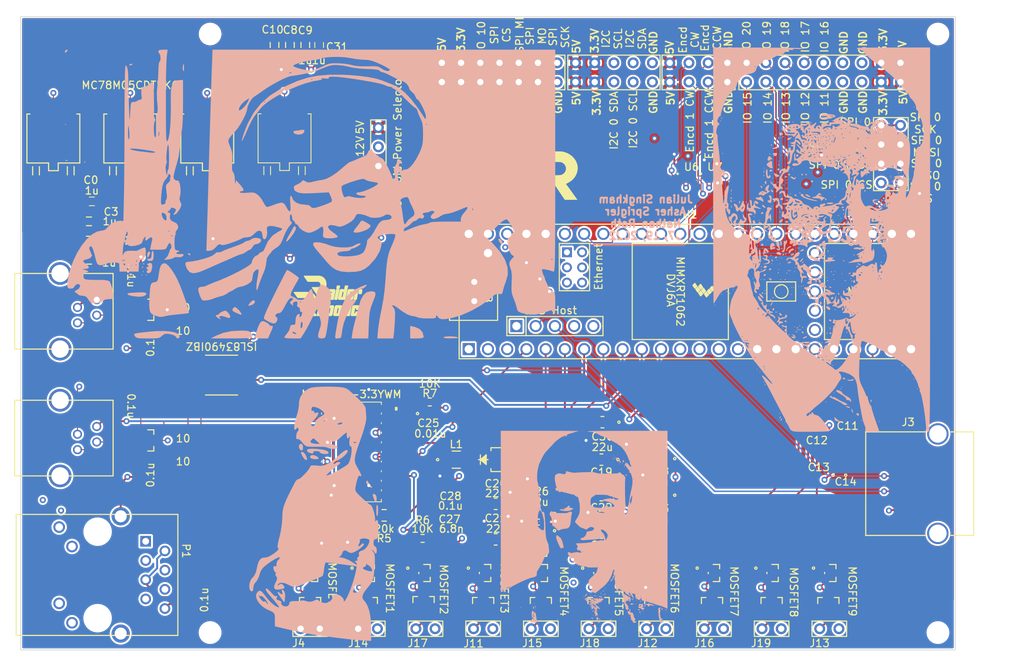
<source format=kicad_pcb>
(kicad_pcb (version 20220417) (generator pcbnew)
  (layers (0 "F.Cu" signal) (1 "In1.Cu" signal) (2 "In2.Cu" signal) (31 "B.Cu" signal) (34 "B.Paste" user) (35 "F.Paste" user) (36 "B.SilkS" user "B.Silkscreen") (37 "F.SilkS" user "F.Silkscreen") (38 "B.Mask" user) (39 "F.Mask" user) (44 "Edge.Cuts" user))
  (net 0 "")
  (net 1 "GND")
  (net 2 "/RS485_B_12V")
  (net 3 "Net-(C4-Pad2)")
  (net 4 "Net-(C5-Pad2)")
  (net 5 "Net-(C6-Pad2)")
  (net 6 "+5V")
  (net 7 "Net-(P1-RCT)")
  (net 8 "/RS485_A_12V")
  (net 9 "+3V3")
  (net 10 "Net-(U8-BIAS)")
  (net 11 "Net-(C27-Pad2)")
  (net 12 "Net-(J4-Pin_1)")
  (net 13 "/GPIO_0")
  (net 14 "Net-(J11-Pin_1)")
  (net 15 "/GPIO_3")
  (net 16 "Net-(J12-Pin_1)")
  (net 17 "/GPIO_6")
  (net 18 "Net-(J13-Pin_1)")
  (net 19 "/GPIO_9")
  (net 20 "Net-(J14-Pin_1)")
  (net 21 "/GPIO_1")
  (net 22 "Net-(J15-Pin_1)")
  (net 23 "/GPIO_4")
  (net 24 "Net-(J16-Pin_1)")
  (net 25 "/GPIO_7")
  (net 26 "Net-(U8-SW)")
  (net 27 "Net-(J17-Pin_1)")
  (net 28 "/GPIO_2")
  (net 29 "Net-(J18-Pin_1)")
  (net 30 "/GPIO_5")
  (net 31 "Net-(J19-Pin_1)")
  (net 32 "/GPIO_8")
  (net 33 "/USB_D+")
  (net 34 "/USB_D-")
  (net 35 "/Solenoid_Power")
  (net 36 "/I2C_2_SCL")
  (net 37 "/I2C_2_SDA")
  (net 38 "/GPIO_10")
  (net 39 "/SPI_1_CS")
  (net 40 "/SPI_1_SCK")
  (net 41 "/SPI_0_SCK")
  (net 42 "/SPI_0_MOSI")
  (net 43 "/SPI_0_MISO")
  (net 44 "/GPIO_16")
  (net 45 "/GPIO_17")
  (net 46 "/GPIO_18")
  (net 47 "/GPIO_19")
  (net 48 "/GPIO_20")
  (net 49 "/GPIO_11")
  (net 50 "/GPIO_12")
  (net 51 "/GPIO_13")
  (net 52 "/GPIO_14")
  (net 53 "/GPIO_15")
  (net 54 "/I2C_0_SDA")
  (net 55 "/I2C_0_SCL")
  (net 56 "/I2C_1_SCL")
  (net 57 "/I2C_1_SDA")
  (net 58 "/Encoder_1_CW")
  (net 59 "/Encoder_1_CCW")
  (net 60 "/Encoder_0_CW")
  (net 61 "/Encoder_0_CCW")
  (net 62 "/T+_Ethernet")
  (net 63 "/T-_Ethernet")
  (net 64 "/R+_Ethernet")
  (net 65 "/R-_Ethernet")
  (net 66 "/LED_Ethernet")
  (net 67 "Net-(U5-A)")
  (net 68 "Net-(U5-B)")
  (net 69 "Net-(U5-Z)")
  (net 70 "Net-(U5-Y)")
  (net 71 "Net-(U8-PWRGD)")
  (net 72 "Net-(U8-COMP)")
  (net 74 "/V_USB")
  (net 75 "Net-(U1-23_A9_CRX1_MCLK1)")
  (net 76 "Net-(U1-22_A8_CTX1)")
  (net 77 "Net-(U1-21_A7_RX5_BCLK1)")
  (net 78 "Net-(U1-20_A6_TX5_LRCLK1)")
  (net 79 "/RS485_TXD")
  (net 80 "/RS485_RXD")
  (net 81 "/USB_IN_D+")
  (net 82 "/USB_IN_D-")
  (net 83 "Net-(C7-Pad2)")
  (net 86 "/SPI_1_MISO1")
  (net 87 "/SPI_1_MOSI1")
  (net 88 "/SPI_0_CS")
  (footprint "12V5V Regulator:MC78M05CDTRKG" (layer "F.Cu") (at 33.274 32.22625)
    (fp_text reference "U4" hide)
    (fp_text value "MC78M05CDTRKG" hide)
  )
  (footprint "Toshiba MOSFET:SSM3K7002KFU" (layer "F.Cu") (at 128.27 89.662 -90)
    (fp_text reference "MOSFET8")
    (fp_text value "SSM3K7002KFU" hide)
  )
  (footprint "Toshiba MOSFET:SSM3K7002KFU" (layer "F.Cu") (at 74.93 89.662 -90)
    (fp_text reference "MOSFET1")
    (fp_text value "SSM3K7002KFU" hide)
  )
  (footprint "Ethernet:J1B1211CCD" (layer "F.Cu") (at 39.116 89.916 -90)
    (fp_text reference "P1")
    (fp_text value "J1B1211CCD")
  )
  (footprint "0.1 uF Cap:0402YC104KAT2A" (layer "F.Cu") (at 136.271 72.18905 -90)
    (fp_text reference "C12")
    (fp_text value "0.1u" hide)
  )
  (footprint "Toshiba MOSFET:SSM3K7002KFU" (layer "F.Cu") (at 112.776 89.662 -90)
    (fp_text reference "MOSFET6")
    (fp_text value "SSM3K7002KFU" hide)
  )
  (footprint "1 uF Cap:C1608X7R1C105K080AC" (layer "F.Cu") (at 38.354 40.5384)
    (fp_text reference "C0")
    (fp_text value "1u")
  )
  (footprint "MountingHole:MountingHole_2.5mm" (layer "F.Cu") (at 150.114 97.536)
    (fp_text reference "H1" hide)
    (fp_text value "MountingHole")
  )
  (footprint "Dual Diode:PESD1FLEX215" (layer "F.Cu") (at 97.663 93.599)
    (fp_text reference "D8" hide)
    (fp_text value "PESD1FLEX,215")
  )
  (footprint "10 nF Cap:0402YC103KAT2A" (layer "F.Cu") (at 137.922 74.98305 90)
    (fp_text reference "C14")
    (fp_text value "10n" hide)
  )
  (footprint "10 Res:RNCP0603FTD10R0" (layer "F.Cu") (at 50.409413 70.612)
    (fp_text reference "R2" hide)
    (fp_text value "10")
  )
  (footprint "1 uF Cap:C1608X7R1C105K080AC" (layer "F.Cu") (at 64.516 19.8628 90)
    (fp_text reference "C8")
    (fp_text value "1u")
  )
  (footprint "1 uF Cap:C1608X7R1C105K080AC" (layer "F.Cu") (at 37.973 43.18)
    (fp_text reference "C3")
    (fp_text value "1u")
  )
  (footprint "Toshiba MOSFET:SSM3K7002KFU" (layer "F.Cu") (at 82.296 89.662 -90)
    (fp_text reference "MOSFET2")
    (fp_text value "SSM3K7002KFU" hide)
  )
  (footprint "Toshiba MOSFET:SSM3K7002KFU" (layer "F.Cu") (at 120.523 89.662 -90)
    (fp_text reference "MOSFET7")
    (fp_text value "SSM3K7002KFU" hide)
  )
  (footprint "Toshiba MOSFET:SSM3K7002KFU" (layer "F.Cu") (at 90.297 89.662 -90)
    (fp_text reference "MOSFET3")
    (fp_text value "SSM3K7002KFU" hide)
  )
  (footprint "Toshiba MOSFET:SSM3K7002KFU" (layer "F.Cu") (at 97.79 89.662 -90)
    (fp_text reference "MOSFET4")
    (fp_text value "SSM3K7002KFU" hide)
  )
  (footprint "12V5V Regulator:MC78M05CDTRKG" (layer "F.Cu") (at 53.594 32.22625)
    (fp_text reference "U3" hide)
    (fp_text value "MC78M05CDTRKG" hide)
  )
  (footprint "10 Res:RNCP0603FTD10R0" (layer "F.Cu") (at 50.409413 56.388)
    (fp_text reference "R3" hide)
    (fp_text value "10")
  )
  (footprint "Dual Diode:PESD1FLEX215" (layer "F.Cu") (at 120.269 93.599)
    (fp_text reference "D9" hide)
    (fp_text value "PESD1FLEX,215")
  )
  (footprint "0.1 uF Cap:0402YC104KAT2A" (layer "F.Cu") (at 44.821413 76.708 90)
    (fp_text reference "C6" hide)
    (fp_text value "0.1u")
  )
  (footprint "Dual Diode:PESD1FLEX215" (layer "F.Cu") (at 128.143 93.599)
    (fp_text reference "D13" hide)
    (fp_text value "PESD1FLEX,215")
  )
  (footprint "22 uF Cap:CL21A226MQQNNNE" (layer "F.Cu") (at 113.157 74.549 180)
    (fp_text reference "C18")
    (fp_text value "22u")
  )
  (footprint "Header:Conn_1x2" (layer "F.Cu") (at 134.493 97.028)
    (fp_text reference "J13")
    (fp_text value "Conn_01x02_Male")
  )
  (footprint "Header:Conn_2x4" (layer "F.Cu") (at 114.681 24.765)
    (fp_text reference "J10" hide)
    (fp_text value "Encoder")
  )
  (footprint "0.1 uF Cap:0402YC104KAT2A" (layer "F.Cu") (at 44.821413 67.564 -90)
    (fp_text reference "C4" hide)
    (fp_text value "0.1u")
  )
  (footprint "Dual Diode:PESD1FLEX215" (layer "F.Cu") (at 74.676 93.599)
    (fp_text reference "D7" hide)
    (fp_text value "PESD1FLEX,215")
  )
  (footprint "MountingHole:MountingHole_2.5mm" (layer "F.Cu") (at 53.975 97.536)
    (fp_text reference "H2" hide)
    (fp_text value "MountingHole")
  )
  (footprint "20K Res:SR1-0805-320" (layer "F.Cu") (at 76.962 82.042 180)
    (fp_text reference "R5")
    (fp_text value "20k")
  )
  (footprint "Toshiba MOSFET:SSM3K7002KFU" (layer "F.Cu") (at 67.437 89.662 -90)
    (fp_text reference "MOSFET0")
    (fp_text value "SSM3K7002KFU" hide)
  )
  (footprint "22 uF Cap:CL21A226MQQNNNE" (layer "F.Cu") (at 105.664 84.328 180)
    (fp_text reference "C29")
    (fp_text value "22u")
  )
  (footprint "0.1 uF Cap:0402YC104KAT2A" (layer "F.Cu") (at 44.821413 59.436 90)
    (fp_text reference "C7" hide)
    (fp_text value "0.1u")
  )
  (footprint "Header:Conn_2x5" (layer "F.Cu") (at 102.235 24.765)
    (fp_text reference "J9" hide)
    (fp_text value "I2C 1-2")
  )
  (footprint "22 uF Cap:CL21A226MQQNNNE" (layer "F.Cu") (at 97.282 84.074 180)
    (fp_text reference "C24")
    (fp_text value "22u")
  )
  (footprint "10 nF Cap:0402YC103KAT2A" (layer "F.Cu") (at 136.271 74.98305 90)
    (fp_text reference "C13")
    (fp_text value "10n" hide)
  )
  (footprint "1 uF Cap:C1608X7R1C105K080AC" (layer "F.Cu") (at 68.3768 19.8628 90)
    (fp_text reference "C31")
    (fp_text value "1u")
  )
  (footprint "22 uF Cap:CL21A226MQQNNNE" (layer "F.Cu") (at 113.157 79.375 180)
    (fp_text reference "C23")
    (fp_text value "22u")
  )
  (footprint "Toshiba MOSFET:SSM3K7002KFU" (layer "F.Cu") (at 135.89 89.662 -90)
    (fp_text reference "MOSFET9")
    (fp_text value "SSM3K7002KFU" hide)
  )
  (footprint "Nexperia Level Shifter:74AXP2T3407GSX" (layer "F.Cu") (at 119.8965 37.338)
    (fp_text reference "U7")
    (fp_text value "74AXP2T3407GSX")
  )
  (footprint "Dual Diode:PESD1FLEX215" (layer "F.Cu") (at 45.837413 54.864 -90)
    (fp_text reference "D2" hide)
    (fp_text value "PESD1FLEX,215")
  )
  (footprint "Header:Conn_1x2" (layer "F.Cu") (at 96.393 97.028)
    (fp_text reference "J15")
    (fp_text value "Conn_01x02_Male")
  )
  (footprint "22 uF Cap:CL21A226MQQNNNE" (layer "F.Cu") (at 91.694 85.217 180)
    (fp_text reference "C21")
    (fp_text value "22u")
  )
  (footprint "look of disapproval:Raider Robotics" (layer "F.Cu") (at 97.663 37.084)
    (fp_text reference "G***" hide)
    (fp_text value "LOGO" hide)
  )
  (footprint "22 uF Cap:CL21A226MQQNNNE" (layer "F.Cu") (at 105.791 69.723 180)
    (fp_text reference "C30")
    (fp_text value "22u")
  )
  (footprint "RS485:MTJ-642BX2" (layer "F.Cu") (at 33.601413 63.963)
    (fp_text reference "J2" hide)
    (fp_text value "TX_PORT")
  )
  (footprint "Header:Conn_2x7" (layer "F.Cu") (at 84.582 24.765)
    (fp_text reference "J5" hide)
    (fp_text value "GPIO Bank 0")
  )
  (footprint "10K Res:SR1-0603-310" (layer "F.Cu") (at 82.9945 67.056)
    (fp_text reference "R7")
    (fp_text value "10K")
  )
  (footprint "10 Res:RNCP0603FTD10R0" (layer "F.Cu") (at 50.409413 73.66)
    (fp_text reference "R1" hide)
    (fp_text value "10")
  )
  (footprint "Nexperia Level Shifter:74AXP2T3407GSX" (layer "F.Cu") (at 116.8265 37.338)
    (fp_text reference "U6")
    (fp_text value "74AXP2T3407GSX")
  )
  (footprint "Header:Conn_1x2" (layer "F.Cu") (at 119.253 97.028)
    (fp_text reference "J16")
    (fp_text value "Conn_01x02_Male")
  )
  (footprint "0.01 uF cap:CL05B103KO5NNNC" (layer "F.Cu") (at 83.058 68.58)
    (fp_text reference "C25")
    (fp_text value "0.01u")
  )
  (footprint "0.1 uF Cap:0402YC104KAT2A" (layer "F.Cu") (at 44.821413 50.292 -90)
    (fp_text reference "C5" hide)
    (fp_text value "0.1u")
  )
  (footprint "Header:Conn_2x9" (layer "F.Cu") (at 145.161 22.225 180)
    (fp_text reference "J8" hide)
    (fp_text value "GPIO Bank 1")
  )
  (footprint "12V5V Regulator:MC78M05CDTRKG" (layer "F.Cu") (at 43.434 32.22625)
    (fp_text reference "U2" hide)
    (fp_text value "MC78M05CDTRKG")
  )
  (footprint "CDBA340-HF Diode:CDBA340-HF" (layer "F.Cu") (at 93.853 74.676)
    (fp_text reference "D10")
    (fp_text value "CDBA340-HF" hide)
  )
  (footprint "Header:Conn_1x2" (layer "F.Cu") (at 111.633 97.028)
    (fp_text reference "J12")
    (fp_text value "Conn_01x02_Male")
  )
  (footprint "22 uF Cap:CL21A226MQQNNNE" (layer "F.Cu") (at 91.694 80.518 180)
    (fp_text reference "C20")
    (fp_text value "22u")
  )
  (footprint "Dual Diode:PESD1FLEX215" (layer "F.Cu") (at 67.183 93.599)
    (fp_text reference "D3" hide)
    (fp_text value "PESD1FLEX,215")
  )
  (footprint "33SW:MIC2178-33YWM" (layer "F.Cu") (at 72.644 73.66)
    (fp_text reference "U8" hide)
    (fp_text value "MIC2178-3.3YWM")
  )
  (footprint "Header:Conn_1x2" (layer "F.Cu") (at 126.873 97.028)
    (fp_text reference "J19")
    (fp_text value "Conn_01x02_Male")
  )
  (footprint "Header:Conn_1x2" (layer "F.Cu") (at 65.927999 97.026499)
    (fp_text reference "J4")
    (fp_text value "Conn_01x02_Male")
  )
  (footprint "RS485 To UART:ISL83490IBZ" (layer "F.Cu") (at 55.489413 63.5 180)
    (fp_text reference "U5" hide)
    (fp_text value "ISL83490IBZ")
  )
  (footprint "1 uF Cap:C1608X7R1C105K080AC" (layer "F.Cu") (at 62.484 19.8628 90)
    (fp_text reference "C10")
    (fp_text value "1u")
  )
  (footprint "22 uF Cap:CL21A226MQQNNNE" (layer "F.Cu") (at 105.664 79.375 180)
    (fp_text reference "C22")
    (fp_text value "22u")
  )
  (footprint "Header:Conn_1x2" (layer "F.Cu") (at 73.533 97.028)
    (fp_text reference "J14")
    (fp_text value "Conn_01x02_Male")
  )
  (footprint "0.1 uF Cap:0402YC104KAT2A" (layer "F.Cu") (at 51.943 93.218 90)
    (fp_text reference "C15" hide)
    (fp_text value "0.1u")
  )
  (footprint "33 uH Inductor:LB3218T330K" (layer "F.Cu") (at 86.487 74.676)
    (fp_text reference "L1")
    (fp_text value "33u" hide)
  )
  (footprint "1 uF Cap:C1608X7R1C105K080AC" (layer "F.Cu") (at 66.548 19.8628 90)
    (fp_text reference "C9")
    (fp_text value "1u")
  )
  (footprint "Header:Conn_1x2" (layer "F.Cu") (at 81.153 97.028)
    (fp_text reference "J17")
    (fp_text value "Conn_01x02_Male")
  )
  (footprint "Teensy:Teensy41" (layer "F.Cu") (at 117.348 52.451)
    (fp_text reference "U1")
    (fp_text value "Teensy4.1")
  )
  (footprint "USB 2.0 Type A:87583-2010BLF" (layer "F.Cu") (at 147.713627 77.859055 90)
    (fp_text reference "J3")
    (fp_text value "87583-2010BLF" hide)
  )
  (footprint "10 Res:RNCP0603FTD10R0" (layer "F.Cu") (at 50.409413 53.34)
    (fp_text reference "R4" hide)
    (fp_text value "10")
  )
  (footprint "Header:Conn_1x2" (layer "F.Cu") (at 104.013 97.028)
    (fp_text reference "J18")
    (fp_text value "Conn_01x02_Male")
  )
  (footprint "MountingHole:MountingHole_2.5mm" (layer "F.Cu") (at 150.114 18.415)
    (fp_text reference "H3" hide)
    (fp_text value "MountingHole")
  )
  (footprint "Dual Diode:PESD1FLEX215" (layer "F.Cu") (at 90.043 93.599)
    (fp_text reference "D4" hide)
    (fp_text value "PESD1FLEX,215")
  )
  (footprint "6.8 nF Cap:0402B682K500CT" (layer "F.Cu") (at 85.598 85.344 90)
    (fp_text reference "C27")
    (fp_text value "6.8n")
  )
  (footprint "Dual Diode:PESD1FLEX215" (layer "F.Cu") (at 45.837413 72.136 -90)
    (fp_text reference "D1" hide)
    (fp_text value "PESD1FLEX,215")
  )
  (footprint "0.1 uF Cap:0402YC104KAT2A" (layer "F.Cu") (at 85.725 78.105 180)
    (fp_text reference "C28")
    (fp_text value "0.1u")
  )
  (footprint "Dual Diode:PESD1FLEX215" (layer "F.Cu") (at 135.636 93.599)
    (fp_text reference "D6" hide)
    (fp_text value "PESD1FLEX,215")
  )
  (footprint "Dual Diode:PESD1FLEX215" (layer "F.Cu") (at 112.776 93.599)
    (fp_text reference "D5" hide)
    (fp_text value "PESD1FLEX,215")
  )
  (footprint "Header:Conn_2x4" (layer "F.Cu") (at 142.621 30.48 -90)
    (fp_text reference "J6" hide)
    (fp_text value "SPI 0")
  )
  (footprint "12V5V Regulator:MC78M05CDTRKG" (layer "F.Cu") (at 63.8048 32.2072)
    (fp_text reference "U0" hide)
    (fp_text value "MC78M05CDTRKG" hide)
  )
  (footprint "Header:Conn_1x3" (layer "F.Cu") (at 76.2 30.7848 -90)
    (fp_text reference "J7" hide)
    (fp_text value "Solenoid Power Selector")
  )
  (footprint "Dual Diode:PESD1FLEX215" (layer "F.Cu") (at 105.283 93.599)
    (fp_text reference "D12" hide)
    (fp_text value "PESD1FLEX,215")
  )
  (footprint "Toshiba MOSFET:SSM3K7002KFU" (layer "F.Cu") (at 105.395001 89.662 -90)
    (fp_text reference "MOSFET5")
    (fp_text value "SSM3K7002KFU" hide)
  )
  (footprint "Header:Conn_1x2" (layer "F.Cu") (at 88.772999 97.028)
    (fp_text reference "J11")
    (fp_text value "Conn_01x02_Male")
  )
  (footprint "MountingHole:MountingHole_2.5mm" (layer "F.Cu") (at 53.975 18.415)
    (fp_text reference "H4" hide)
    (fp_text value "MountingHole")
  )
  (footprint "0.1 uF Cap:0402YC104KAT2A" (layer "F.Cu") (at 137.922 72.18905 -90)
    (fp_text reference "C11")
    (fp_text value "0.1u" hide)
  )
  (footprint "Dual Diode:PESD1FLEX215" (layer "F.Cu") (at 82.169 93.472)
    (fp_text reference "D11" hide)
    (fp_text value "PESD1FLEX,215")
  )
  (footprint "1 uF Cap:C1608X7R1C105K080AC" (layer "F.Cu") (at 37.973 45.72)
    (fp_text reference "C2")
    (fp_text value "1u")
  )
  (footprint "22 uF Cap:CL21A226MQQNNNE" (layer "F.Cu") (at 73.279 82.931 90)
    (fp_text reference "C16")
    (fp_text value "22u")
  )
  (footprint "22 uF Cap:CL21A226MQQNNNE" (layer "F.Cu") (at 105.664 74.676 180)
    (fp_text reference "C19")
    (fp_text value "22u")
  )
  (footprint "RS485:MTJ-642BX2" (layer "F.Cu") (at 33.601413 80.727)
    (fp_text reference "J1" hide)
    (fp_text value "RX_PORT")
  )
  (footprint "1 uF Cap:C1608X7R1C105K080AC" (layer "F.Cu") (at 37.973 48.26)
    (fp_text reference "C1")
    (fp_text value "1u")
  )
  (footprint "1 uF Cap:C1608X7R1C105K080AC" (layer "F.Cu") (at 68.453 83.058 90)
    (fp_text reference "C17")
    (fp_text value "1u")
  )
  (footprint "22 uF Cap:CL21A226MQQNNNE" (layer "F.Cu") (at 97.282 81.788 180)
    (fp_text reference "C26")
    (fp_text value "22u")
  )
  (footprint "10K Res:SR1-0603-310" (layer "F.Cu") (at 82.042 85.09)
    (fp_text reference "R6")
    (fp_text value "10K")
  )
  (footprint "look of disapproval:Deep Fried Joe 2in" (layer "B.Cu") (at 134.747 45.593 180)
    (fp_text reference "G***" hide)
    (fp_text value "LOGO" hide)
  )
  (footprint "look of disapproval:test 1.5in" (layer "B.Cu") (at 67.183 39.497 180)
    (fp_text reference "G***" hide)
    (fp_text value "LOGO" hide)
  )
  (footprint "look of disapproval:Cauchy Bowser Seal 1in" (layer "B.Cu") (at 103.378 83.566 180)
    (fp_text reference "G***" hide)
    (fp_text value "LOGO" hide)
  )
  (gr_poly (pts (xy 66.113392 73.722078) (xy 66.126532 73.723527) (xy 66.140873 73.725856) (xy 66.156424 73.729037) (xy 66.173192 73.733043) (xy 66.210409 73.743425) (xy 66.235162 73.753797) (xy 66.261589 73.768851) (xy 66.289381 73.788307) (xy 66.318226 73.811888) (xy 66.347816 73.839313) (xy 66.37784 73.870303) (xy 66.407988 73.904581) (xy 66.43795 73.941865) (xy 66.467416 73.981879) (xy 66.496076 74.024341) (xy 66.523619 74.068974) (xy 66.549737 74.115499) (xy 66.574118 74.163635) (xy 66.596452 74.213105) (xy 66.616431 74.263629) (xy 66.633742 74.314927) (xy 66.653853 74.366344) (xy 66.670603 74.413469) (xy 66.684105 74.456355) (xy 66.694472 74.495051) (xy 66.701816 74.529608) (xy 66.706249 74.560076) (xy 66.707884 74.586505) (xy 66.706833 74.608946) (xy 66.703209 74.627449) (xy 66.697123 74.642065) (xy 66.688689 74.652844) (xy 66.678018 74.659837) (xy 66.665224 74.663093) (xy 66.650418 74.662663) (xy 66.633713 74.658598) (xy 66.615221 74.650948) (xy 66.595055 74.639763) (xy 66.573327 74.625094) (xy 66.550149 74.606991) (xy 66.525635 74.585505) (xy 66.473044 74.532582) (xy 66.416453 74.466731) (xy 66.356761 74.388353) (xy 66.294869 74.297852) (xy 66.231674 74.195631) (xy 66.168075 74.082093) (xy 66.13832 74.021781) (xy 66.112596 73.967701) (xy 66.090964 73.919637) (xy 66.081702 73.897793) (xy 66.073487 73.877371) (xy 66.066326 73.858344) (xy 66.060227 73.840686) (xy 66.055198 73.824368) (xy 66.051246 73.809365) (xy 66.048379 73.795648) (xy 66.046605 73.783191) (xy 66.045932 73.771966) (xy 66.046367 73.761947) (xy 66.047919 73.753106) (xy 66.050594 73.745415) (xy 66.054402 73.738849) (xy 66.059348 73.73338) (xy 66.065442 73.72898) (xy 66.072691 73.725623) (xy 66.081103 73.723282) (xy 66.090685 73.721928) (xy 66.101445 73.721536)) (stroke (width 0.12)) (fill solid) (layer "B.SilkS"))
  (gr_poly (pts (xy 75.593772 79.267149) (xy 75.601876 79.267845) (xy 75.618898 79.270625) (xy 75.63685 79.275204) (xy 75.655547 79.281519) (xy 75.674802 79.289508) (xy 75.694428 79.29911) (xy 75.714241 79.310262) (xy 75.726022 79.316828) (xy 75.737542 79.324592) (xy 75.759758 79.343541) (xy 75.780795 79.36677) (xy 75.800561 79.393936) (xy 75.818963 79.424699) (xy 75.835908 79.458717) (xy 75.851302 79.49565) (xy 75.865054 79.535157) (xy 75.877068 79.576896) (xy 75.887254 79.620526) (xy 75.895517 79.665707) (xy 75.901764 79.712097) (xy 75.905904 79.759355) (xy 75.907841 79.80714) (xy 75.907485 79.855112) (xy 75.904741 79.902929) (xy 75.903501 80.048862) (xy 75.901671 80.106357) (xy 75.898788 80.15362) (xy 75.894664 80.190713) (xy 75.892079 80.205465) (xy 75.889114 80.217698) (xy 75.885746 80.22742) (xy 75.881952 80.234638) (xy 75.877708 80.23936) (xy 75.872991 80.241593) (xy 75.867778 80.241347) (xy 75.862046 80.238627) (xy 75.855771 80.233443) (xy 75.848931 80.225801) (xy 75.841501 80.21571) (xy 75.833459 80.203177) (xy 75.815444 80.170818) (xy 75.794702 80.128784) (xy 75.771044 80.077139) (xy 75.714241 79.945261) (xy 75.694661 79.901166) (xy 75.67567 79.856419) (xy 75.639827 79.766336) (xy 75.607457 79.677742) (xy 75.579303 79.593364) (xy 75.556111 79.515932) (xy 75.546608 79.480673) (xy 75.538623 79.448174) (xy 75.532252 79.418775) (xy 75.527585 79.392818) (xy 75.524717 79.370644) (xy 75.523741 79.352594) (xy 75.522125 79.342981) (xy 75.521229 79.33398) (xy 75.521032 79.325584) (xy 75.521508 79.317785) (xy 75.522636 79.310575) (xy 75.524392 79.303946) (xy 75.526752 79.297891) (xy 75.529694 79.292401) (xy 75.533194 79.28747) (xy 75.537229 79.283089) (xy 75.541775 79.279251) (xy 75.546809 79.275948) (xy 75.552309 79.273171) (xy 75.558251 79.270915) (xy 75.564611 79.269169) (xy 75.571366 79.267928) (xy 75.578494 79.267182) (xy 75.58597 79.266925)) (stroke (width 0.12)) (fill solid) (layer "B.SilkS"))
  (gr_poly (pts (xy 76.042986 80.736365) (xy 76.044854 80.737202) (xy 76.046737 80.738726) (xy 76.050541 80.743847) (xy 76.054393 80.751759) (xy 76.058283 80.762492) (xy 76.062204 80.776078) (xy 76.066148 80.792547) (xy 76.070108 80.811931) (xy 76.074076 80.83426) (xy 76.087966 80.945716) (xy 76.097888 81.071063) (xy 76.103841 81.206331) (xy 76.105825 81.347552) (xy 76.103841 81.490758) (xy 76.097888 81.631979) (xy 76.087966 81.767247) (xy 76.074076 81.892594) (xy 76.066148 81.949454) (xy 76.058283 81.99326) (xy 76.050541 82.024354) (xy 76.042986 82.043076) (xy 76.039298 82.047905) (xy 76.035679 82.049769) (xy 76.032138 82.04871) (xy 76.028682 82.044772) (xy 76.022057 82.028426) (xy 76.015866 82.001074) (xy 76.010172 81.963056) (xy 76.005035 81.914712) (xy 75.996685 81.788415) (xy 75.99131 81.624911) (xy 75.989409 81.426928) (xy 75.989895 81.319813) (xy 75.99131 81.220883) (xy 75.993594 81.130387) (xy 75.996685 81.048573) (xy 76.000519 80.975689) (xy 76.005035 80.911982) (xy 76.010172 80.857701) (xy 76.015866 80.813094) (xy 76.018904 80.794496) (xy 76.022057 80.778409) (xy 76.025319 80.764864) (xy 76.028682 80.753893) (xy 76.032138 80.745527) (xy 76.035679 80.739796) (xy 76.037479 80.737929) (xy 76.039298 80.736732) (xy 76.041134 80.736209)) (stroke (width 0.12)) (fill solid) (layer "B.SilkS"))
  (gr_poly (pts (xy 67.667601 73.294628) (xy 68.00296 73.31348) (xy 68.379992 73.350192) (xy 68.792741 73.404763) (xy 68.872167 73.419315) (xy 68.947678 73.435107) (xy 69.019204 73.452015) (xy 69.086677 73.469916) (xy 69.150026 73.488684) (xy 69.209181 73.508197) (xy 69.264073 73.52833) (xy 69.314632 73.548959) (xy 69.360788 73.569961) (xy 69.402472 73.59121) (xy 69.439613 73.612583) (xy 69.472142 73.633956) (xy 69.499989 73.655206) (xy 69.523085 73.676207) (xy 69.541359 73.696836) (xy 69.554742 73.716969) (xy 69.563164 73.736482) (xy 69.566555 73.755251) (xy 69.564846 73.773152) (xy 69.557966 73.790061) (xy 69.545847 73.805853) (xy 69.528418 73.820405) (xy 69.505609 73.833593) (xy 69.477351 73.845292) (xy 69.443574 73.855379) (xy 69.404208 73.86373) (xy 69.359184 73.870221) (xy 69.308431 73.874727) (xy 69.25188 73.877124) (xy 69.189462 73.877289) (xy 69.121105 73.875098) (xy 69.046742 73.870426) (xy 69.019152 73.868197) (xy 68.991965 73.865491) (xy 68.965212 73.862328) (xy 68.938924 73.858726) (xy 68.913132 73.854706) (xy 68.887868 73.850287) (xy 68.863161 73.845488) (xy 68.839044 73.840329) (xy 68.815547 73.834829) (xy 68.7927 73.829007) (xy 68.770536 73.822882) (xy 68.749085 73.816475) (xy 68.728379 73.809804) (xy 68.708447 73.802889) (xy 68.689322 73.795749) (xy 68.671033 73.788404) (xy 68.653613 73.780873) (xy 68.637092 73.773175) (xy 68.621501 73.76533) (xy 68.606872 73.757357) (xy 68.593234 73.749276) (xy 68.58062 73.741105) (xy 68.56906 73.732864) (xy 68.558585 73.724574) (xy 68.549227 73.716252) (xy 68.541015 73.707918) (xy 68.533982 73.699593) (xy 68.528158 73.691294) (xy 68.523575 73.683042) (xy 68.520262 73.674856) (xy 68.518252 73.666755) (xy 68.517575 73.658759) (xy 68.516837 73.650824) (xy 68.51465 73.642905) (xy 68.511052 73.635017) (xy 68.506082 73.627175) (xy 68.492181 73.611693) (xy 68.473257 73.596583) (xy 68.44962 73.581969) (xy 68.421581 73.567975) (xy 68.389448 73.554726) (xy 68.353533 73.542344) (xy 68.314145 73.530955) (xy 68.271595 73.520682) (xy 68.226192 73.511649) (xy 68.178247 73.50398) (xy 68.128069 73.4978) (xy 68.075969 73.493232) (xy 68.022257 73.4904) (xy 67.967242 73.489428) (xy 67.939776 73.489674) (xy 67.912956 73.490405) (xy 67.886811 73.491608) (xy 67.861367 73.493273) (xy 67.836653 73.495387) (xy 67.812693 73.497939) (xy 67.789517 73.500918) (xy 67.767151 73.504311) (xy 67.745622 73.508107) (xy 67.724957 73.512295) (xy 67.705184 73.516862) (xy 67.686329 73.521798) (xy 67.66842 73.52709) (xy 67.651484 73.532728) (xy 67.635547 73.538698) (xy 67.620638 73.54499) (xy 67.606783 73.551593) (xy 67.594009 73.558493) (xy 67.582344 73.565681) (xy 67.571814 73.573143) (xy 67.562447 73.58087) (xy 67.55427 73.588848) (xy 67.54731 73.597066) (xy 67.541594 73.605513) (xy 67.537149 73.614178) (xy 67.534002 73.623047) (xy 67.532181 73.632111) (xy 67.531713 73.641356) (xy 67.532625 73.650772) (xy 67.534943 73.660347) (xy 67.538695 73.670069) (xy 67.543909 73.679927) (xy 67.551169 73.689662) (xy 67.557091 73.699017) (xy 67.561704 73.707984) (xy 67.565034 73.716556) (xy 67.567108 73.724724) (xy 67.567954 73.732482) (xy 67.567598 73.739822) (xy 67.566067 73.746735) (xy 67.56339 73.753214) (xy 67.559592 73.759251) (xy 67.554702 73.764839) (xy 67.548746 73.769969) (xy 67.54175 73.774634) (xy 67.533744 73.778826) (xy 67.524753 73.782538) (xy 67.514804 73.785761) (xy 67.492144 73.790712) (xy 67.465981 73.793616) (xy 67.43653 73.794412) (xy 67.40401 73.793037) (xy 67.368638 73.78943) (xy 67.330629 73.783528) (xy 67.290203 73.77527) (xy 67.247575 73.764592) (xy 67.204451 73.751963) (xy 67.162536 73.73797) (xy 67.122048 73.722736) (xy 67.083203 73.706386) (xy 67.046218 73.689043) (xy 67.011311 73.670833) (xy 66.978698 73.651878) (xy 66.963319 73.64216) (xy 66.948596 73.632303) (xy 66.934555 73.622321) (xy 66.921223 73.612232) (xy 66.908628 73.602049) (xy 66.896796 73.591788) (xy 66.885754 73.581466) (xy 66.875531 73.571097) (xy 66.866152 73.560697) (xy 66.857646 73.550282) (xy 66.850038 73.539866) (xy 66.843357 73.529466) (xy 66.837629 73.519098) (xy 66.832882 73.508775) (xy 66.829143 73.498515) (xy 66.826438 73.488332) (xy 66.824796 73.478242) (xy 66.824242 73.468261) (xy 66.826645 73.448975) (xy 66.833792 73.430806) (xy 66.845589 73.413752) (xy 66.861945 73.397815) (xy 66.907958 73.36929) (xy 66.971086 73.345229) (xy 67.050585 73.325633) (xy 67.145711 73.310503) (xy 67.255719 73.299837) (xy 67.379867 73.293635) (xy 67.517409 73.291899)) (stroke (width 0.12)) (fill solid) (layer "B.SilkS"))
  (gr_poly (pts (xy 74.694665 77.516633) (xy 74.697828 77.517377) (xy 74.701115 77.518617) (xy 74.704525 77.520354) (xy 74.70806 77.522586) (xy 74.711719 77.525315) (xy 74.715502 77.528539) (xy 74.719409 77.53226) (xy 74.734002 77.556693) (xy 74.760749 77.596753) (xy 74.843762 77.714824) (xy 75.079241 78.040262) (xy 75.176393 78.17247) (xy 75.245267 78.268464) (xy 75.268946 78.303345) (xy 75.285368 78.329731) (xy 75.29084 78.339796) (xy 75.294474 78.347807) (xy 75.296263 78.353788) (xy 75.2962 78.35776) (xy 75.295471 78.359001) (xy 75.294276 78.359748) (xy 75.290485 78.359775) (xy 75.284817 78.357865) (xy 75.277266 78.354039) (xy 75.256481 78.340738) (xy 75.22807 78.320057) (xy 75.191968 78.292182) (xy 75.148116 78.257301) (xy 75.036908 78.167259) (xy 74.997747 78.138533) (xy 74.959765 78.108101) (xy 74.923147 78.076242) (xy 74.88808 78.043237) (xy 74.854748 78.009363) (xy 74.82334 77.9749) (xy 74.794039 77.940127) (xy 74.767033 77.905324) (xy 74.742507 77.870768) (xy 74.720648 77.836739) (xy 74.701641 77.803516) (xy 74.685673 77.771379) (xy 74.67293 77.740605) (xy 74.663597 77.711475) (xy 74.660268 77.697613) (xy 74.657861 77.684267) (xy 74.6564 77.671471) (xy 74.655908 77.659261) (xy 74.65597 77.647602) (xy 74.656156 77.63644) (xy 74.656466 77.625774) (xy 74.6569 77.615604) (xy 74.657458 77.60593) (xy 74.65814 77.596752) (xy 74.658946 77.588071) (xy 74.659876 77.579885) (xy 74.660931 77.572196) (xy 74.662109 77.565002) (xy 74.663411 77.558305) (xy 74.664837 77.552104) (xy 74.666388 77.546399) (xy 74.668062 77.54119) (xy 74.66986 77.536477) (xy 74.671783 77.53226) (xy 74.673829 77.528539) (xy 74.675999 77.525315) (xy 74.678294 77.522586) (xy 74.680712 77.520354) (xy 74.683255 77.518617) (xy 74.685921 77.517377) (xy 74.687301 77.516943) (xy 74.688712 77.516633) (xy 74.691627 77.516385)) (stroke (width 0.12)) (fill solid) (layer "B.SilkS"))
  (gr_poly (pts (xy 67.574067 74.132942) (xy 67.640316 74.142616) (xy 67.710286 74.158739) (xy 67.783356 74.181312) (xy 67.858907 74.210334) (xy 67.936319 74.245805) (xy 68.01497 74.287726) (xy 68.094242 74.336095) (xy 68.138131 74.366377) (xy 68.174485 74.393807) (xy 68.203212 74.418508) (xy 68.224218 74.440605) (xy 68.231797 74.450715) (xy 68.237411 74.460221) (xy 68.241048 74.469138) (xy 68.242698 74.477481) (xy 68.242347 74.485266) (xy 68.239985 74.492508) (xy 68.235599 74.499224) (xy 68.229179 74.505428) (xy 68.220712 74.511135) (xy 68.210188 74.516362) (xy 68.197594 74.521124) (xy 68.182918 74.525437) (xy 68.147277 74.532775) (xy 68.103171 74.538501) (xy 68.050508 74.542739) (xy 67.989194 74.545612) (xy 67.919136 74.547245) (xy 67.840241 74.547762) (xy 67.808745 74.547455) (xy 67.777775 74.546548) (xy 67.747364 74.545059) (xy 67.717541 74.543008) (xy 67.688339 74.540414) (xy 67.659788 74.537297) (xy 67.631919 74.533677) (xy 67.604763 74.529572) (xy 67.578351 74.525002) (xy 67.552714 74.519986) (xy 67.527884 74.514544) (xy 67.50389 74.508694) (xy 67.480765 74.502458) (xy 67.458539 74.495853) (xy 67.437243 74.488899) (xy 67.416908 74.481616) (xy 67.397566 74.474023) (xy 67.379247 74.466139) (xy 67.361981 74.457984) (xy 67.345802 74.449577) (xy 67.330738 74.440937) (xy 67.316821 74.432084) (xy 67.304083 74.423038) (xy 67.292554 74.413817) (xy 67.282265 74.40444) (xy 67.273248 74.394929) (xy 67.265532 74.385301) (xy 67.25915 74.375576) (xy 67.254133 74.365774) (xy 67.25051 74.355913) (xy 67.248314 74.346014) (xy 67.247575 74.336095) (xy 67.248802 74.311104) (xy 67.252432 74.287726) (xy 67.258388 74.265959) (xy 67.266592 74.245805) (xy 67.276966 74.227263) (xy 67.289433 74.210334) (xy 67.303915 74.195017) (xy 67.320335 74.181312) (xy 67.338616 74.169219) (xy 67.358679 74.158739) (xy 67.380448 74.149871) (xy 67.403844 74.142616) (xy 67.428791 74.136973) (xy 67.455211 74.132942) (xy 67.512158 74.129717)) (stroke (width 0.12)) (fill solid) (layer "B.SilkS"))
  (gr_poly (pts (xy 65.989356 72.643316) (xy 66.000881 72.644963) (xy 66.012143 72.64768) (xy 66.023133 72.651443) (xy 66.033844 72.65623) (xy 66.044269 72.662016) (xy 66.054399 72.66878) (xy 66.064226 72.676496) (xy 66.082944 72.694696) (xy 66.100358 72.716432) (xy 66.116409 72.741515) (xy 66.131034 72.769762) (xy 66.14417 72.800984) (xy 66.155756 72.834998) (xy 66.165729 72.871616) (xy 66.174028 72.910652) (xy 66.180591 72.951921) (xy 66.185356 72.995237) (xy 66.18826 73.040413) (xy 66.189242 73.087263) (xy 66.188995 73.108778) (xy 66.18826 73.129657) (xy 66.187044 73.149886) (xy 66.185356 73.169448) (xy 66.183202 73.188327) (xy 66.180591 73.206509) (xy 66.177531 73.223978) (xy 66.174028 73.240719) (xy 66.170092 73.256715) (xy 66.165729 73.271952) (xy 66.160948 73.286413) (xy 66.155756 73.300084) (xy 66.15016 73.312949) (xy 66.14417 73.324992) (xy 66.137792 73.336198) (xy 66.131034 73.346551) (xy 66.123904 73.356036) (xy 66.116409 73.364638) (xy 66.108558 73.37234) (xy 66.100358 73.379128) (xy 66.091818 73.384986) (xy 66.082944 73.389898) (xy 66.073744 73.393849) (xy 66.064226 73.396823) (xy 66.054399 73.398805) (xy 66.044269 73.399779) (xy 66.033844 73.39973) (xy 66.023133 73.398642) (xy 66.012143 73.396501) (xy 66.000881 73.393289) (xy 65.989356 73.388992) (xy 65.977575 73.383595) (xy 65.957757 73.369998) (xy 65.938094 73.353208) (xy 65.918741 73.333503) (xy 65.899854 73.311163) (xy 65.881586 73.286467) (xy 65.864093 73.259693) (xy 65.847531 73.231121) (xy 65.832054 73.20103) (xy 65.817817 73.169698) (xy 65.804976 73.137406) (xy 65.793684 73.104431) (xy 65.784098 73.071054) (xy 65.776373 73.037552) (xy 65.770663 73.004205) (xy 65.767123 72.971293) (xy 65.765908 72.939094) (xy 65.766215 72.923346) (xy 65.767123 72.907861) (xy 65.768612 72.892656) (xy 65.770663 72.877745) (xy 65.773256 72.863143) (xy 65.776373 72.848868) (xy 65.779993 72.834934) (xy 65.784098 72.821356) (xy 65.788669 72.80815) (xy 65.793684 72.795332) (xy 65.799127 72.782916) (xy 65.804976 72.77092) (xy 65.811212 72.759357) (xy 65.817817 72.748244) (xy 65.824771 72.737596) (xy 65.832054 72.727429) (xy 65.839647 72.717758) (xy 65.847531 72.708598) (xy 65.855686 72.699965) (xy 65.864093 72.691875) (xy 65.872733 72.684344) (xy 65.881586 72.677385) (xy 65.890633 72.671016) (xy 65.899854 72.665252) (xy 65.90923 72.660107) (xy 65.918741 72.655598) (xy 65.928369 72.651741) (xy 65.938094 72.64855) (xy 65.947896 72.646041) (xy 65.957757 72.644229) (xy 65.967656 72.643131) (xy 65.977575 72.642762)) (stroke (width 0.12)) (fill solid) (layer "B.SilkS"))
  (gr_poly (pts (xy 69.914575 65.08626) (xy 70.540645 65.109495) (xy 70.798986 65.122259) (xy 71.025825 65.137194) (xy 71.224882 65.155353) (xy 71.315156 65.165971) (xy 71.39988 65.177791) (xy 71.479518 65.190944) (xy 71.554537 65.205562) (xy 71.625401 65.221776) (xy 71.692575 65.23972) (xy 71.756524 65.259523) (xy 71.817714 65.281319) (xy 71.87661 65.305239) (xy 71.933676 65.331414) (xy 71.989378 65.359977) (xy 72.044181 65.391059) (xy 72.09855 65.424792) (xy 72.15295 65.461308) (xy 72.207846 65.500738) (xy 72.263703 65.543215) (xy 72.38016 65.637835) (xy 72.506044 65.746222) (xy 72.645074 65.869429) (xy 72.892015 66.094811) (xy 73.117438 66.303263) (xy 73.32215 66.495716) (xy 73.506955 66.6731) (xy 73.67266 66.836346) (xy 73.820073 66.986383) (xy 73.949998 67.124141) (xy 74.063241 67.250552) (xy 74.16061 67.366545) (xy 74.24291 67.47305) (xy 74.310947 67.570997) (xy 74.339869 67.617053) (xy 74.365527 67.661317) (xy 74.388023 67.703908) (xy 74.407458 67.74494) (xy 74.423931 67.784531) (xy 74.437543 67.822796) (xy 74.448397 67.859852) (xy 74.456591 67.895815) (xy 74.462228 67.930802) (xy 74.465407 67.964928) (xy 74.481614 68.153774) (xy 74.499804 68.412073) (xy 74.521963 68.706092) (xy 74.53515 68.855953) (xy 74.550074 69.002093) (xy 74.554095 69.089969) (xy 74.550488 69.194123) (xy 74.539564 69.313469) (xy 74.521632 69.446924) (xy 74.465987 69.751815) (xy 74.386033 70.100114) (xy 74.284251 70.48314) (xy 74.163122 70.89221) (xy 74.025125 71.318644) (xy 73.872742 71.75376) (xy 73.530809 72.719531) (xy 73.394399 73.119398) (xy 73.280406 73.471237) (xy 73.188365 73.780536) (xy 73.150431 73.920948) (xy 73.117811 74.052783) (xy 73.090446 74.176726) (xy 73.068279 74.293465) (xy 73.051251 74.403685) (xy 73.039304 74.508072) (xy 73.03238 74.607313) (xy 73.030421 74.702092) (xy 73.033368 74.793096) (xy 73.041164 74.881011) (xy 73.053751 74.966523) (xy 73.071069 75.050319) (xy 73.093062 75.133083) (xy 73.119671 75.215503) (xy 73.150838 75.298263) (xy 73.186504 75.382051) (xy 73.226612 75.467552) (xy 73.271104 75.555452) (xy 73.373004 75.741193) (xy 73.491741 75.944763) (xy 73.5495 76.045893) (xy 73.603569 76.14262) (xy 73.653731 76.23451) (xy 73.69977 76.32113) (xy 73.741468 76.402045) (xy 73.778608 76.476821) (xy 73.810973 76.545023) (xy 73.838346 76.606219) (xy 73.86051 76.659973) (xy 73.877248 76.705851) (xy 73.883514 76.725702) (xy 73.888343 76.74342) (xy 73.891707 76.758953) (xy 73.893578 76.772246) (xy 73.89393 76.783244) (xy 73.892736 76.791894) (xy 73.889968 76.79814) (xy 73.885599 76.80193) (xy 73.879603 76.803208) (xy 73.871952 76.80192) (xy 73.862618 76.798012) (xy 73.851576 76.79143) (xy 73.798163 76.764036) (xy 73.748719 76.745912) (xy 73.702747 76.737896) (xy 73.680909 76.737941) (xy 73.659752 76.740826) (xy 73.639216 76.746657) (xy 73.619238 76.755538) (xy 73.599756 76.767574) (xy 73.580708 76.782869) (xy 73.543666 76.823657) (xy 73.507617 76.878739) (xy 73.472063 76.948951) (xy 73.43651 77.035132) (xy 73.40046 77.138118) (xy 73.363418 77.258747) (xy 73.324888 77.397855) (xy 73.284374 77.55628) (xy 73.195407 77.934428) (xy 73.134429 78.230555) (xy 73.113506 78.354542) (xy 73.100489 78.46591) (xy 73.097304 78.517666) (xy 73.096525 78.567232) (xy 73.098297 78.61493) (xy 73.102763 78.661081) (xy 73.110065 78.706008) (xy 73.120348 78.750032) (xy 73.133755 78.793474) (xy 73.150429 78.836657) (xy 73.170514 78.879902) (xy 73.194153 78.92353) (xy 73.221489 78.967864) (xy 73.252666 79.013225) (xy 73.287827 79.059935) (xy 73.327116 79.108315) (xy 73.418651 79.211373) (xy 73.528417 79.324973) (xy 73.657561 79.451688) (xy 73.978575 79.75476) (xy 74.175235 79.94063) (xy 74.365198 80.114594) (xy 74.54375 80.272683) (xy 74.706179 80.410928) (xy 74.779875 80.471369) (xy 74.847773 80.52536) (xy 74.909283 80.572407) (xy 74.963817 80.612011) (xy 75.010786 80.643679) (xy 75.0496 80.666912) (xy 75.07967 80.681216) (xy 75.091242 80.684865) (xy 75.100408 80.686095) (xy 75.120791 80.689636) (xy 75.142183 80.700042) (xy 75.164474 80.716982) (xy 75.187555 80.740128) (xy 75.235655 80.803715) (xy 75.285616 80.88817) (xy 75.336569 80.990857) (xy 75.387646 81.109139) (xy 75.437979 81.240381) (xy 75.486699 81.381949) (xy 75.53294 81.531206) (xy 75.575831 81.685517) (xy 75.614506 81.842246) (xy 75.648095 81.998758) (xy 75.675732 82.152418) (xy 75.696547 82.300589) (xy 75.709673 82.440637) (xy 75.714241 82.569926) (xy 75.714758 82.645095) (xy 75.716391 82.711892) (xy 75.719264 82.770379) (xy 75.721205 82.796526) (xy 75.723502 82.820619) (xy 75.726171 82.842666) (xy 75.729228 82.862674) (xy 75.732687 82.880651) (xy 75.736566 82.896604) (xy 75.740878 82.910543) (xy 75.74564 82.922474) (xy 75.750867 82.932405) (xy 75.756575 82.940343) (xy 75.762779 82.946298) (xy 75.769494 82.950276) (xy 75.773048 82.951526) (xy 75.776736 82.952285) (xy 75.784521 82.952333) (xy 75.792865 82.950427) (xy 75.801781 82.946576) (xy 75.811287 82.940787) (xy 75.821398 82.933068) (xy 75.832128 82.923426) (xy 75.843495 82.91187) (xy 75.855512 82.898407) (xy 75.868196 82.883045) (xy 75.881562 82.865792) (xy 75.895626 82.846655) (xy 75.925908 82.802761) (xy 75.952702 82.765331) (xy 75.977543 82.740459) (xy 75.989241 82.732781) (xy 76.000462 82.7283) (xy 76.01121 82.727036) (xy 76.021489 82.729008) (xy 76.031303 82.734235) (xy 76.040656 82.742738) (xy 76.057993 82.769646) (xy 76.073532 82.809887) (xy 76.087304 82.863615) (xy 76.099339 82.930985) (xy 76.109669 83.012154) (xy 76.118325 83.107274) (xy 76.125337 83.216503) (xy 76.134556 83.477903) (xy 76.137574 83.797593) (xy 76.136799 83.983489) (xy 76.13435 84.152672) (xy 76.13004 84.305795) (xy 76.127129 84.376537) (xy 76.123684 84.443507) (xy 76.11968 84.506788) (xy 76.115095 84.566461) (xy 76.109906 84.622607) (xy 76.104088 84.675307) (xy 76.09762 84.724643) (xy 76.090477 84.770697) (xy 76.082636 84.813549) (xy 76.074075 84.853281) (xy 76.064769 84.889974) (xy 76.054696 84.923711) (xy 76.043832 84.954571) (xy 76.032155 84.982637) (xy 76.01964 85.00799) (xy 76.006265 85.030712) (xy 75.992006 85.050883) (xy 75.97684 85.068585) (xy 75.960744 85.0839) (xy 75.943695 85.096909) (xy 75.925669 85.107694) (xy 75.906643 85.116334) (xy 75.886594 85.122914) (xy 75.865498 85.127512) (xy 75.843332 85.130212) (xy 75.820074 85.131093) (xy 75.802403 85.13165) (xy 75.785115 85.133315) (xy 75.768223 85.136081) (xy 75.751737 85.13994) (xy 75.73567 85.144884) (xy 75.720034 85.150906) (xy 75.704839 85.157997) (xy 75.690098 85.166151) (xy 75.675822 85.175358) (xy 75.662022 85.185612) (xy 75.648711 85.196905) (xy 75.6359 85.209228) (xy 75.6236 85.222575) (xy 75.611824 85.236937) (xy 75.589887 85.268677) (xy 75.570183 85.304386) (xy 75.552804 85.344001) (xy 75.537844 85.387461) (xy 75.525395 85.434703) (xy 75.515551 85.485667) (xy 75.508404 85.540289) (xy 75.504048 85.598508) (xy 75.502575 85.660261) (xy 75.502882 85.687851) (xy 75.503789 85.715038) (xy 75.505278 85.741791) (xy 75.507329 85.768078) (xy 75.509923 85.79387) (xy 75.513039 85.819134) (xy 75.51666 85.843841) (xy 75.520765 85.867958) (xy 75.525335 85.891455) (xy 75.530351 85.914301) (xy 75.535793 85.936465) (xy 75.541642 85.957916) (xy 75.547879 85.978623) (xy 75.554484 85.998554) (xy 75.561437 86.01768) (xy 75.56872 86.035968) (xy 75.576314 86.053388) (xy 75.584197 86.069909) (xy 75.592353 86.0855) (xy 75.60076 86.10013) (xy 75.609399 86.113767) (xy 75.618252 86.126381) (xy 75.627299 86.137941) (xy 75.63652 86.148416) (xy 75.645896 86.157775) (xy 75.655408 86.165986) (xy 75.665035 86.173019) (xy 75.67476 86.178843) (xy 75.684563 86.183427) (xy 75.694423 86.18674) (xy 75.704323 86.18875) (xy 75.714241 86.189427) (xy 75.726022 86.190042) (xy 75.737547 86.191866) (xy 75.748809 86.194868) (xy 75.759799 86.199018) (xy 75.77051 86.204284) (xy 75.780935 86.210635) (xy 75.791065 86.21804) (xy 75.800892 86.226469) (xy 75.819609 86.246271) (xy 75.837024 86.269794) (xy 75.853075 86.29679) (xy 75.867699 86.327011) (xy 75.880836 86.360208) (xy 75.892421 86.396133) (xy 75.902395 86.434539) (xy 75.910694 86.475177) (xy 75.917257 86.5178) (xy 75.922022 86.562159) (xy 75.924926 86.608006) (xy 75.925908 86.655094) (xy 75.918342 86.808924) (xy 75.914141 86.870289) (xy 75.90904 86.92133) (xy 75.902576 86.962077) (xy 75.898686 86.9786) (xy 75.894282 86.992561) (xy 75.889303 87.003964) (xy 75.883693 87.012813) (xy 75.877393 87.019112) (xy 75.870345 87.022864) (xy 75.862491 87.024074) (xy 75.853772 87.022745) (xy 75.844131 87.018882) (xy 75.83351 87.012488) (xy 75.82185 87.003566) (xy 75.809093 86.992122) (xy 75.795181 86.978158) (xy 75.780056 86.961679) (xy 75.745934 86.921191) (xy 75.706262 86.870687) (xy 75.608407 86.739759) (xy 75.592598 86.718367) (xy 75.576937 86.69785) (xy 75.561445 86.678217) (xy 75.546148 86.659475) (xy 75.531067 86.641633) (xy 75.516227 86.624697) (xy 75.501651 86.608676) (xy 75.487361 86.593578) (xy 75.473381 86.579409) (xy 75.459735 86.566179) (xy 75.446445 86.553894) (xy 75.433535 86.542563) (xy 75.421028 86.532192) (xy 75.408947 86.522791) (xy 75.397316 86.514366) (xy 75.386158 86.506926) (xy 75.375495 86.500478) (xy 75.365353 86.49503) (xy 75.355752 86.49059) (xy 75.346718 86.487165) (xy 75.338273 86.484763) (xy 75.33044 86.483392) (xy 75.323243 86.48306) (xy 75.316704 86.483775) (xy 75.313689 86.484527) (xy 75.310848 86.485543) (xy 75.308183 86.486825) (xy 75.305697 86.488374) (xy 75.303393 86.49019) (xy 75.301275 86.492274) (xy 75.299344 86.494628) (xy 75.297604 86.497252) (xy 75.294709 86.503314) (xy 75.292613 86.51047) (xy 75.291337 86.518727) (xy 75.290907 86.528092) (xy 75.292127 86.552618) (xy 75.295703 86.578446) (xy 75.301511 86.60539) (xy 75.309428 86.633265) (xy 75.319329 86.661883) (xy 75.331091 86.69106) (xy 75.344589 86.720608) (xy 75.359699 86.750343) (xy 75.376298 86.780078) (xy 75.39426 86.809626) (xy 75.413463 86.838803) (xy 75.433782 86.867421) (xy 75.455094 86.895296) (xy 75.477273 86.92224) (xy 75.500197 86.948068) (xy 75.523741 86.972594) (xy 75.550282 87.005796) (xy 75.574343 87.049695) (xy 75.595923 87.104074) (xy 75.615022 87.168716) (xy 75.631642 87.243403) (xy 75.64578 87.32792) (xy 75.657439 87.422049) (xy 75.666616 87.525572) (xy 75.67753 87.759935) (xy 75.678523 88.029273) (xy 75.669593 88.331849) (xy 75.650741 88.665926) (xy 75.599396 89.306301) (xy 75.574932 89.571081) (xy 75.549538 89.804296) (xy 75.521912 90.009979) (xy 75.490751 90.192159) (xy 75.473438 90.275695) (xy 75.454753 90.354867) (xy 75.434534 90.430179) (xy 75.412616 90.502135) (xy 75.388839 90.571237) (xy 75.363038 90.637992) (xy 75.335051 90.702901) (xy 75.304716 90.766469) (xy 75.271869 90.829201) (xy 75.236348 90.891599) (xy 75.19799 90.954167) (xy 75.156632 91.01741) (xy 75.064266 91.147934) (xy 74.957947 91.287202) (xy 74.836373 91.439244) (xy 74.698242 91.608092) (xy 74.570467 91.766176) (xy 74.456892 91.915299) (xy 74.357332 92.055926) (xy 74.31275 92.123199) (xy 74.271601 92.188523) (xy 74.233863 92.251955) (xy 74.199513 92.313554) (xy 74.168526 92.373378) (xy 74.14088 92.431485) (xy 74.116552 92.487933) (xy 74.095519 92.54278) (xy 74.077756 92.596085) (xy 74.063242 92.647905) (xy 74.051952 92.6983) (xy 74.043863 92.747326) (xy 74.038952 92.795042) (xy 74.037197 92.841506) (xy 74.038572 92.886776) (xy 74.043057 92.930911) (xy 74.050626 92.973969) (xy 74.061257 93.016007) (xy 74.074926 93.057084) (xy 74.091611 93.097258) (xy 74.111288 93.136587) (xy 74.133934 93.175129) (xy 74.159526 93.212943) (xy 74.188039 93.250086) (xy 74.219452 93.286617) (xy 74.253741 93.322593) (xy 74.361869 93.442291) (xy 74.463919 93.578702) (xy 74.559769 93.731173) (xy 74.649293 93.899054) (xy 74.732368 94.081694) (xy 74.80887 94.278442) (xy 74.878675 94.488646) (xy 74.941658 94.711656) (xy 74.997696 94.94682) (xy 75.046664 95.193487) (xy 75.08844 95.451006) (xy 75.122897 95.718726) (xy 75.149914 95.995996) (xy 75.169365 96.282164) (xy 75.181126 96.576581) (xy 75.185075 96.878593) (xy 75.185075 98.571927) (xy 74.020908 98.508426) (xy 73.208968 98.450218) (xy 72.192637 98.344384) (xy 70.62465 98.151239) (xy 68.157742 97.831094) (xy 67.785217 97.775035) (xy 67.360354 97.704093) (xy 66.414138 97.529467) (xy 65.44014 97.33103) (xy 64.980551 97.230323) (xy 64.559409 97.132592) (xy 62.590909 96.666928) (xy 62.590909 95.777928) (xy 62.590211 95.628082) (xy 62.587312 95.494948) (xy 62.581002 95.376883) (xy 62.570073 95.272243) (xy 62.562498 95.224444) (xy 62.553314 95.179386) (xy 62.542371 95.136862) (xy 62.529517 95.096667) (xy 62.514601 95.058597) (xy 62.497473 95.022444) (xy 62.47798 94.988005) (xy 62.455971 94.955074) (xy 62.431296 94.923444) (xy 62.403804 94.892912) (xy 62.373343 94.863271) (xy 62.339761 94.834316) (xy 62.302909 94.805841) (xy 62.262634 94.777642) (xy 62.171213 94.721247) (xy 62.06429 94.663488) (xy 61.940654 94.602722) (xy 61.799097 94.537304) (xy 61.638409 94.465593) (xy 61.530595 94.415963) (xy 61.425533 94.362493) (xy 61.32337 94.305434) (xy 61.224253 94.245038) (xy 61.12833 94.181557) (xy 61.035748 94.115243) (xy 60.946654 94.046347) (xy 60.861195 93.975122) (xy 60.779519 93.90182) (xy 60.701773 93.826692) (xy 60.628105 93.749991) (xy 60.558661 93.671968) (xy 60.493588 93.592875) (xy 60.433035 93.512965) (xy 60.377149 93.432488) (xy 60.326075 93.351698) (xy 60.279963 93.270846) (xy 60.238959 93.190183) (xy 60.203211 93.109963) (xy 60.172865 93.030436) (xy 60.14807 92.951855) (xy 60.128971 92.874472) (xy 60.115718 92.798538) (xy 60.108456 92.724305) (xy 60.107333 92.652026) (xy 60.112497 92.581952) (xy 60.124094 92.514336) (xy 60.137411 92.466786) (xy 60.283647 92.466786) (xy 60.287199 92.502684) (xy 60.294201 92.541017) (xy 60.304454 92.581511) (xy 60.317761 92.623898) (xy 60.333925 92.667904) (xy 60.352748 92.713259) (xy 60.374031 92.759691) (xy 60.423191 92.854703) (xy 60.479823 92.95077) (xy 60.542346 93.04572) (xy 60.60918 93.137384) (xy 60.678741 93.22359) (xy 60.74945 93.302169) (xy 60.784741 93.337921) (xy 60.819725 93.370951) (xy 60.854205 93.400989) (xy 60.887984 93.427764) (xy 60.920864 93.451004) (xy 60.952647 93.470439) (xy 60.983135 93.485796) (xy 61.012132 93.496804) (xy 61.039438 93.503193) (xy 61.064857 93.504691) (xy 61.088191 93.501026) (xy 61.109242 93.491927) (xy 61.1173 93.486405) (xy 61.125587 93.481731) (xy 61.134084 93.477887) (xy 61.14277 93.474853) (xy 61.151627 93.472609) (xy 61.160634 93.471137) (xy 61.169774 93.470417) (xy 61.179026 93.470429) (xy 61.188371 93.471154) (xy 61.19779 93.472573) (xy 61.207263 93.474667) (xy 61.21677 93.477415) (xy 61.226294 93.480799) (xy 61.235813 93.4848) (xy 61.245309 93.489397) (xy 61.254763 93.494572) (xy 61.264154 93.500305) (xy 61.273465 93.506576) (xy 61.282674 93.513367) (xy 61.291763 93.520658) (xy 61.300713 93.528429) (xy 61.309504 93.536662) (xy 61.318116 93.545337) (xy 61.326531 93.554434) (xy 61.334729 93.563934) (xy 61.34269 93.573818) (xy 61.350396 93.584066) (xy 61.357826 93.594659) (xy 61.364962 93.605578) (xy 61.371784 93.616803) (xy 61.378273 93.628314) (xy 61.384409 93.640094) (xy 61.388561 93.653735) (xy 61.39307 93.666872) (xy 61.39792 93.679498) (xy 61.403095 93.691604) (xy 61.40858 93.703183) (xy 61.41436 93.714228) (xy 61.420419 93.724729) (xy 61.426742 93.734681) (xy 61.433313 93.744074) (xy 61.440116 93.752902) (xy 61.447136 93.761156) (xy 61.454358 93.768828) (xy 61.461766 93.775912) (xy 61.469344 93.782399) (xy 61.477078 93.788281) (xy 61.48495 93.79355) (xy 61.492947 93.7982) (xy 61.501053 93.802222) (xy 61.509251 93.805608) (xy 61.517527 93.80835) (xy 61.525865 93.810442) (xy 61.53425 93.811875) (xy 61.542665 93.812641) (xy 61.551096 93.812732) (xy 61.559527 93.812142) (xy 61.567943 93.810862) (xy 61.576327 93.808884) (xy 61.584665 93.8062) (xy 61.592941 93.802804) (xy 61.60114 93.798686) (xy 61.609245 93.79384) (xy 61.617242 93.788258) (xy 61.631932 93.76972) (xy 61.640502 93.746121) (xy 61.643281 93.717855) (xy 61.6406 93.685319) (xy 61.632787 93.648906) (xy 61.620172 93.609013) (xy 61.603085 93.566035) (xy 61.581854 93.520367) (xy 61.528281 93.422544) (xy 61.462089 93.318706) (xy 61.385913 93.212015) (xy 61.302388 93.105634) (xy 61.21415 93.002725) (xy 61.123836 92.906453) (xy 61.034079 92.819977) (xy 60.947516 92.746463) (xy 60.906255 92.715554) (xy 60.866781 92.689071) (xy 60.829424 92.66741) (xy 60.794512 92.650965) (xy 60.762375 92.640133) (xy 60.733343 92.635308) (xy 60.707744 92.636885) (xy 60.685909 92.645261) (xy 60.675928 92.650783) (xy 60.665843 92.655457) (xy 60.655672 92.659301) (xy 60.645436 92.662335) (xy 60.635153 92.664579) (xy 60.624843 92.666051) (xy 60.614525 92.666771) (xy 60.604219 92.666758) (xy 60.593943 92.666033) (xy 60.583719 92.664614) (xy 60.573564 92.66252) (xy 60.563498 92.659772) (xy 60.55354 92.656387) (xy 60.543711 92.652387) (xy 60.534029 92.647789) (xy 60.524513 92.642615) (xy 60.515183 92.636882) (xy 60.506059 92.63061) (xy 60.49716 92.623819) (xy 60.488505 92.616528) (xy 60.480113 92.608757) (xy 60.472005 92.600524) (xy 60.464198 92.591849) (xy 60.456714 92.582752) (xy 60.44957 92.573252) (xy 60.442787 92.563369) (xy 60.436383 92.553121) (xy 60.430379 92.542528) (xy 60.424794 92.531609) (xy 60.419646 92.520385) (xy 60.414956 92.508873) (xy 60.410742 92.497094) (xy 60.404791 92.483576) (xy 60.398851 92.470801) (xy 60.392935 92.458771) (xy 60.387054 92.447484) (xy 60.381219 92.436942) (xy 60.375442 92.427144) (xy 60.369735 92.41809) (xy 60.364109 92.409781) (xy 60.358577 92.402215) (xy 60.353149 92.395394) (xy 60.347837 92.389317) (xy 60.342653 92.383984) (xy 60.337609 92.379395) (xy 60.332716 92.37555) (xy 60.327986 92.37245) (xy 60.32343 92.370093) (xy 60.31906 92.368481) (xy 60.314888 92.367613) (xy 60.310925 92.367489) (xy 60.307183 92.368109) (xy 60.303673 92.369473) (xy 60.300408 92.371582) (xy 60.297398 92.374434) (xy 60.294656 92.378031) (xy 60.292193 92.382372) (xy 60.290021 92.387457) (xy 60.288151 92.393286) (xy 60.286595 92.399859) (xy 60.285364 92.407177) (xy 60.284471 92.415238) (xy 60.283926 92.424044) (xy 60.283742 92.433593) (xy 60.283647 92.466786) (xy 60.137411 92.466786) (xy 60.142273 92.449428) (xy 60.16718 92.387482) (xy 60.198962 92.328748) (xy 60.237767 92.27348) (xy 60.283742 92.221928) (xy 60.333755 92.170918) (xy 60.381225 92.129365) (xy 60.404297 92.112299) (xy 60.427082 92.097795) (xy 60.449697 92.085919) (xy 60.472258 92.076737) (xy 60.494881 92.070314) (xy 60.517681 92.066717) (xy 60.540777 92.066011) (xy 60.564283 92.068262) (xy 60.588317 92.073536) (xy 60.612993 92.081899) (xy 60.63843 92.093417) (xy 60.664742 92.108156) (xy 60.692047 92.126181) (xy 60.72046 92.147559) (xy 60.781076 92.200636) (xy 60.847522 92.267913) (xy 60.920727 92.349919) (xy 61.001621 92.447179) (xy 61.091135 92.560221) (xy 61.299742 92.835759) (xy 61.42576 92.996551) (xy 61.556801 93.152722) (xy 61.691439 93.303127) (xy 61.828247 93.446617) (xy 61.9658 93.582045) (xy 62.10267 93.708265) (xy 62.237432 93.824129) (xy 62.368659 93.928489) (xy 62.494925 94.020199) (xy 62.614804 94.098112) (xy 62.671902 94.131535) (xy 62.726869 94.161079) (xy 62.779526 94.1866) (xy 62.829695 94.207955) (xy 62.877197 94.225) (xy 62.921855 94.237591) (xy 62.963489 94.245586) (xy 63.001922 94.248841) (xy 63.036976 94.247213) (xy 63.068471 94.240558) (xy 63.096231 94.228732) (xy 63.120075 94.211593) (xy 63.132524 94.193471) (xy 63.137315 94.169798) (xy 63.133237 94.138994) (xy 63.119083 94.099477) (xy 63.093643 94.049666) (xy 63.055707 93.98798) (xy 62.937513 93.822657) (xy 62.754826 93.590857) (xy 62.497974 93.27993) (xy 61.723075 92.370092) (xy 61.680437 92.318556) (xy 61.639938 92.26736) (xy 61.601734 92.216846) (xy 61.565979 92.167355) (xy 61.532829 92.119229) (xy 61.502438 92.072808) (xy 61.474961 92.028433) (xy 61.450555 91.986446) (xy 61.429372 91.947187) (xy 61.41157 91.910998) (xy 61.397302 91.87822) (xy 61.386724 91.849193) (xy 61.382867 91.836194) (xy 61.37999 91.82426) (xy 61.378114 91.813434) (xy 61.377257 91.80376) (xy 61.377438 91.795279) (xy 61.378678 91.788035) (xy 61.380995 91.782069) (xy 61.384409 91.777426) (xy 61.389114 91.772396) (xy 61.395261 91.769183) (xy 61.402803 91.767746) (xy 61.411694 91.768041) (xy 61.421887 91.770026) (xy 61.433336 91.773658) (xy 61.459815 91.785694) (xy 61.490759 91.803807) (xy 61.525795 91.827656) (xy 61.564553 91.856899) (xy 61.606659 91.891197) (xy 61.651741 91.930208) (xy 61.699428 91.97359) (xy 61.749348 92.021003) (xy 61.801128 92.072106) (xy 61.854396 92.126557) (xy 61.90878 92.184016) (xy 61.963908 92.244141) (xy 62.019409 92.306591) (xy 62.071432 92.3688) (xy 62.124043 92.428218) (xy 62.176841 92.484535) (xy 62.229422 92.537442) (xy 62.281383 92.586627) (xy 62.33232 92.631782) (xy 62.381831 92.672596) (xy 62.429513 92.708759) (xy 62.474962 92.739961) (xy 62.517776 92.765892) (xy 62.538069 92.776784) (xy 62.557552 92.786242) (xy 62.576174 92.794228) (xy 62.593885 92.800701) (xy 62.610636 92.805625) (xy 62.626374 92.808959) (xy 62.641051 92.810666) (xy 62.654615 92.810706) (xy 62.667017 92.809041) (xy 62.678206 92.805631) (xy 62.688131 92.800439) (xy 62.696742 92.793425) (xy 62.715351 92.779272) (xy 62.73151 92.768498) (xy 62.738681 92.764349) (xy 62.745251 92.76101) (xy 62.751224 92.75847) (xy 62.756604 92.756716) (xy 62.761395 92.755737) (xy 62.765601 92.755522) (xy 62.769225 92.756059) (xy 62.772272 92.757336) (xy 62.774746 92.759342) (xy 62.776649 92.762064) (xy 62.777987 92.765492) (xy 62.778763 92.769614) (xy 62.77898 92.774418) (xy 62.778644 92.779893) (xy 62.777757 92.786026) (xy 62.776324 92.792806) (xy 62.771833 92.808263) (xy 62.765203 92.826169) (xy 62.756464 92.846431) (xy 62.745648 92.868957) (xy 62.732786 92.893653) (xy 62.717909 92.920427) (xy 62.708546 92.938101) (xy 62.700303 92.955407) (xy 62.693183 92.972348) (xy 62.687192 92.988929) (xy 62.682333 93.005154) (xy 62.678609 93.021025) (xy 62.676024 93.036548) (xy 62.674583 93.051726) (xy 62.674289 93.066563) (xy 62.675146 93.081063) (xy 62.677159 93.095229) (xy 62.68033 93.109066) (xy 62.684663 93.122578) (xy 62.690164 93.135768) (xy 62.696834 93.14864) (xy 62.704679 93.161198) (xy 62.713703 93.173446) (xy 62.723908 93.185387) (xy 62.7353 93.197027) (xy 62.747881 93.208368) (xy 62.761656 93.219414) (xy 62.776629 93.23017) (xy 62.792803 93.240639) (xy 62.810182 93.250825) (xy 62.828771 93.260732) (xy 62.848572 93.270364) (xy 62.891831 93.288818) (xy 62.939988 93.306217) (xy 62.993075 93.322593) (xy 63.014712 93.328729) (xy 63.035946 93.335218) (xy 63.056746 93.34204) (xy 63.077081 93.349176) (xy 63.096919 93.356606) (xy 63.116231 93.364312) (xy 63.134984 93.372273) (xy 63.153148 93.380471) (xy 63.170692 93.388886) (xy 63.187585 93.397498) (xy 63.203796 93.406289) (xy 63.219294 93.415239) (xy 63.234048 93.424328) (xy 63.248026 93.433537) (xy 63.261199 93.442847) (xy 63.273534 93.452239) (xy 63.285001 93.461692) (xy 63.295569 93.471189) (xy 63.305206 93.480708) (xy 63.313883 93.490231) (xy 63.321567 93.499739) (xy 63.328228 93.509212) (xy 63.333835 93.51863) (xy 63.338357 93.527975) (xy 63.341762 93.537227) (xy 63.34402 93.546367) (xy 63.3451 93.555375) (xy 63.344971 93.564232) (xy 63.343602 93.572918) (xy 63.340961 93.581414) (xy 63.337018 93.589701) (xy 63.331742 93.59776) (xy 63.31813 93.623847) (xy 63.308922 93.650439) (xy 63.30393 93.677418) (xy 63.302969 93.704668) (xy 63.305852 93.732074) (xy 63.312394 93.759518) (xy 63.322409 93.786884) (xy 63.335711 93.814057) (xy 63.352113 93.84092) (xy 63.37143 93.867356) (xy 63.393475 93.89325) (xy 63.418062 93.918485) (xy 63.445006 93.942944) (xy 63.474121 93.966513) (xy 63.538117 94.01051) (xy 63.608562 94.049546) (xy 63.683968 94.082691) (xy 63.762847 94.109015) (xy 63.803124 94.119328) (xy 63.843711 94.127587) (xy 63.884421 94.133676) (xy 63.92507 94.137478) (xy 63.96547 94.138877) (xy 64.005437 94.137756) (xy 64.044783 94.134001) (xy 64.083324 94.127493) (xy 64.117921 94.118855) (xy 65.022112 94.118855) (xy 65.022422 94.121175) (xy 65.023079 94.123534) (xy 65.024083 94.125933) (xy 65.027139 94.130847) (xy 65.031602 94.135912) (xy 65.037483 94.141124) (xy 65.044795 94.14648) (xy 65.053548 94.151975) (xy 65.063755 94.157606) (xy 65.075427 94.163369) (xy 65.088575 94.169259) (xy 65.113819 94.176701) (xy 65.141699 94.18315) (xy 65.171872 94.188607) (xy 65.204 94.193072) (xy 65.237739 94.196545) (xy 65.27275 94.199025) (xy 65.308691 94.200514) (xy 65.345221 94.20101) (xy 65.381999 94.200514) (xy 65.418684 94.199025) (xy 65.454935 94.196545) (xy 65.490411 94.193072) (xy 65.524771 94.188607) (xy 65.557673 94.18315) (xy 65.588777 94.176701) (xy 65.617742 94.169259) (xy 65.638836 94.157606) (xy 65.654535 94.14648) (xy 65.660381 94.141124) (xy 65.664902 94.135912) (xy 65.668104 94.130847) (xy 65.669997 94.125933) (xy 65.670587 94.121175) (xy 65.669883 94.116575) (xy 65.667893 94.112138) (xy 65.664623 94.107867) (xy 65.660082 94.103768) (xy 65.654277 94.099842) (xy 65.638909 94.09253) (xy 65.618579 94.085962) (xy 65.593351 94.080169) (xy 65.563285 94.075183) (xy 65.528445 94.071033) (xy 65.488892 94.067752) (xy 65.444688 94.06537) (xy 65.395895 94.063918) (xy 65.342575 94.063427) (xy 65.289261 94.063918) (xy 65.240504 94.06537) (xy 65.196398 94.067752) (xy 65.176118 94.069282) (xy 65.157036 94.071033) (xy 65.139163 94.073001) (xy 65.122511 94.075183) (xy 65.107092 94.077573) (xy 65.092916 94.080169) (xy 65.079996 94.082967) (xy 65.068344 94.085962) (xy 65.057971 94.089151) (xy 65.048888 94.09253) (xy 65.041107 94.096095) (xy 65.034641 94.099842) (xy 65.029499 94.103768) (xy 65.025695 94.107867) (xy 65.024298 94.109982) (xy 65.02324 94.112138) (xy 65.022522 94.114336) (xy 65.022145 94.116575) (xy 65.022112 94.118855) (xy 64.117921 94.118855) (xy 64.120872 94.118118) (xy 64.157242 94.105758) (xy 64.174974 94.099438) (xy 64.192438 94.0924) (xy 64.209616 94.084672) (xy 64.226488 94.076282) (xy 64.259236 94.057621) (xy 64.290526 94.036636) (xy 64.320203 94.013541) (xy 64.348114 93.988556) (xy 64.374102 93.961896) (xy 64.398013 93.933779) (xy 64.419691 93.904422) (xy 64.438982 93.874041) (xy 64.45573 93.842855) (xy 64.469781 93.811079) (xy 64.480979 93.778931) (xy 64.48546 93.762785) (xy 64.48917 93.746628) (xy 64.492089 93.730486) (xy 64.494198 93.714387) (xy 64.495477 93.698358) (xy 64.495908 93.682425) (xy 64.49659 93.664876) (xy 64.498637 93.647947) (xy 64.502047 93.631638) (xy 64.506822 93.615949) (xy 64.512961 93.60088) (xy 64.520465 93.586432) (xy 64.529333 93.572603) (xy 64.539565 93.559395) (xy 64.551161 93.546807) (xy 64.564121 93.534838) (xy 64.594135 93.512762) (xy 64.629606 93.493166) (xy 64.670533 93.476051) (xy 64.716918 93.461416) (xy 64.76876 93.449262) (xy 64.826059 93.439588) (xy 64.888814 93.432395) (xy 64.957027 93.427682) (xy 65.030697 93.425449) (xy 65.109824 93.425697) (xy 65.194408 93.428426) (xy 65.331578 93.427434) (xy 65.470236 93.424457) (xy 65.605918 93.419496) (xy 65.734158 93.412551) (xy 65.850492 93.403621) (xy 65.950455 93.392707) (xy 65.992902 93.386505) (xy 66.029582 93.379808) (xy 66.059937 93.372615) (xy 66.083409 93.364925) (xy 66.109154 93.357975) (xy 66.138558 93.352978) (xy 66.17131 93.349903) (xy 66.207101 93.34872) (xy 66.245621 93.349397) (xy 66.286559 93.351903) (xy 66.329605 93.356208) (xy 66.37445 93.36228) (xy 66.420783 93.370088) (xy 66.468295 93.379602) (xy 66.516674 93.39079) (xy 66.565612 93.403621) (xy 66.614797 93.418065) (xy 66.663921 93.43409) (xy 66.712673 93.451665) (xy 66.760742 93.47076) (xy 66.813524 93.485157) (xy 66.868477 93.49664) (xy 66.92529 93.50527) (xy 66.983653 93.511109) (xy 67.043257 93.51422) (xy 67.103791 93.514664) (xy 67.164944 93.512504) (xy 67.226408 93.507802) (xy 67.287872 93.500619) (xy 67.349026 93.491017) (xy 67.40956 93.479059) (xy 67.469164 93.464807) (xy 67.527527 93.448322) (xy 67.58434 93.429667) (xy 67.639293 93.408904) (xy 67.692075 93.386094) (xy 67.717745 93.370713) (xy 67.743147 93.356313) (xy 67.768263 93.342882) (xy 67.793072 93.330408) (xy 67.817556 93.318879) (xy 67.841694 93.308285) (xy 67.865469 93.298613) (xy 67.888859 93.289852) (xy 67.911847 93.28199) (xy 67.934412 93.275016) (xy 67.956535 93.268917) (xy 67.978197 93.263683) (xy 67.999379 93.259301) (xy 68.02006 93.255761) (xy 68.040223 93.25305) (xy 68.059846 93.251156) (xy 68.078911 93.250069) (xy 68.097399 93.249777) (xy 68.11529 93.250267) (xy 68.132565 93.251528) (xy 68.149204 93.25355) (xy 68.165188 93.256319) (xy 68.180498 93.259824) (xy 68.195114 93.264055) (xy 68.209017 93.268998) (xy 68.222187 93.274643) (xy 68.234606 93.280978) (xy 68.246253 93.287991) (xy 68.257109 93.295671) (xy 68.267156 93.304005) (xy 68.276373 93.312984) (xy 68.284741 93.322593) (xy 68.299319 93.346628) (xy 68.319013 93.371004) (xy 68.343482 93.395566) (xy 68.372385 93.420159) (xy 68.40538 93.444628) (xy 68.442127 93.468818) (xy 68.482285 93.492573) (xy 68.525513 93.51574) (xy 68.571468 93.538162) (xy 68.619812 93.559685) (xy 68.670201 93.580154) (xy 68.722296 93.599414) (xy 68.775756 93.61731) (xy 68.830238 93.633686) (xy 68.885402 93.648388) (xy 68.940908 93.661261) (xy 68.992971 93.67331) (xy 69.045863 93.68175) (xy 69.099422 93.686695) (xy 69.153484 93.688256) (xy 69.207888 93.686547) (xy 69.26247 93.681678) (xy 69.317067 93.673763) (xy 69.371517 93.662914) (xy 69.425658 93.649244) (xy 69.479325 93.632864) (xy 69.532357 93.613888) (xy 69.58459 93.592427) (xy 69.635862 93.568595) (xy 69.68601 93.542503) (xy 69.734871 93.514264) (xy 69.782283 93.48399) (xy 69.828083 93.451793) (xy 69.872107 93.417787) (xy 69.914194 93.382083) (xy 69.95418 93.344794) (xy 69.991902 93.306032) (xy 70.027198 93.26591) (xy 70.059906 93.22454) (xy 70.089861 93.182034) (xy 70.116902 93.138505) (xy 70.140866 93.094065) (xy 70.161589 93.048827) (xy 70.17891 93.002903) (xy 70.192665 92.956405) (xy 70.202691 92.909447) (xy 70.208827 92.862139) (xy 70.210908 92.814595) (xy 70.211461 92.800769) (xy 70.213099 92.787087) (xy 70.215791 92.773568) (xy 70.219507 92.76023) (xy 70.224215 92.747095) (xy 70.229884 92.73418) (xy 70.236483 92.721506) (xy 70.243981 92.709091) (xy 70.252347 92.696955) (xy 70.261551 92.685118) (xy 70.282346 92.662416) (xy 70.306117 92.641141) (xy 70.332617 92.621447) (xy 70.361597 92.603489) (xy 70.392809 92.587423) (xy 70.426006 92.573403) (xy 70.46094 92.561585) (xy 70.497361 92.552123) (xy 70.535023 92.545172) (xy 70.573677 92.540889) (xy 70.613075 92.539426) (xy 70.662845 92.541136) (xy 70.712831 92.54616) (xy 70.76288 92.554338) (xy 70.812836 92.565512) (xy 70.862543 92.579524) (xy 70.911848 92.596214) (xy 70.960594 92.615422) (xy 71.008627 92.636992) (xy 71.055792 92.660762) (xy 71.101934 92.686575) (xy 71.146898 92.714272) (xy 71.190528 92.743693) (xy 71.23267 92.774681) (xy 71.273169 92.807075) (xy 71.31187 92.840717) (xy 71.348617 92.875448) (xy 71.383255 92.911109) (xy 71.415631 92.947542) (xy 71.445588 92.984587) (xy 71.472971 93.022086) (xy 71.497626 93.059879) (xy 71.519397 93.097807) (xy 71.53813 93.135713) (xy 71.553669 93.173436) (xy 71.565859 93.210818) (xy 71.574546 93.2477) (xy 71.579574 93.283924) (xy 71.580788 93.319329) (xy 71.578034 93.353758) (xy 71.571156 93.387051) (xy 71.559999 93.41905) (xy 71.544408 93.449595) (xy 71.526548 93.47936) (xy 71.512658 93.505156) (xy 71.502736 93.526984) (xy 71.499263 93.53641) (xy 71.496783 93.544843) (xy 71.495295 93.552284) (xy 71.494798 93.558733) (xy 71.495295 93.56419) (xy 71.496783 93.568655) (xy 71.499263 93.572127) (xy 71.502736 93.574608) (xy 71.507201 93.576096) (xy 71.512658 93.576592) (xy 71.519107 93.576096) (xy 71.526549 93.574608) (xy 71.534982 93.572127) (xy 71.544408 93.568655) (xy 71.566236 93.558733) (xy 71.592033 93.544843) (xy 71.621799 93.526984) (xy 71.655533 93.505156) (xy 71.693237 93.47936) (xy 71.734909 93.449595) (xy 71.800257 93.385218) (xy 71.869009 93.300198) (xy 72.014954 93.073968) (xy 72.169208 92.782378) (xy 72.328237 92.436901) (xy 72.450812 92.140237) (xy 72.804486 92.140237) (xy 72.805263 92.15588) (xy 72.807101 92.170814) (xy 72.810009 92.185043) (xy 72.813995 92.19857) (xy 72.819066 92.211399) (xy 72.825229 92.223535) (xy 72.832494 92.23498) (xy 72.840867 92.24574) (xy 72.850356 92.255818) (xy 72.860969 92.265217) (xy 72.872713 92.273942) (xy 72.885598 92.281996) (xy 72.899629 92.289384) (xy 72.914816 92.296109) (xy 72.931165 92.302175) (xy 72.948684 92.307586) (xy 72.967382 92.312346) (xy 72.987266 92.316459) (xy 73.008343 92.319929) (xy 73.030622 92.322758) (xy 73.078816 92.326515) (xy 73.131908 92.327761) (xy 73.182996 92.32528) (xy 73.233029 92.317839) (xy 73.257631 92.312258) (xy 73.281946 92.305436) (xy 73.329684 92.288073) (xy 73.376183 92.265749) (xy 73.421379 92.238464) (xy 73.465211 92.206217) (xy 73.507617 92.16901) (xy 73.548534 92.126842) (xy 73.587901 92.079713) (xy 73.625656 92.027623) (xy 73.661737 91.970573) (xy 73.696081 91.908561) (xy 73.728627 91.841588) (xy 73.759312 91.769655) (xy 73.788075 91.69276) (xy 73.920367 91.250905) (xy 73.941037 91.178268) (xy 73.94883 91.148817) (xy 73.954763 91.124235) (xy 73.958711 91.104737) (xy 73.96055 91.090541) (xy 73.960641 91.085499) (xy 73.960158 91.081865) (xy 73.959085 91.079664) (xy 73.957408 91.078924) (xy 73.951005 91.083374) (xy 73.939921 91.088723) (xy 73.904822 91.101746) (xy 73.854344 91.11725) (xy 73.79072 91.134489) (xy 73.716182 91.152721) (xy 73.632963 91.1712) (xy 73.543294 91.189183) (xy 73.449409 91.205926) (xy 73.423802 91.21014) (xy 73.398595 91.21483) (xy 73.373814 91.219978) (xy 73.349487 91.225563) (xy 73.32564 91.231568) (xy 73.302301 91.237971) (xy 73.279497 91.244754) (xy 73.257255 91.251898) (xy 73.235601 91.259383) (xy 73.214565 91.267189) (xy 73.194171 91.275298) (xy 73.174448 91.283689) (xy 73.155423 91.292345) (xy 73.137122 91.301244) (xy 73.119573 91.310368) (xy 73.102804 91.319698) (xy 73.08684 91.329213) (xy 73.07171 91.338895) (xy 73.05744 91.348725) (xy 73.044058 91.358682) (xy 73.03159 91.368748) (xy 73.020065 91.378904) (xy 73.009508 91.389128) (xy 72.999947 91.399404) (xy 72.991409 91.40971) (xy 72.983922 91.420028) (xy 72.977512 91.430338) (xy 72.972207 91.440621) (xy 72.968034 91.450858) (xy 72.965019 91.461029) (xy 72.96319 91.471114) (xy 72.962575 91.481095) (xy 72.961846 91.502148) (xy 72.959722 91.525495) (xy 72.956296 91.550951) (xy 72.951661 91.578329) (xy 72.939135 91.638108) (xy 72.922888 91.703344) (xy 72.903664 91.772548) (xy 72.882208 91.844234) (xy 72.859264 91.916912) (xy 72.835575 91.989093) (xy 72.821695 92.031267) (xy 72.816262 92.051247) (xy 72.811845 92.070495) (xy 72.808451 92.089014) (xy 72.806088 92.106808) (xy 72.804764 92.123881) (xy 72.804486 92.140237) (xy 72.450812 92.140237) (xy 72.488506 92.049007) (xy 72.646481 91.630169) (xy 72.798627 91.19186) (xy 72.941409 90.745551) (xy 73.071292 90.302715) (xy 73.184743 89.874824) (xy 73.278225 89.47335) (xy 73.348206 89.109766) (xy 73.363475 88.998036) (xy 74.093115 88.998036) (xy 74.093603 89.018498) (xy 74.097761 89.039196) (xy 74.105562 89.060096) (xy 74.11698 89.081163) (xy 74.131986 89.102361) (xy 74.150554 89.123656) (xy 74.172656 89.145014) (xy 74.198267 89.166398) (xy 74.259901 89.209109) (xy 74.33524 89.251509) (xy 74.424067 89.29332) (xy 74.526164 89.334264) (xy 74.641315 89.37406) (xy 74.769302 89.412429) (xy 74.909908 89.449093) (xy 74.98933 89.467175) (xy 75.061093 89.481629) (xy 75.125476 89.4923) (xy 75.154988 89.496168) (xy 75.18276 89.499033) (xy 75.208826 89.500875) (xy 75.233222 89.501674) (xy 75.255982 89.501411) (xy 75.277142 89.500067) (xy 75.296735 89.497622) (xy 75.314798 89.494057) (xy 75.331365 89.489353) (xy 75.346471 89.483489) (xy 75.36015 89.476448) (xy 75.372438 89.468209) (xy 75.383369 89.458753) (xy 75.392979 89.44806) (xy 75.401302 89.436112) (xy 75.408374 89.422889) (xy 75.414228 89.408371) (xy 75.4189 89.392539) (xy 75.422425 89.375374) (xy 75.424837 89.356857) (xy 75.426173 89.336967) (xy 75.426465 89.315686) (xy 75.42575 89.292995) (xy 75.424062 89.268873) (xy 75.421436 89.243301) (xy 75.417907 89.216261) (xy 75.407773 89.179121) (xy 75.393392 89.139408) (xy 75.37498 89.097524) (xy 75.352754 89.053873) (xy 75.326932 89.008857) (xy 75.297729 88.96288) (xy 75.265364 88.916346) (xy 75.230054 88.869656) (xy 75.192015 88.823214) (xy 75.151464 88.777424) (xy 75.108619 88.732687) (xy 75.063697 88.689408) (xy 75.016914 88.64799) (xy 74.968488 88.608834) (xy 74.918636 88.572346) (xy 74.867574 88.538926) (xy 74.842092 88.521502) (xy 74.817257 88.504949) (xy 74.793097 88.489272) (xy 74.769637 88.474475) (xy 74.746907 88.460562) (xy 74.724932 88.447536) (xy 74.703741 88.435402) (xy 74.683359 88.424163) (xy 74.663814 88.413823) (xy 74.645134 88.404387) (xy 74.627345 88.395857) (xy 74.610474 88.388238) (xy 74.59455 88.381533) (xy 74.579598 88.375748) (xy 74.565646 88.370884) (xy 74.552721 88.366947) (xy 74.54085 88.36394) (xy 74.530061 88.361867) (xy 74.52038 88.360732) (xy 74.511834 88.360539) (xy 74.504452 88.361292) (xy 74.498259 88.362994) (xy 74.495617 88.364202) (xy 74.493283 88.365649) (xy 74.49126 88.367336) (xy 74.489552 88.369262) (xy 74.488161 88.371428) (xy 74.487091 88.373836) (xy 74.486346 88.376484) (xy 74.485929 88.379375) (xy 74.486093 88.385883) (xy 74.487609 88.393363) (xy 74.490505 88.401821) (xy 74.494807 88.411259) (xy 74.500544 88.421681) (xy 74.507742 88.433091) (xy 74.515125 88.44704) (xy 74.521411 88.46109) (xy 74.526619 88.475217) (xy 74.530769 88.489399) (xy 74.533881 88.503611) (xy 74.535973 88.517831) (xy 74.537065 88.532036) (xy 74.537177 88.546202) (xy 74.536328 88.560306) (xy 74.534536 88.574324) (xy 74.531823 88.588234) (xy 74.528206 88.602012) (xy 74.523706 88.615636) (xy 74.518341 88.629081) (xy 74.512131 88.642324) (xy 74.505096 88.655343) (xy 74.497255 88.668113) (xy 74.488627 88.680612) (xy 74.479231 88.692817) (xy 74.469088 88.704704) (xy 74.458216 88.71625) (xy 74.446634 88.727431) (xy 74.434363 88.738225) (xy 74.421421 88.748608) (xy 74.407828 88.758557) (xy 74.393604 88.768049) (xy 74.378767 88.77706) (xy 74.363337 88.785567) (xy 74.347333 88.793547) (xy 74.330775 88.800977) (xy 74.313683 88.807833) (xy 74.296075 88.814093) (xy 74.258367 88.830272) (xy 74.224601 88.847036) (xy 74.194749 88.864351) (xy 74.168785 88.882182) (xy 74.146681 88.900493) (xy 74.12841 88.919249) (xy 74.113946 88.938417) (xy 74.10326 88.95796) (xy 74.096325 88.977845) (xy 74.093115 88.998036) (xy 73.363475 88.998036) (xy 73.391149 88.795542) (xy 73.394025 88.736632) (xy 73.491741 88.750592) (xy 73.396257 88.690914) (xy 73.394025 88.736632) (xy 72.750908 88.644759) (xy 71.842064 88.515775) (xy 70.750658 88.374884) (xy 69.786252 88.257807) (xy 69.258408 88.200261) (xy 69.248428 88.201369) (xy 69.238342 88.204654) (xy 69.228172 88.210063) (xy 69.217935 88.217542) (xy 69.197342 88.238491) (xy 69.176718 88.267068) (xy 69.156218 88.302839) (xy 69.135997 88.345368) (xy 69.11621 88.394223) (xy 69.097012 88.448969) (xy 69.078559 88.509172) (xy 69.061004 88.574398) (xy 69.044504 88.644213) (xy 69.029213 88.718182) (xy 69.015286 88.795873) (xy 69.002879 88.87685) (xy 68.992146 88.960679) (xy 68.983242 89.046927) (xy 68.974586 89.133671) (xy 68.964597 89.218989) (xy 68.95343 89.302447) (xy 68.941239 89.38361) (xy 68.92818 89.462044) (xy 68.914409 89.537316) (xy 68.900079 89.608991) (xy 68.885346 89.676636) (xy 68.870365 89.739815) (xy 68.855291 89.798096) (xy 68.840279 89.851043) (xy 68.825484 89.898224) (xy 68.811061 89.939203) (xy 68.797166 89.973547) (xy 68.783952 90.000822) (xy 68.771575 90.020593) (xy 68.704437 90.0578) (xy 68.571814 90.119811) (xy 68.141866 90.306342) (xy 66.845409 90.846094) (xy 66.269361 91.075951) (xy 66.032342 91.167563) (xy 65.824778 91.244292) (xy 65.64326 91.306634) (xy 65.561201 91.332565) (xy 65.484375 91.355086) (xy 65.412355 91.374258) (xy 65.344715 91.390143) (xy 65.281027 91.402804) (xy 65.220867 91.412302) (xy 65.163807 91.418699) (xy 65.109421 91.422058) (xy 65.057284 91.422441) (xy 65.006968 91.419908) (xy 64.958047 91.414524) (xy 64.910095 91.406348) (xy 64.862686 91.395445) (xy 64.815393 91.381874) (xy 64.76779 91.3657) (xy 64.71945 91.346982) (xy 64.669948 91.325785) (xy 64.618857 91.302168) (xy 64.510202 91.247929) (xy 64.390075 91.184759) (xy 64.317158 91.146435) (xy 64.245288 91.110831) (xy 64.174519 91.07794) (xy 64.104904 91.047755) (xy 64.036499 91.020267) (xy 63.969357 90.995469) (xy 63.903533 90.973352) (xy 63.83908 90.953911) (xy 63.776055 90.937135) (xy 63.714509 90.923018) (xy 63.654499 90.911553) (xy 63.596077 90.90273) (xy 63.539299 90.896543) (xy 63.484219 90.892984) (xy 63.43089 90.892045) (xy 63.379367 90.893718) (xy 63.329705 90.897996) (xy 63.281957 90.90487) (xy 63.236178 90.914333) (xy 63.192422 90.926378) (xy 63.150744 90.940996) (xy 63.111197 90.95818) (xy 63.073837 90.977921) (xy 63.038716 91.000213) (xy 63.00589 91.025048) (xy 62.975412 91.052417) (xy 62.947338 91.082313) (xy 62.921721 91.114728) (xy 62.898615 91.149655) (xy 62.878075 91.187086) (xy 62.860155 91.227012) (xy 62.844909 91.269427) (xy 62.83031 91.314318) (xy 62.818409 91.353722) (xy 62.809423 91.387606) (xy 62.803568 91.41594) (xy 62.801882 91.428016) (xy 62.801061 91.438693) (xy 62.801132 91.447967) (xy 62.802121 91.455834) (xy 62.804055 91.46229) (xy 62.806963 91.467332) (xy 62.81087 91.470955) (xy 62.815805 91.473156) (xy 62.821793 91.47393) (xy 62.828863 91.473275) (xy 62.837042 91.471185) (xy 62.846356 91.467657) (xy 62.856832 91.462688) (xy 62.868499 91.456273) (xy 62.89551 91.43909) (xy 62.927607 91.416079) (xy 62.965005 91.387207) (xy 63.007922 91.352444) (xy 63.056576 91.311759) (xy 63.102759 91.274562) (xy 63.124821 91.257844) (xy 63.146244 91.242389) (xy 63.167063 91.228205) (xy 63.187312 91.2153) (xy 63.207025 91.203682) (xy 63.226239 91.193359) (xy 63.244988 91.184337) (xy 63.263307 91.176626) (xy 63.28123 91.170232) (xy 63.298793 91.165164) (xy 63.31603 91.161429) (xy 63.332977 91.159035) (xy 63.349668 91.15799) (xy 63.366138 91.158302) (xy 63.382422 91.159977) (xy 63.398554 91.163025) (xy 63.414571 91.167452) (xy 63.430506 91.173267) (xy 63.446394 91.180477) (xy 63.462271 91.18909) (xy 63.478172 91.199114) (xy 63.49413 91.210557) (xy 63.510181 91.223425) (xy 63.526361 91.237728) (xy 63.542703 91.253473) (xy 63.559242 91.270667) (xy 63.576014 91.289318) (xy 63.593054 91.309434) (xy 63.610396 91.331023) (xy 63.628075 91.354093) (xy 63.660781 91.396049) (xy 63.687317 91.43475) (xy 63.707466 91.470412) (xy 63.715077 91.487171) (xy 63.72101 91.503252) (xy 63.725238 91.518682) (xy 63.727733 91.533488) (xy 63.728469 91.547697) (xy 63.727418 91.561337) (xy 63.724553 91.574433) (xy 63.719847 91.587015) (xy 63.713273 91.599108) (xy 63.704804 91.610739) (xy 63.694413 91.621937) (xy 63.682072 91.632728) (xy 63.667754 91.643139) (xy 63.651433 91.653197) (xy 63.633081 91.66293) (xy 63.61267 91.672364) (xy 63.565567 91.690445) (xy 63.509907 91.707659) (xy 63.445471 91.724221) (xy 63.372044 91.74035) (xy 63.289409 91.756261) (xy 63.146012 91.779552) (xy 63.017343 91.793757) (xy 62.958482 91.797405) (xy 62.903246 91.798723) (xy 62.851614 91.797693) (xy 62.803568 91.794295) (xy 62.759086 91.788509) (xy 62.718152 91.780316) (xy 62.680744 91.769697) (xy 62.646843 91.756633) (xy 62.616431 91.741103) (xy 62.589488 91.72309) (xy 62.565994 91.702572) (xy 62.54593 91.679531) (xy 62.529276 91.653948) (xy 62.516014 91.625803) (xy 62.506124 91.595077) (xy 62.499586 91.56175) (xy 62.496382 91.525803) (xy 62.496491 91.487217) (xy 62.499894 91.445972) (xy 62.506573 91.402049) (xy 62.516507 91.355429) (xy 62.529677 91.306091) (xy 62.546064 91.254018) (xy 62.565649 91.199188) (xy 62.614334 91.081185) (xy 62.675575 90.951927) (xy 62.716756 90.871017) (xy 62.753007 90.794789) (xy 62.784359 90.722964) (xy 62.810844 90.655263) (xy 62.832491 90.591406) (xy 62.84151 90.560833) (xy 62.849332 90.531116) (xy 62.85596 90.50222) (xy 62.861399 90.474111) (xy 62.865651 90.446755) (xy 62.868721 90.420115) (xy 62.870613 90.394157) (xy 62.871331 90.368847) (xy 62.870878 90.344149) (xy 62.869259 90.320028) (xy 62.866477 90.29645) (xy 62.862536 90.27338) (xy 62.85744 90.250782) (xy 62.851193 90.228623) (xy 62.843798 90.206866) (xy 62.835261 90.185478) (xy 62.825584 90.164423) (xy 62.814771 90.143666) (xy 62.802827 90.123173) (xy 62.789755 90.102909) (xy 62.775559 90.082839) (xy 62.760242 90.062927) (xy 62.748647 90.049101) (xy 62.737675 90.035419) (xy 62.727331 90.0219) (xy 62.71762 90.008563) (xy 62.708543 89.995427) (xy 62.700106 89.982512) (xy 62.692313 89.969838) (xy 62.685167 89.957423) (xy 62.678672 89.945288) (xy 62.672832 89.933451) (xy 62.66765 89.921931) (xy 62.663132 89.910749) (xy 62.65928 89.899924) (xy 62.656099 89.889474) (xy 62.653592 89.87942) (xy 62.651763 89.86978) (xy 62.650616 89.860575) (xy 62.650156 89.851823) (xy 62.650385 89.843544) (xy 62.651308 89.835757) (xy 62.652929 89.828482) (xy 62.655251 89.821737) (xy 62.658279 89.815543) (xy 62.662015 89.809919) (xy 62.666465 89.804884) (xy 62.671632 89.800457) (xy 62.67752 89.796658) (xy 62.684133 89.793507) (xy 62.691474 89.791022) (xy 62.699548 89.789223) (xy 62.708358 89.788129) (xy 62.717909 89.787761) (xy 62.725535 89.787452) (xy 62.732538 89.786536) (xy 62.738913 89.785022) (xy 62.744656 89.782924) (xy 62.749764 89.780251) (xy 62.754232 89.777017) (xy 62.758057 89.773232) (xy 62.761234 89.768909) (xy 62.76376 89.764059) (xy 62.765632 89.758693) (xy 62.766844 89.752823) (xy 62.767394 89.746461) (xy 62.767277 89.739618) (xy 62.76649 89.732307) (xy 62.765028 89.724538) (xy 62.762888 89.716323) (xy 62.756557 89.698604) (xy 62.747467 89.679241) (xy 62.735587 89.658327) (xy 62.720885 89.635956) (xy 62.703331 89.612222) (xy 62.682893 89.587215) (xy 62.65954 89.561031) (xy 62.633242 89.533761) (xy 62.606208 89.505145) (xy 62.580677 89.474989) (xy 62.556665 89.443493) (xy 62.534189 89.410853) (xy 62.513262 89.377268) (xy 62.493902 89.342935) (xy 62.476123 89.308051) (xy 62.45994 89.272815) (xy 62.44537 89.237423) (xy 62.432427 89.202075) (xy 62.421128 89.166966) (xy 62.411488 89.132296) (xy 62.403522 89.098261) (xy 62.397246 89.065059) (xy 62.392675 89.032889) (xy 62.389825 89.001947) (xy 62.388712 88.972431) (xy 62.38935 88.944539) (xy 62.391756 88.918469) (xy 62.395944 88.894418) (xy 62.401931 88.872585) (xy 62.409731 88.853165) (xy 62.419361 88.836358) (xy 62.430836 88.822361) (xy 62.444171 88.811371) (xy 62.459382 88.803587) (xy 62.476484 88.799205) (xy 62.495493 88.798424) (xy 62.516425 88.801442) (xy 62.539294 88.808455) (xy 62.564117 88.819662) (xy 62.590909 88.83526) (xy 62.60269 88.840657) (xy 62.614215 88.844954) (xy 62.625476 88.848166) (xy 62.636467 88.850308) (xy 62.647178 88.851396) (xy 62.657602 88.851445) (xy 62.667732 88.850471) (xy 62.67756 88.848489) (xy 62.687077 88.845516) (xy 62.696277 88.841565) (xy 62.705151 88.836653) (xy 62.713692 88.830796) (xy 62.721892 88.824008) (xy 62.729742 88.816306) (xy 62.737237 88.807704) (xy 62.744367 88.798219) (xy 62.751125 88.787865) (xy 62.757503 88.776659) (xy 62.769089 88.751751) (xy 62.779062 88.723619) (xy 62.787362 88.692385) (xy 62.793925 88.658175) (xy 62.798689 88.621113) (xy 62.801593 88.581322) (xy 62.802575 88.538926) (xy 62.803557 88.495074) (xy 62.806461 88.451035) (xy 62.811226 88.407121) (xy 62.817789 88.363641) (xy 62.826088 88.320904) (xy 62.836062 88.279222) (xy 62.847647 88.238904) (xy 62.860784 88.200261) (xy 62.875408 88.163602) (xy 62.891459 88.129237) (xy 62.908874 88.097476) (xy 62.918073 88.08267) (xy 62.927591 88.068631) (xy 62.937418 88.055398) (xy 62.947548 88.043009) (xy 62.957973 88.031505) (xy 62.968684 88.020923) (xy 62.979674 88.011302) (xy 62.990936 88.002681) (xy 63.002461 87.995099) (xy 63.014242 87.988594) (xy 63.03406 87.975235) (xy 63.053723 87.959117) (xy 63.073076 87.940457) (xy 63.091963 87.919471) (xy 63.110231 87.896377) (xy 63.127723 87.871391) (xy 63.144286 87.844732) (xy 63.159763 87.816614) (xy 63.174 87.787257) (xy 63.186841 87.756877) (xy 63.198133 87.72569) (xy 63.207719 87.693914) (xy 63.215444 87.661766) (xy 63.221155 87.629464) (xy 63.224694 87.597223) (xy 63.225491 87.576257) (xy 70.799435 87.576257) (xy 70.800041 87.580908) (xy 70.802293 87.585435) (xy 70.806173 87.589838) (xy 70.811662 87.594117) (xy 70.827387 87.602302) (xy 70.849313 87.609992) (xy 70.877286 87.617185) (xy 70.911149 87.623882) (xy 70.950749 87.630083) (xy 70.99593 87.635788) (xy 71.046537 87.640997) (xy 71.163408 87.649926) (xy 71.23423 87.656577) (xy 71.311285 87.668406) (xy 71.393859 87.685134) (xy 71.481239 87.706481) (xy 71.572711 87.73217) (xy 71.667563 87.76192) (xy 71.765082 87.795452) (xy 71.864554 87.832489) (xy 71.965266 87.87275) (xy 72.066505 87.915957) (xy 72.167559 87.96183) (xy 72.267713 88.01009) (xy 72.366254 88.060459) (xy 72.462471 88.112658) (xy 72.555648 88.166406) (xy 72.645074 88.221426) (xy 73.396257 88.690914) (xy 73.40352 88.542153) (xy 73.397137 88.441855) (xy 73.381785 88.361069) (xy 73.357023 88.301226) (xy 73.322409 88.263762) (xy 73.288928 88.240931) (xy 73.259942 88.220023) (xy 73.235484 88.200974) (xy 73.215583 88.183725) (xy 73.207352 88.175755) (xy 73.200271 88.168211) (xy 73.194346 88.161086) (xy 73.189579 88.154372) (xy 73.185976 88.148061) (xy 73.183538 88.142145) (xy 73.182272 88.136617) (xy 73.182179 88.131469) (xy 73.183265 88.126692) (xy 73.185533 88.12228) (xy 73.188987 88.118225) (xy 73.193631 88.114518) (xy 73.199468 88.111153) (xy 73.206503 88.108121) (xy 73.21474 88.105414) (xy 73.224182 88.103025) (xy 73.234833 88.100947) (xy 73.246697 88.09917) (xy 73.27408 88.096493) (xy 73.306363 88.094933) (xy 73.343575 88.094426) (xy 73.357276 88.09418) (xy 73.370586 88.09345) (xy 73.383485 88.092246) (xy 73.395954 88.090582) (xy 73.407973 88.088467) (xy 73.419524 88.085915) (xy 73.430586 88.082937) (xy 73.44114 88.079543) (xy 73.451167 88.075747) (xy 73.460648 88.071559) (xy 73.469563 88.066992) (xy 73.477892 88.062056) (xy 73.485617 88.056764) (xy 73.492718 88.051126) (xy 73.499176 88.045156) (xy 73.504971 88.038863) (xy 73.510083 88.032261) (xy 73.514495 88.02536) (xy 73.518185 88.018173) (xy 73.521135 88.01071) (xy 73.523326 88.002984) (xy 73.524737 87.995005) (xy 73.52535 87.986787) (xy 73.525145 87.97834) (xy 73.524103 87.969675) (xy 73.522205 87.960806) (xy 73.51943 87.951742) (xy 73.515761 87.942497) (xy 73.511176 87.933081) (xy 73.505658 87.923506) (xy 73.499186 87.913784) (xy 73.491741 87.903926) (xy 73.486097 87.893883) (xy 73.481065 87.883612) (xy 73.476638 87.873131) (xy 73.472807 87.862461) (xy 73.469566 87.85162) (xy 73.466906 87.840628) (xy 73.464819 87.829504) (xy 73.463299 87.818267) (xy 73.462336 87.806938) (xy 73.461924 87.795535) (xy 73.462055 87.784078) (xy 73.46272 87.772585) (xy 73.463912 87.761078) (xy 73.465624 87.749574) (xy 73.467848 87.738093) (xy 73.470575 87.726656) (xy 73.473798 87.71528) (xy 73.47751 87.703985) (xy 73.481702 87.692792) (xy 73.486367 87.681718) (xy 73.491497 87.670784) (xy 73.497085 87.660009) (xy 73.503122 87.649412) (xy 73.509601 87.639013) (xy 73.516514 87.628831) (xy 73.523853 87.618885) (xy 73.531611 87.609195) (xy 73.53978 87.59978) (xy 73.548352 87.59066) (xy 73.557319 87.581854) (xy 73.566674 87.573381) (xy 73.576408 87.565261) (xy 73.588066 87.558941) (xy 73.599223 87.551907) (xy 73.609877 87.544192) (xy 73.620023 87.535826) (xy 73.629658 87.526839) (xy 73.638776 87.517263) (xy 73.647376 87.50713) (xy 73.655452 87.496469) (xy 73.663002 87.485312) (xy 73.67002 87.47369) (xy 73.682448 87.449174) (xy 73.692706 87.423171) (xy 73.700762 87.395927) (xy 73.706586 87.367691) (xy 73.710147 87.338711) (xy 73.711413 87.309235) (xy 73.710353 87.27951) (xy 73.706938 87.249786) (xy 73.701134 87.220309) (xy 73.692912 87.191329) (xy 73.682241 87.163092) (xy 73.676907 87.14722) (xy 73.672805 87.131363) (xy 73.669928 87.115538) (xy 73.668268 87.099758) (xy 73.667817 87.084041) (xy 73.668568 87.068401) (xy 73.670512 87.052855) (xy 73.673642 87.037416) (xy 73.677951 87.022102) (xy 73.68343 87.006927) (xy 73.690072 86.991908) (xy 73.697868 86.977059) (xy 73.706812 86.962395) (xy 73.716896 86.947934) (xy 73.728111 86.933689) (xy 73.74045 86.919677) (xy 73.753905 86.905913) (xy 73.768469 86.892413) (xy 73.800891 86.866264) (xy 73.837653 86.841356) (xy 73.878695 86.817812) (xy 73.923953 86.795757) (xy 73.973366 86.775313) (xy 74.026872 86.756606) (xy 74.084408 86.739759) (xy 74.12637 86.727943) (xy 74.168832 86.712448) (xy 74.211674 86.693442) (xy 74.254775 86.671091) (xy 74.298016 86.645563) (xy 74.341276 86.617022) (xy 74.427374 86.551574) (xy 74.512108 86.47608) (xy 74.594516 86.391873) (xy 74.673638 86.300287) (xy 74.748512 86.202655) (xy 74.818177 86.10031) (xy 74.881672 85.994585) (xy 74.938035 85.886814) (xy 74.986306 85.778329) (xy 75.025523 85.670465) (xy 75.054725 85.564554) (xy 75.065271 85.512748) (xy 75.072952 85.46193) (xy 75.077648 85.412267) (xy 75.079241 85.363926) (xy 75.076679 85.336585) (xy 75.069169 85.310151) (xy 75.056969 85.284664) (xy 75.040339 85.26016) (xy 75.019538 85.23668) (xy 74.994827 85.214261) (xy 74.966465 85.192944) (xy 74.934712 85.172765) (xy 74.862071 85.135982) (xy 74.77898 85.104222) (xy 74.687518 85.077795) (xy 74.589762 85.057011) (xy 74.487789 85.04218) (xy 74.383676 85.033612) (xy 74.279502 85.031617) (xy 74.177343 85.036505) (xy 74.079276 85.048587) (xy 73.98738 85.068172) (xy 73.944395 85.080876) (xy 73.903731 85.095571) (xy 73.865649 85.112297) (xy 73.830408 85.131093) (xy 73.812921 85.141012) (xy 73.796183 85.150911) (xy 73.780196 85.160772) (xy 73.764965 85.170575) (xy 73.750494 85.180299) (xy 73.736786 85.189928) (xy 73.723846 85.199439) (xy 73.711677 85.208815) (xy 73.700283 85.218037) (xy 73.689668 85.227083) (xy 73.679836 85.235936) (xy 73.67079 85.244576) (xy 73.662536 85.252983) (xy 73.655076 85.261138) (xy 73.648414 85.269022) (xy 73.642554 85.276615) (xy 73.637501 85.283898) (xy 73.633258 85.290852) (xy 73.629828 85.297457) (xy 73.627217 85.303694) (xy 73.625427 85.309543) (xy 73.624462 85.314985) (xy 73.624327 85.320001) (xy 73.624572 85.322343) (xy 73.625026 85.324571) (xy 73.625688 85.326683) (xy 73.626561 85.328676) (xy 73.627644 85.330548) (xy 73.628938 85.332296) (xy 73.630442 85.333919) (xy 73.632159 85.335413) (xy 73.634088 85.336777) (xy 73.636229 85.338007) (xy 73.641152 85.340058) (xy 73.646931 85.341547) (xy 73.653571 85.342454) (xy 73.661075 85.342761) (xy 73.668703 85.343314) (xy 73.67571 85.344957) (xy 73.682097 85.347662) (xy 73.687864 85.351401) (xy 73.693011 85.356148) (xy 73.697538 85.361876) (xy 73.701445 85.368557) (xy 73.704731 85.376164) (xy 73.709444 85.394049) (xy 73.711676 85.415314) (xy 73.711428 85.439741) (xy 73.7087 85.467114) (xy 73.70349 85.497216) (xy 73.695801 85.529829) (xy 73.685631 85.564736) (xy 73.67298 85.601721) (xy 73.657849 85.640566) (xy 73.640238 85.681055) (xy 73.620146 85.72297) (xy 73.597574 85.766094) (xy 73.575178 85.808691) (xy 73.555577 85.849153) (xy 73.538712 85.887453) (xy 73.524525 85.923562) (xy 73.512957 85.957455) (xy 73.503952 85.989104) (xy 73.497451 86.018481) (xy 73.493395 86.04556) (xy 73.491726 86.070314) (xy 73.492387 86.092715) (xy 73.495319 86.112736) (xy 73.500464 86.130351) (xy 73.507764 86.145531) (xy 73.517161 86.158251) (xy 73.528596 86.168482) (xy 73.542012 86.176198) (xy 73.557351 86.181371) (xy 73.574553 86.183975) (xy 73.593562 86.183982) (xy 73.614318 86.181366) (xy 73.636764 86.176098) (xy 73.660842 86.168152) (xy 73.686494 86.157501) (xy 73.713661 86.144117) (xy 73.742285 86.127974) (xy 73.772309 86.109045) (xy 73.803673 86.087301) (xy 73.83632 86.062717) (xy 73.870192 86.035264) (xy 73.905231 86.004917) (xy 73.941378 85.971647) (xy 73.978575 85.935428) (xy 73.99234 85.921909) (xy 74.005845 85.909134) (xy 74.019078 85.897104) (xy 74.032029 85.885817) (xy 74.044685 85.875275) (xy 74.057035 85.865477) (xy 74.069067 85.856424) (xy 74.08077 85.848114) (xy 74.092132 85.840549) (xy 74.103141 85.833727) (xy 74.113785 85.82765) (xy 74.124054 85.822317) (xy 74.133935 85.817728) (xy 74.143417 85.813883) (xy 74.152488 85.810783) (xy 74.161137 85.808426) (xy 74.169352 85.806814) (xy 74.177121 85.805946) (xy 74.184432 85.805822) (xy 74.191275 85.806442) (xy 74.197637 85.807806) (xy 74.200634 85.808768) (xy 74.203507 85.809915) (xy 74.206253 85.811248) (xy 74.208873 85.812767) (xy 74.211363 85.814473) (xy 74.213723 85.816364) (xy 74.215951 85.818442) (xy 74.218046 85.820705) (xy 74.220007 85.823154) (xy 74.221831 85.82579) (xy 74.223518 85.828611) (xy 74.225065 85.831619) (xy 74.227738 85.838192) (xy 74.229837 85.84551) (xy 74.23135 85.853571) (xy 74.232267 85.862377) (xy 74.232575 85.871927) (xy 74.224937 85.897915) (xy 74.210168 85.928026) (xy 74.188577 85.961921) (xy 74.160476 85.999257) (xy 74.126173 86.039694) (xy 74.085979 86.08289) (xy 74.040204 86.128505) (xy 73.989158 86.176197) (xy 73.933151 86.225626) (xy 73.872493 86.276449) (xy 73.807495 86.328327) (xy 73.738465 86.380919) (xy 73.665715 86.433882) (xy 73.589555 86.486876) (xy 73.510293 86.53956) (xy 73.428242 86.591593) (xy 73.317504 86.659325) (xy 73.215045 86.719709) (xy 73.120214 86.772838) (xy 73.032359 86.818805) (xy 72.950829 86.857702) (xy 72.912232 86.874528) (xy 72.874973 86.889622) (xy 72.83897 86.902996) (xy 72.80414 86.91466) (xy 72.770404 86.924626) (xy 72.737679 86.932907) (xy 72.705885 86.939513) (xy 72.674939 86.944456) (xy 72.644761 86.947749) (xy 72.615268 86.949402) (xy 72.586381 86.949427) (xy 72.558016 86.947836) (xy 72.530093 86.94464) (xy 72.502531 86.939851) (xy 72.475248 86.933482) (xy 72.448163 86.925542) (xy 72.421193 86.916044) (xy 72.394259 86.905) (xy 72.367278 86.892421) (xy 72.340169 86.878319) (xy 72.312851 86.862706) (xy 72.285242 86.845592) (xy 72.236495 86.81496) (xy 72.189445 86.786568) (xy 72.144053 86.760423) (xy 72.100282 86.736535) (xy 72.058092 86.71491) (xy 72.017445 86.695556) (xy 71.978301 86.678481) (xy 71.940622 86.663692) (xy 71.90437 86.651198) (xy 71.869505 86.641006) (xy 71.835989 86.633124) (xy 71.803783 86.62756) (xy 71.772848 86.624322) (xy 71.743146 86.623416) (xy 71.714637 86.624851) (xy 71.687283 86.628635) (xy 71.661046 86.634776) (xy 71.635886 86.64328) (xy 71.611764 86.654157) (xy 71.588643 86.667413) (xy 71.566483 86.683057) (xy 71.545245 86.701096) (xy 71.524891 86.721538) (xy 71.505382 86.74439) (xy 71.486679 86.769661) (xy 71.468743 86.797359) (xy 71.451536 86.82749) (xy 71.435019 86.860062) (xy 71.419153 86.895085) (xy 71.403899 86.932564) (xy 71.389219 86.972509) (xy 71.375074 87.014926) (xy 71.368632 87.036748) (xy 71.361235 87.058536) (xy 71.352925 87.080254) (xy 71.343738 87.101867) (xy 71.322892 87.144639) (xy 71.299007 87.186575) (xy 71.272394 87.227394) (xy 71.243362 87.266818) (xy 71.212222 87.304568) (xy 71.179283 87.340364) (xy 71.144856 87.373928) (xy 71.109251 87.404981) (xy 71.072778 87.433243) (xy 71.035747 87.458435) (xy 70.998468 87.480279) (xy 70.96125 87.498495) (xy 70.942762 87.506156) (xy 70.924405 87.512805) (xy 70.906218 87.518408) (xy 70.888241 87.522929) (xy 70.856217 87.534587) (xy 70.83148 87.545748) (xy 70.813874 87.556414) (xy 70.807696 87.561561) (xy 70.803244 87.566584) (xy 70.800497 87.571482) (xy 70.799435 87.576257) (xy 63.225491 87.576257) (xy 63.225909 87.565261) (xy 63.224548 87.550439) (xy 63.220483 87.537722) (xy 63.213735 87.527106) (xy 63.204329 87.518586) (xy 63.192287 87.51216) (xy 63.177633 87.507822) (xy 63.140581 87.505398) (xy 63.093359 87.511284) (xy 63.036153 87.525448) (xy 62.969149 87.54786) (xy 62.892534 87.578489) (xy 62.806493 87.617303) (xy 62.711212 87.664271) (xy 62.606877 87.719363) (xy 62.493674 87.782548) (xy 62.37179 87.853794) (xy 62.241411 87.93307) (xy 61.955909 88.115591) (xy 61.773698 88.242271) (xy 61.607486 88.361075) (xy 61.456404 88.473058) (xy 61.319586 88.579274) (xy 61.196162 88.680777) (xy 61.085264 88.778622) (xy 60.986025 88.873862) (xy 60.897575 88.967551) (xy 60.819048 89.060744) (xy 60.749574 89.154496) (xy 60.688286 89.24986) (xy 60.634315 89.34789) (xy 60.586793 89.449641) (xy 60.544853 89.556167) (xy 60.507625 89.668522) (xy 60.474242 89.787761) (xy 60.449231 89.871269) (xy 60.421987 89.954778) (xy 60.392759 90.037791) (xy 60.361794 90.119812) (xy 60.329341 90.200344) (xy 60.295648 90.278892) (xy 60.260963 90.35496) (xy 60.225534 90.428052) (xy 60.189608 90.49767) (xy 60.153435 90.56332) (xy 60.117261 90.624505) (xy 60.081336 90.680729) (xy 60.045907 90.731496) (xy 60.011221 90.77631) (xy 59.977528 90.814675) (xy 59.945076 90.846094) (xy 59.913605 90.876051) (xy 59.882816 90.910132) (xy 59.852895 90.947995) (xy 59.824029 90.9893) (xy 59.796402 91.033706) (xy 59.770203 91.080871) (xy 59.745615 91.130454) (xy 59.722826 91.182115) (xy 59.702021 91.235512) (xy 59.683386 91.290305) (xy 59.667108 91.346151) (xy 59.653372 91.402711) (xy 59.642365 91.459643) (xy 59.634273 91.516605) (xy 59.629281 91.573258) (xy 59.627576 91.629259) (xy 59.627329 91.656604) (xy 59.626594 91.68307) (xy 59.625378 91.708644) (xy 59.62369 91.733315) (xy 59.621536 91.757071) (xy 59.618925 91.779901) (xy 59.615864 91.801793) (xy 59.612362 91.822736) (xy 59.608426 91.842717) (xy 59.604063 91.861726) (xy 59.599281 91.87975) (xy 59.594089 91.896778) (xy 59.588494 91.912799) (xy 59.582503 91.9278) (xy 59.576125 91.94177) (xy 59.569367 91.954698) (xy 59.562237 91.966571) (xy 59.554743 91.977379) (xy 59.546892 91.987109) (xy 59.538692 91.99575) (xy 59.530151 92.00329) (xy 59.521277 92.009718) (xy 59.512077 92.015022) (xy 59.50256 92.01919) (xy 59.492732 92.022211) (xy 59.482603 92.024074) (xy 59.472178 92.024766) (xy 59.461467 92.024275) (xy 59.450477 92.022591) (xy 59.439215 92.019702) (xy 59.42769 92.015595) (xy 59.415909 92.01026) (xy 59.383596 91.986059) (xy 59.354104 91.957292) (xy 59.327403 91.92423) (xy 59.303461 91.887146) (xy 59.282248 91.84631) (xy 59.263732 91.801993) (xy 59.247883 91.754468) (xy 59.234669 91.704004) (xy 59.22406 91.650875) (xy 59.216025 91.595349) (xy 59.20755 91.478199) (xy 59.208996 91.354723) (xy 59.220117 91.227093) (xy 59.240664 91.097478) (xy 59.270388 90.968049) (xy 59.309042 90.840977) (xy 59.356378 90.718431) (xy 59.412147 90.602583) (xy 59.443117 90.547849) (xy 59.476102 90.495602) (xy 59.511071 90.446116) (xy 59.547994 90.39966) (xy 59.586839 90.356506) (xy 59.627576 90.316926) (xy 59.671428 90.273859) (xy 59.715467 90.224405) (xy 59.759381 90.169122) (xy 59.802862 90.108567) (xy 59.845598 90.0433) (xy 59.887281 89.973877) (xy 59.927599 89.900858) (xy 59.966242 89.824801) (xy 60.002902 89.746263) (xy 60.037266 89.665802) (xy 60.069027 89.583978) (xy 60.097872 89.501347) (xy 60.123494 89.418468) (xy 60.14558 89.335899) (xy 60.163822 89.254199) (xy 60.177909 89.173925) (xy 60.218175 88.965198) (xy 60.25993 88.775107) (xy 60.303669 88.602937) (xy 60.326437 88.523349) (xy 60.349888 88.447975) (xy 60.374083 88.376724) (xy 60.399084 88.309508) (xy 60.424953 88.246237) (xy 60.451753 88.186823) (xy 60.479544 88.131176) (xy 60.50839 88.079207) (xy 60.538352 88.030827) (xy 60.569492 87.985947) (xy 60.601873 87.944477) (xy 60.635555 87.906329) (xy 60.670602 87.871413) (xy 60.707075 87.839641) (xy 60.745037 87.810922) (xy 60.784549 87.785169) (xy 60.825673 87.762291) (xy 60.868471 87.7422) (xy 60.913006 87.724806) (xy 60.959339 87.710021) (xy 61.007533 87.697755) (xy 61.057648 87.687919) (xy 61.109749 87.680424) (xy 61.163895 87.675181) (xy 61.22015 87.6721) (xy 61.278575 87.671093) (xy 61.33684 87.667749) (xy 61.400155 87.657983) (xy 61.467988 87.642194) (xy 61.53981 87.620781) (xy 61.615089 87.594144) (xy 61.693294 87.562681) (xy 61.856359 87.486877) (xy 62.024757 87.396562) (xy 62.19424 87.29493) (xy 62.360561 87.185175) (xy 62.519471 87.070489) (xy 62.666723 86.954068) (xy 62.798069 86.839103) (xy 62.909261 86.728789) (xy 62.955972 86.676375) (xy 62.996052 86.62632) (xy 63.028969 86.579025) (xy 63.054193 86.534889) (xy 63.071192 86.494311) (xy 63.079437 86.45769) (xy 63.078395 86.425425) (xy 63.067536 86.397916) (xy 63.046328 86.375561) (xy 63.014242 86.35876) (xy 63.002892 86.353373) (xy 62.992651 86.34518) (xy 62.975464 86.320561) (xy 62.962617 86.285276) (xy 62.954049 86.239697) (xy 62.949698 86.184197) (xy 62.949502 86.119146) (xy 62.953398 86.044918) (xy 62.961325 85.961885) (xy 62.973221 85.870417) (xy 62.989024 85.770888) (xy 63.032101 85.549135) (xy 63.090062 85.2996) (xy 63.162409 85.025261) (xy 63.239593 84.742281) (xy 63.311568 84.424326) (xy 63.377093 84.082062) (xy 63.434929 83.726156) (xy 63.483836 83.367274) (xy 63.522573 83.016081) (xy 63.549899 82.683243) (xy 63.564575 82.379428) (xy 63.580864 81.902351) (xy 63.597969 81.685331) (xy 63.623445 81.475876) (xy 63.659091 81.268901) (xy 63.706706 81.059322) (xy 63.768087 80.842053) (xy 63.845034 80.61201) (xy 63.939343 80.364108) (xy 64.052814 80.093261) (xy 64.187245 79.794385) (xy 64.344434 79.462395) (xy 64.734281 78.678732) (xy 65.236742 77.701593) (xy 65.257779 77.662195) (xy 65.281018 77.623541) (xy 65.306179 77.58588) (xy 65.332984 77.549458) (xy 65.361153 77.514525) (xy 65.390407 77.481328) (xy 65.420467 77.450116) (xy 65.451054 77.421136) (xy 65.48189 77.394637) (xy 65.512694 77.370866) (xy 65.543188 77.350071) (xy 65.573094 77.332501) (xy 65.587738 77.325003) (xy 65.602131 77.318404) (xy 65.616236 77.312735) (xy 65.63002 77.308027) (xy 65.643448 77.304312) (xy 65.656484 77.30162) (xy 65.669094 77.299982) (xy 65.681242 77.299429) (xy 65.709945 77.295412) (xy 65.744179 77.283667) (xy 65.783521 77.264652) (xy 65.827548 77.238822) (xy 65.927971 77.168553) (xy 66.042068 77.076517) (xy 66.166458 76.966374) (xy 66.297763 76.841782) (xy 66.432602 76.7064) (xy 66.567596 76.563886) (xy 66.699366 76.4179) (xy 66.824531 76.2721) (xy 66.939713 76.130145) (xy 67.041531 75.995693) (xy 67.126606 75.872404) (xy 67.191558 75.763935) (xy 67.215432 75.716402) (xy 67.233007 75.673946) (xy 67.243863 75.637025) (xy 67.247575 75.606096) (xy 67.248681 75.596361) (xy 67.251962 75.587006) (xy 67.257359 75.578039) (xy 67.264814 75.569467) (xy 67.285666 75.55354) (xy 67.314051 75.539288) (xy 67.349507 75.526771) (xy 67.391566 75.516053) (xy 67.439765 75.507196) (xy 67.493637 75.500261) (xy 67.552719 75.49531) (xy 67.616545 75.492406) (xy 67.684649 75.49161) (xy 67.756567 75.492985) (xy 67.831834 75.496592) (xy 67.909984 75.502494) (xy 67.990553 75.510753) (xy 68.073075 75.52143) (xy 68.252165 75.543645) (xy 68.425302 75.554295) (xy 68.593973 75.552728) (xy 68.759669 75.538295) (xy 68.923876 75.510342) (xy 69.088083 75.468221) (xy 69.253778 75.411278) (xy 69.42245 75.338864) (xy 69.595587 75.250327) (xy 69.774677 75.145016) (xy 69.961208 75.022279) (xy 70.156669 74.881466) (xy 70.362548 74.721926) (xy 70.580333 74.543007) (xy 70.811513 74.344058) (xy 71.057575 74.124429) (xy 71.152236 74.035674) (xy 71.245346 73.952159) (xy 71.336349 73.874164) (xy 71.424684 73.801966) (xy 71.509795 73.735846) (xy 71.591124 73.676082) (xy 71.668111 73.622954) (xy 71.7402 73.576739) (xy 71.806831 73.537719) (xy 71.867448 73.50617) (xy 71.895326 73.493286) (xy 71.921491 73.482374) (xy 71.945873 73.473469) (xy 71.968403 73.466607) (xy 71.98901 73.461823) (xy 72.007625 73.459151) (xy 72.024178 73.458626) (xy 72.0386 73.460282) (xy 72.05082 73.464156) (xy 72.060769 73.470282) (xy 72.068377 73.478694) (xy 72.073575 73.489428) (xy 72.079 73.514638) (xy 72.079518 73.542525) (xy 72.075307 73.572917) (xy 72.066547 73.605637) (xy 72.053415 73.640513) (xy 72.036089 73.677369) (xy 71.98957 73.756325) (xy 71.928416 73.84111) (xy 71.854054 73.930329) (xy 71.767909 74.022587) (xy 71.671408 74.116488) (xy 71.565978 74.210637) (xy 71.453044 74.30364) (xy 71.334033 74.394099) (xy 71.210371 74.480621) (xy 71.083485 74.561811) (xy 70.9548 74.636272) (xy 70.825743 74.702609) (xy 70.697741 74.759428) (xy 70.646927 74.780228) (xy 70.597819 74.802795) (xy 70.550634 74.826913) (xy 70.505587 74.852363) (xy 70.462898 74.87893) (xy 70.422781 74.906396) (xy 70.385455 74.934544) (xy 70.351137 74.963157) (xy 70.320043 74.992019) (xy 70.292391 75.020911) (xy 70.279924 75.035301) (xy 70.268398 75.049617) (xy 70.257841 75.063832) (xy 70.24828 75.07792) (xy 70.239743 75.091853) (xy 70.232256 75.105603) (xy 70.225846 75.119144) (xy 70.22054 75.132449) (xy 70.216367 75.14549) (xy 70.213352 75.158241) (xy 70.211524 75.170674) (xy 70.210908 75.182761) (xy 70.211217 75.19628) (xy 70.212138 75.209054) (xy 70.213664 75.221084) (xy 70.215786 75.23237) (xy 70.218498 75.242911) (xy 70.221791 75.252709) (xy 70.225658 75.261763) (xy 70.23009 75.270072) (xy 70.235081 75.277637) (xy 70.240622 75.284459) (xy 70.246706 75.290536) (xy 70.253324 75.295869) (xy 70.26047 75.300457) (xy 70.268135 75.304302) (xy 70.276311 75.307403) (xy 70.284991 75.309759) (xy 70.294168 75.311371) (xy 70.303833 75.31224) (xy 70.313978 75.312364) (xy 70.324596 75.311743) (xy 70.33568 75.310379) (xy 70.34722 75.308271) (xy 70.35921 75.305418) (xy 70.371642 75.301822) (xy 70.384509 75.297481) (xy 70.397801 75.292396) (xy 70.425634 75.279993) (xy 70.455079 75.264615) (xy 70.486074 75.246259) (xy 70.535106 75.217667) (xy 70.5829 75.191404) (xy 70.629339 75.167444) (xy 70.674301 75.145758) (xy 70.717666 75.126321) (xy 70.759314 75.109104) (xy 70.799124 75.094081) (xy 70.836978 75.081225) (xy 70.872754 75.070508) (xy 70.906333 75.061903) (xy 70.937594 75.055383) (xy 70.966417 75.050922) (xy 70.992683 75.048491) (xy 71.01627 75.048064) (xy 71.037058 75.049613) (xy 71.054929 75.053113) (xy 71.069761 75.058534) (xy 71.081434 75.065851) (xy 71.089828 75.075036) (xy 71.094823 75.086061) (xy 71.096299 75.098901) (xy 71.094136 75.113528) (xy 71.088213 75.129914) (xy 71.078411 75.148032) (xy 71.064608 75.167856) (xy 71.046686 75.189358) (xy 71.024524 75.212511) (xy 70.998002 75.237288) (xy 70.966999 75.263662) (xy 70.931396 75.291605) (xy 70.891072 75.321091) (xy 70.845907 75.352093) (xy 70.725564 75.440769) (xy 70.589593 75.545569) (xy 70.442212 75.662771) (xy 70.287637 75.788655) (xy 70.130086 75.9195) (xy 69.973775 76.051585) (xy 69.681741 76.304593) (xy 69.479253 76.499971) (xy 69.398689 76.578529) (xy 69.33183 76.645244) (xy 69.278614 76.700796) (xy 69.238978 76.745868) (xy 69.224234 76.764687) (xy 69.212861 76.781142) (xy 69.204852 76.795319) (xy 69.2002 76.807301) (xy 69.198897 76.817175) (xy 69.200934 76.825026) (xy 69.206304 76.830939) (xy 69.215 76.835) (xy 69.227014 76.837293) (xy 69.242337 76.837904) (xy 69.260963 76.836919) (xy 69.282882 76.834422) (xy 69.336574 76.825234) (xy 69.403351 76.811023) (xy 69.575909 76.770262) (xy 69.684677 76.735731) (xy 69.811057 76.688488) (xy 69.952815 76.629711) (xy 70.107721 76.560578) (xy 70.448041 76.395957) (xy 70.814158 76.204051) (xy 71.188213 75.994286) (xy 71.552346 75.776088) (xy 71.888697 75.558881) (xy 72.040874 75.453596) (xy 72.179409 75.352093) (xy 72.218829 75.316993) (xy 72.257636 75.27172) (xy 72.295715 75.217014) (xy 72.332949 75.153614) (xy 72.404418 75.003696) (xy 72.471111 74.827887) (xy 72.5321 74.632111) (xy 72.586453 74.42229) (xy 72.633241 74.204345) (xy 72.671533 73.984198) (xy 72.700399 73.767772) (xy 72.71891 73.560989) (xy 72.726134 73.369771) (xy 72.721142 73.20004) (xy 72.703004 73.057719) (xy 72.688714 72.998687) (xy 72.670788 72.948728) (xy 72.649111 72.908583) (xy 72.623566 72.878991) (xy 72.594037 72.860693) (xy 72.560408 72.854429) (xy 72.54875 72.853503) (xy 72.537592 72.850744) (xy 72.526939 72.846179) (xy 72.516793 72.839835) (xy 72.498039 72.821919) (xy 72.481363 72.797213) (xy 72.466796 72.765933) (xy 72.454368 72.728297) (xy 72.44411 72.684522) (xy 72.436054 72.634824) (xy 72.43023 72.579422) (xy 72.426669 72.518531) (xy 72.425403 72.452369) (xy 72.426068 72.407675) (xy 72.856842 72.407675) (xy 72.857398 72.416545) (xy 72.858752 72.425608) (xy 72.860917 72.434854) (xy 72.863903 72.44427) (xy 72.867722 72.453845) (xy 72.872387 72.463567) (xy 72.877908 72.473425) (xy 72.888676 72.486577) (xy 72.901054 72.498276) (xy 72.914911 72.508557) (xy 72.930122 72.517454) (xy 72.946556 72.525002) (xy 72.964088 72.531236) (xy 72.982589 72.536192) (xy 73.001931 72.539903) (xy 73.021986 72.542405) (xy 73.042626 72.543732) (xy 73.063724 72.543921) (xy 73.085151 72.543004) (xy 73.106779 72.541018) (xy 73.128481 72.537997) (xy 73.150129 72.533976) (xy 73.171595 72.52899) (xy 73.192751 72.523074) (xy 73.213468 72.516262) (xy 73.23362 72.50859) (xy 73.253078 72.500093) (xy 73.271715 72.490805) (xy 73.289402 72.480761) (xy 73.306011 72.469996) (xy 73.321415 72.458546) (xy 73.335486 72.446444) (xy 73.348096 72.433726) (xy 73.359117 72.420426) (xy 73.36842 72.406581) (xy 73.375879 72.392223) (xy 73.381365 72.377389) (xy 73.384751 72.362113) (xy 73.385908 72.34643) (xy 73.385477 72.344386) (xy 73.384202 72.342229) (xy 73.37921 72.337624) (xy 73.371118 72.332709) (xy 73.360111 72.327577) (xy 73.346375 72.322322) (xy 73.330097 72.317035) (xy 73.311463 72.31181) (xy 73.290658 72.30674) (xy 73.267869 72.301918) (xy 73.243281 72.297438) (xy 73.217081 72.293391) (xy 73.189455 72.289872) (xy 73.160588 72.286972) (xy 73.130668 72.284786) (xy 73.099879 72.283406) (xy 73.068407 72.282926) (xy 73.052782 72.283172) (xy 73.037665 72.283903) (xy 73.023068 72.285106) (xy 73.009001 72.286771) (xy 72.995476 72.288885) (xy 72.982506 72.291437) (xy 72.970102 72.294415) (xy 72.958275 72.297808) (xy 72.947038 72.301605) (xy 72.936401 72.305792) (xy 72.926376 72.31036) (xy 72.916976 72.315296) (xy 72.908211 72.320588) (xy 72.900093 72.326225) (xy 72.892634 72.332196) (xy 72.885846 72.338488) (xy 72.87974 72.34509) (xy 72.874327 72.351991) (xy 72.86962 72.359178) (xy 72.86563 72.366641) (xy 72.862368 72.374367) (xy 72.859847 72.382345) (xy 72.858078 72.390564) (xy 72.857072 72.399011) (xy 72.856842 72.407675) (xy 72.426068 72.407675) (xy 72.426462 72.381153) (xy 72.429878 72.305101) (xy 72.435681 72.224428) (xy 72.443903 72.139353) (xy 72.454574 72.050091) (xy 72.469198 71.944636) (xy 72.481281 71.850373) (xy 72.490758 71.767087) (xy 72.497569 71.694559) (xy 72.499955 71.662262) (xy 72.501652 71.632574) (xy 72.50265 71.605466) (xy 72.502944 71.580913) (xy 72.502524 71.558887) (xy 72.501383 71.53936) (xy 72.499514 71.522306) (xy 72.496908 71.507698) (xy 72.493558 71.495508) (xy 72.489456 71.48571) (xy 72.487121 71.481699) (xy 72.484595 71.478276) (xy 72.481877 71.475437) (xy 72.478966 71.473179) (xy 72.475861 71.471498) (xy 72.472562 71.470391) (xy 72.469067 71.469856) (xy 72.465375 71.469887) (xy 72.461486 71.470482) (xy 72.457397 71.471638) (xy 72.448621 71.475618) (xy 72.439039 71.481799) (xy 72.428643 71.490155) (xy 72.417426 71.500658) (xy 72.405379 71.51328) (xy 72.392494 71.527996) (xy 72.378765 71.544777) (xy 72.364183 71.563597) (xy 72.348741 71.584429) (xy 72.311239 71.632798) (xy 72.277924 71.674717) (xy 72.248515 71.710187) (xy 72.222733 71.739209) (xy 72.211116 71.751301) (xy 72.200301 71.761781) (xy 72.190253 71.770648) (xy 72.180937 71.777904) (xy 72.17232 71.783547) (xy 72.164365 71.787577) (xy 72.157038 71.789996) (xy 72.150304 71.790802) (xy 72.144128 71.789996) (xy 72.138475 71.787577) (xy 72.133311 71.783547) (xy 72.1286 71.777904) (xy 72.124307 71.770648) (xy 72.120399 71.761781) (xy 72.116839 71.751301) (xy 72.113593 71.739209) (xy 72.107903 71.710187) (xy 72.103051 71.674717) (xy 72.098757 71.632798) (xy 72.094742 71.584429) (xy 72.087796 71.518323) (xy 72.082835 71.448498) (xy 72.079859 71.377184) (xy 72.078866 71.306616) (xy 72.079859 71.239023) (xy 72.082835 71.17664) (xy 72.085068 71.1481) (xy 72.087796 71.121698) (xy 72.091021 71.097716) (xy 72.094742 71.07643) (xy 72.097232 71.058191) (xy 72.096804 71.04313) (xy 72.093515 71.0312) (xy 72.087424 71.022356) (xy 72.078589 71.01655) (xy 72.067069 71.013736) (xy 72.05292 71.013867) (xy 72.036202 71.016898) (xy 71.99529 71.03147) (xy 71.944797 71.057081) (xy 71.885188 71.093357) (xy 71.816929 71.139927) (xy 71.740484 71.19642) (xy 71.656319 71.262462) (xy 71.564898 71.337681) (xy 71.466687 71.421707) (xy 71.251754 71.614687) (xy 71.015241 71.838425) (xy 70.97389 71.877585) (xy 70.9295 71.915567) (xy 70.882505 71.952186) (xy 70.83334 71.987253) (xy 70.782439 72.020585) (xy 70.730235 72.051994) (xy 70.677164 72.081295) (xy 70.623658 72.108302) (xy 70.570152 72.132828) (xy 70.517081 72.154687) (xy 70.464877 72.173694) (xy 70.413976 72.189663) (xy 70.364811 72.202406) (xy 70.317816 72.211739) (xy 70.273426 72.217475) (xy 70.232075 72.219429) (xy 70.168636 72.220526) (xy 70.109287 72.223744) (xy 70.054022 72.228969) (xy 70.002838 72.236089) (xy 69.955732 72.244992) (xy 69.912699 72.255566) (xy 69.873736 72.267698) (xy 69.838838 72.281275) (xy 69.808002 72.296185) (xy 69.781224 72.312317) (xy 69.7585 72.329557) (xy 69.739826 72.347792) (xy 69.725198 72.366912) (xy 69.714613 72.386803) (xy 69.708066 72.407352) (xy 69.705554 72.428449) (xy 69.707072 72.449979) (xy 69.712618 72.471831) (xy 69.722186 72.493892) (xy 69.735774 72.51605) (xy 69.753377 72.538193) (xy 69.774991 72.560208) (xy 69.800613 72.581982) (xy 69.830239 72.603404) (xy 69.863864 72.624361) (xy 69.901485 72.64474) (xy 69.943098 72.66443) (xy 69.988699 72.683317) (xy 70.038285 72.701289) (xy 70.091851 72.718235) (xy 70.149393 72.734041) (xy 70.210908 72.748595) (xy 70.276847 72.764951) (xy 70.339562 72.782205) (xy 70.398803 72.800266) (xy 70.427045 72.80957) (xy 70.454325 72.81904) (xy 70.480612 72.828665) (xy 70.505877 72.838434) (xy 70.530087 72.848335) (xy 70.553213 72.858356) (xy 70.575222 72.868485) (xy 70.596083 72.878711) (xy 70.615767 72.889022) (xy 70.634241 72.899407) (xy 70.651475 72.909854) (xy 70.667438 72.920352) (xy 70.682099 72.930888) (xy 70.695426 72.941452) (xy 70.707389 72.95203) (xy 70.717957 72.962613) (xy 70.727099 72.973188) (xy 70.734783 72.983744) (xy 70.740979 72.994268) (xy 70.745656 73.00475) (xy 70.748782 73.015178) (xy 70.750327 73.02554) (xy 70.75026 73.035824) (xy 70.74855 73.046019) (xy 70.745165 73.056113) (xy 70.740075 73.066095) (xy 70.726158 73.083335) (xy 70.708366 73.099333) (xy 70.686915 73.114092) (xy 70.662023 73.12761) (xy 70.602781 73.150927) (xy 70.532377 73.169282) (xy 70.452547 73.182676) (xy 70.365028 73.191109) (xy 70.271556 73.194582) (xy 70.173867 73.193093) (xy 70.073697 73.186644) (xy 69.972784 73.175234) (xy 69.872862 73.158862) (xy 69.775669 73.13753) (xy 69.682941 73.111237) (xy 69.596414 73.079983) (xy 69.517824 73.043768) (xy 69.482049 73.0238) (xy 69.448909 73.002592) (xy 69.418771 72.990944) (xy 69.376479 72.979855) (xy 69.258409 72.959598) (xy 69.100651 72.942317) (xy 68.909159 72.928509) (xy 68.689885 72.91867) (xy 68.448784 72.913295) (xy 68.191807 72.912882) (xy 67.924908 72.917926) (xy 67.717986 72.921047) (xy 67.532581 72.92206) (xy 67.366896 72.920345) (xy 67.219132 72.915281) (xy 67.151409 72.911299) (xy 67.087492 72.906247) (xy 67.027156 72.900049) (xy 66.970176 72.892625) (xy 66.916328 72.8839) (xy 66.865387 72.873794) (xy 66.817127 72.862232) (xy 66.771325 72.849134) (xy 66.727756 72.834425) (xy 66.686193 72.818025) (xy 66.646414 72.799858) (xy 66.608193 72.779846) (xy 66.571305 72.757912) (xy 66.535526 72.733978) (xy 66.50063 72.707967) (xy 66.466393 72.6798) (xy 66.43259 72.649402) (xy 66.398996 72.616693) (xy 66.365387 72.581597) (xy 66.331538 72.544036) (xy 66.297224 72.503932) (xy 66.262219 72.461209) (xy 66.189242 72.367592) (xy 66.141178 72.309342) (xy 66.121646 72.287082) (xy 67.177327 72.287082) (xy 67.178453 72.312362) (xy 67.18302 72.33693) (xy 67.190994 72.360757) (xy 67.202341 72.383817) (xy 67.217024 72.406083) (xy 67.235009 72.427527) (xy 67.256262 72.448122) (xy 67.280747 72.467841) (xy 67.308429 72.486657) (xy 67.373247 72.521472) (xy 67.450436 72.552348) (xy 67.539717 72.57907) (xy 67.640812 72.60142) (xy 67.753441 72.619182) (xy 67.877325 72.632137) (xy 68.012185 72.640069) (xy 68.157742 72.642762) (xy 68.602242 72.642762) (xy 68.136575 72.219429) (xy 68.043113 72.130101) (xy 67.960379 72.052494) (xy 67.887195 71.98642) (xy 67.853816 71.957651) (xy 67.822382 71.931695) (xy 67.792747 71.90853) (xy 67.764763 71.888132) (xy 67.738283 71.870478) (xy 67.713159 71.855545) (xy 67.689245 71.843309) (xy 67.666392 71.833748) (xy 67.644454 71.826837) (xy 67.623284 71.822555) (xy 67.602733 71.820876) (xy 67.582656 71.821779) (xy 67.562904 71.82524) (xy 67.54333 71.831236) (xy 67.523787 71.839743) (xy 67.504128 71.850739) (xy 67.484206 71.864199) (xy 67.463872 71.880101) (xy 67.442981 71.898421) (xy 67.421384 71.919137) (xy 67.398934 71.942225) (xy 67.375485 71.967661) (xy 67.324997 72.025486) (xy 67.268742 72.092427) (xy 67.2448 72.121941) (xy 67.224543 72.15093) (xy 67.207937 72.17937) (xy 67.194948 72.207232) (xy 67.185539 72.234489) (xy 67.179677 72.261115) (xy 67.177327 72.287082) (xy 66.121646 72.287082) (xy 66.092462 72.253821) (xy 66.043437 72.201276) (xy 65.994442 72.151956) (xy 65.94582 72.106109) (xy 65.897911 72.063982) (xy 65.851056 72.025824) (xy 65.805596 71.991883) (xy 65.761873 71.962407) (xy 65.720227 71.937644) (xy 65.700289 71.927108) (xy 65.680999 71.917842) (xy 65.662399 71.909879) (xy 65.644531 71.903249) (xy 65.627438 71.897984) (xy 65.611164 71.894113) (xy 65.595749 71.891669) (xy 65.581238 71.890682) (xy 65.567672 71.891184) (xy 65.555095 71.893205) (xy 65.543548 71.896776) (xy 65.533075 71.901929) (xy 65.512173 71.914514) (xy 65.493104 71.920759) (xy 65.47584 71.92102) (xy 65.460356 71.915653) (xy 65.446624 71.905015) (xy 65.434616 71.889463) (xy 65.424306 71.869353) (xy 65.415666 71.845042) (xy 65.40867 71.816885) (xy 65.40329 71.785241) (xy 65.397269 71.712915) (xy 65.397388 71.630914) (xy 65.403429 71.542093) (xy 65.415175 71.449302) (xy 65.432409 71.355396) (xy 65.454915 71.263226) (xy 65.482474 71.175645) (xy 65.51487 71.095505) (xy 65.532814 71.059117) (xy 65.551886 71.02566) (xy 65.572058 70.995488) (xy 65.593304 70.968961) (xy 65.615597 70.946432) (xy 65.638909 70.928261) (xy 65.648521 70.920078) (xy 65.657517 70.91142) (xy 65.665901 70.902303) (xy 65.673677 70.892749) (xy 65.680847 70.882776) (xy 65.687417 70.872404) (xy 65.69339 70.861652) (xy 65.698771 70.85054) (xy 65.703562 70.839086) (xy 65.707767 70.827311) (xy 65.714439 70.802873) (xy 65.718816 70.777381) (xy 65.720929 70.75099) (xy 65.720811 70.723854) (xy 65.71849 70.69613) (xy 65.714 70.667971) (xy 65.707369 70.639534) (xy 65.698631 70.610973) (xy 65.687815 70.582442) (xy 65.674953 70.554098) (xy 65.660075 70.526095) (xy 65.636971 70.492614) (xy 65.625909 70.477558) (xy 65.615137 70.463629) (xy 65.60463 70.450832) (xy 65.594358 70.439171) (xy 65.584296 70.428649) (xy 65.574416 70.419271) (xy 65.564692 70.411039) (xy 65.555095 70.403959) (xy 65.545598 70.398034) (xy 65.536176 70.393267) (xy 65.5268 70.389664) (xy 65.517443 70.387226) (xy 65.508079 70.38596) (xy 65.49868 70.385867) (xy 65.489218 70.386953) (xy 65.479668 70.389221) (xy 65.470001 70.392675) (xy 65.460191 70.397319) (xy 65.45021 70.403157) (xy 65.440032 70.410192) (xy 65.429629 70.418428) (xy 65.418974 70.42787) (xy 65.40804 70.438521) (xy 65.3968 70.450386) (xy 65.385226 70.463467) (xy 65.373292 70.477769) (xy 65.36097 70.493296) (xy 65.348234 70.510051) (xy 65.321409 70.547263) (xy 65.27028 70.619889) (xy 65.248006 70.64271) (xy 65.227895 70.656982) (xy 65.209923 70.663037) (xy 65.194068 70.661209) (xy 65.180305 70.651831) (xy 65.168612 70.635236) (xy 65.151341 70.58173) (xy 65.142071 70.503358) (xy 65.140613 70.402785) (xy 65.146784 70.282679) (xy 65.160395 70.145705) (xy 65.178009 70.018096) (xy 67.258159 70.018096) (xy 67.258408 70.049329) (xy 67.261145 70.079446) (xy 67.266379 70.108323) (xy 67.274116 70.135835) (xy 67.284365 70.16186) (xy 67.297133 70.186271) (xy 67.312428 70.208947) (xy 67.330257 70.229762) (xy 67.35063 70.248593) (xy 67.373552 70.265316) (xy 67.399032 70.279806) (xy 67.427078 70.291939) (xy 67.457698 70.301592) (xy 67.490899 70.308641) (xy 67.526689 70.312961) (xy 67.565075 70.314429) (xy 67.580884 70.313875) (xy 67.596546 70.312233) (xy 67.612037 70.309528) (xy 67.627335 70.305789) (xy 67.642415 70.301041) (xy 67.657255 70.295314) (xy 67.671832 70.288633) (xy 67.686122 70.281025) (xy 67.700102 70.272519) (xy 67.713748 70.26314) (xy 67.727038 70.252917) (xy 67.739948 70.241875) (xy 67.764535 70.217448) (xy 67.787325 70.190075) (xy 67.80813 70.159974) (xy 67.826764 70.127361) (xy 67.843042 70.092453) (xy 67.856778 70.055469) (xy 67.861473 70.038899) (xy 70.479806 70.038899) (xy 70.480294 70.044631) (xy 70.483429 70.049844) (xy 70.48923 70.054561) (xy 70.497717 70.058805) (xy 70.50891 70.062599) (xy 70.522827 70.065967) (xy 70.558913 70.071517) (xy 70.606129 70.075641) (xy 70.664632 70.078524) (xy 70.734576 70.080354) (xy 70.909407 70.081594) (xy 70.938981 70.08321) (xy 70.968148 70.084106) (xy 70.996873 70.084304) (xy 71.025121 70.083827) (xy 71.052858 70.082699) (xy 71.080048 70.080944) (xy 71.106657 70.078583) (xy 71.13265 70.075642) (xy 71.157991 70.072142) (xy 71.182647 70.068108) (xy 71.206581 70.063561) (xy 71.22976 70.058527) (xy 71.252148 70.053027) (xy 71.273711 70.047086) (xy 71.294413 70.040726) (xy 71.31422 70.03397) (xy 71.333097 70.026843) (xy 71.351009 70.019367) (xy 71.367921 70.011565) (xy 71.383798 70.003461) (xy 71.398605 69.995078) (xy 71.412307 69.986439) (xy 71.424871 69.977567) (xy 71.43626 69.968486) (xy 71.446439 69.959219) (xy 71.455375 69.94979) (xy 71.463031 69.940221) (xy 71.469374 69.930535) (xy 71.474368 69.920757) (xy 71.477978 69.910909) (xy 71.48017 69.901014) (xy 71.480908 69.891096) (xy 71.478867 69.846447) (xy 71.472516 69.807751) (xy 71.467618 69.790636) (xy 71.461514 69.775009) (xy 71.454162 69.76087) (xy 71.44552 69.748219) (xy 71.435545 69.737057) (xy 71.424193 69.727383) (xy 71.411423 69.719197) (xy 71.397192 69.7125) (xy 71.381457 69.707291) (xy 71.364176 69.70357) (xy 71.345306 69.701338) (xy 71.324804 69.700594) (xy 71.278734 69.70357) (xy 71.225626 69.7125) (xy 71.165139 69.727383) (xy 71.096931 69.748219) (xy 71.020662 69.775009) (xy 70.93599 69.807751) (xy 70.842575 69.846447) (xy 70.740075 69.891096) (xy 70.616258 69.947898) (xy 70.568876 69.971555) (xy 70.531385 69.992298) (xy 70.503939 70.010312) (xy 70.494032 70.018354) (xy 70.486695 70.025784) (xy 70.481946 70.032624) (xy 70.479806 70.038899) (xy 67.861473 70.038899) (xy 67.867785 70.016623) (xy 67.875877 69.976135) (xy 67.880869 69.93422) (xy 67.882144 69.912795) (xy 67.882469 69.896385) (xy 68.731887 69.896385) (xy 68.733159 69.89955) (xy 68.735985 69.901119) (xy 68.740369 69.901106) (xy 68.746315 69.899527) (xy 68.753827 69.896398) (xy 68.762909 69.891735) (xy 68.785796 69.877865) (xy 68.815009 69.858042) (xy 68.850578 69.83239) (xy 68.892534 69.801033) (xy 68.940908 69.764094) (xy 69.009865 69.714774) (xy 69.087752 69.663222) (xy 69.171592 69.611173) (xy 69.258408 69.560365) (xy 69.345225 69.512533) (xy 69.429065 69.469414) (xy 69.506951 69.432744) (xy 69.542732 69.417369) (xy 69.575909 69.404258) (xy 69.62404 69.385391) (xy 69.665288 69.368416) (xy 69.699715 69.353239) (xy 69.727382 69.339767) (xy 69.748352 69.327908) (xy 69.756346 69.322554) (xy 69.762687 69.317568) (xy 69.767386 69.312938) (xy 69.770449 69.308654) (xy 69.771885 69.304703) (xy 69.7717 69.301073) (xy 69.769903 69.297754) (xy 69.766501 69.294733) (xy 69.761503 69.291999) (xy 69.754915 69.28954) (xy 69.746746 69.287345) (xy 69.737004 69.285401) (xy 69.71283 69.282223) (xy 69.682455 69.279914) (xy 69.64594 69.278379) (xy 69.603348 69.277527) (xy 69.554742 69.277263) (xy 69.53658 69.275832) (xy 69.517844 69.275485) (xy 69.498582 69.276193) (xy 69.478839 69.277924) (xy 69.458662 69.280648) (xy 69.438097 69.284332) (xy 69.395991 69.29446) (xy 69.352893 69.308061) (xy 69.309175 69.324887) (xy 69.265209 69.344689) (xy 69.221367 69.367219) (xy 69.17802 69.39223) (xy 69.135543 69.419474) (xy 69.094305 69.448702) (xy 69.054679 69.479666) (xy 69.017038 69.512118) (xy 68.981754 69.545811) (xy 68.949198 69.580496) (xy 68.919742 69.615925) (xy 68.83644 69.728208) (xy 68.803795 69.773497) (xy 68.777198 69.811717) (xy 68.756677 69.842992) (xy 68.742264 69.867446) (xy 68.737358 69.877153) (xy 68.733991 69.885202) (xy 68.732166 69.891607) (xy 68.731887 69.896385) (xy 67.882469 69.896385) (xy 67.882574 69.891096) (xy 67.883315 69.865179) (xy 67.88552 69.839041) (xy 67.889167 69.81271) (xy 67.894233 69.786212) (xy 67.900693 69.759574) (xy 67.908526 69.732824) (xy 67.928215 69.679096) (xy 67.953113 69.625244) (xy 67.983033 69.571484) (xy 68.017791 69.518035) (xy 68.0572 69.465113) (xy 68.101073 69.412935) (xy 68.149225 69.361719) (xy 68.20147 69.31168) (xy 68.257622 69.263037) (xy 68.317494 69.216006) (xy 68.380901 69.170805) (xy 68.447657 69.12765) (xy 68.517575 69.086759) (xy 68.648089 69.011409) (xy 68.761984 68.943346) (xy 68.859508 68.881422) (xy 68.902208 68.852404) (xy 68.940908 68.824491) (xy 68.97564 68.797538) (xy 69.006434 68.771404) (xy 69.033321 68.745944) (xy 69.056333 68.721014) (xy 69.0755 68.696473) (xy 69.090853 68.672175) (xy 69.102423 68.647979) (xy 69.110242 68.623739) (xy 69.11434 68.599314) (xy 69.114748 68.574559) (xy 69.111497 68.549332) (xy 69.104619 68.523488) (xy 69.094145 68.496884) (xy 69.080104 68.469378) (xy 69.062529 68.440825) (xy 69.04145 68.411082) (xy 69.016899 68.380006) (xy 68.988906 68.347453) (xy 68.957502 68.313281) (xy 68.922718 68.277344) (xy 68.843137 68.199608) (xy 68.750408 68.113097) (xy 68.708561 68.077176) (xy 68.662683 68.041038) (xy 68.613208 68.004962) (xy 68.56057 67.969227) (xy 68.505204 67.934112) (xy 68.447543 67.899897) (xy 68.388022 67.86686) (xy 68.327075 67.83528) (xy 68.265136 67.805437) (xy 68.202638 67.77761) (xy 68.140017 67.752076) (xy 68.077705 67.729117) (xy 68.016138 67.70901) (xy 67.955749 67.692035) (xy 67.896972 67.67847) (xy 67.840241 67.668596) (xy 67.771744 67.654721) (xy 67.708983 67.644908) (xy 67.679686 67.641553) (xy 67.651741 67.639249) (xy 67.625122 67.638007) (xy 67.599801 67.637838) (xy 67.575752 67.638755) (xy 67.552946 67.640768) (xy 67.531358 67.64389) (xy 67.510959 67.648132) (xy 67.491723 67.653506) (xy 67.473623 67.660023) (xy 67.456631 67.667695) (xy 67.440721 67.676534) (xy 67.425864 67.68655) (xy 67.412035 67.697757) (xy 67.399206 67.710165) (xy 67.387349 67.723786) (xy 67.376438 67.738632) (xy 67.366446 67.754715) (xy 67.357345 67.772045) (xy 67.349109 67.790635) (xy 67.341709 67.810496) (xy 67.33512 67.83164) (xy 67.329313 67.854079) (xy 67.324263 67.877823) (xy 67.319941 67.902886) (xy 67.31632 67.929277) (xy 67.311075 67.986096) (xy 67.309338 68.007672) (xy 67.308093 68.028729) (xy 67.307337 68.049243) (xy 67.307065 68.069192) (xy 67.307273 68.088551) (xy 67.307959 68.107298) (xy 67.309117 68.125409) (xy 67.310744 68.142861) (xy 67.312836 68.159632) (xy 67.31539 68.175697) (xy 67.318401 68.191033) (xy 67.321865 68.205617) (xy 67.325779 68.219426) (xy 67.330138 68.232437) (xy 67.33494 68.244626) (xy 67.340179 68.25597) (xy 67.345853 68.266446) (xy 67.351956 68.276031) (xy 67.358486 68.284701) (xy 67.365439 68.292433) (xy 67.37281 68.299204) (xy 67.380595 68.30499) (xy 67.388792 68.309769) (xy 67.397395 68.313517) (xy 67.406402 68.31621) (xy 67.415808 68.317827) (xy 67.425609 68.318342) (xy 67.435802 68.317734) (xy 67.446382 68.315978) (xy 67.457346 68.313052) (xy 67.468689 68.308932) (xy 67.480409 68.303596) (xy 67.490267 68.29609) (xy 67.499989 68.289437) (xy 67.509564 68.28362) (xy 67.51898 68.278626) (xy 67.528226 68.274438) (xy 67.537289 68.27104) (xy 67.546159 68.268417) (xy 67.554823 68.266554) (xy 67.56327 68.265436) (xy 67.571488 68.265045) (xy 67.579467 68.265368) (xy 67.587193 68.266389) (xy 67.594656 68.268092) (xy 67.601843 68.270461) (xy 67.608744 68.273481) (xy 67.615346 68.277137) (xy 67.621638 68.281414) (xy 67.627609 68.286294) (xy 67.633246 68.291764) (xy 67.638538 68.297808) (xy 67.643474 68.304409) (xy 67.648042 68.311554) (xy 67.652229 68.319225) (xy 67.656026 68.327408) (xy 67.659419 68.336087) (xy 67.662397 68.345247) (xy 67.66495 68.354871) (xy 67.667064 68.364946) (xy 67.668728 68.375454) (xy 67.669932 68.386381) (xy 67.670662 68.397711) (xy 67.670908 68.409429) (xy 67.671339 68.423069) (xy 67.672614 68.436202) (xy 67.674711 68.448815) (xy 67.677606 68.460898) (xy 67.681276 68.472437) (xy 67.685698 68.483423) (xy 67.690849 68.493843) (xy 67.696705 68.503685) (xy 67.703244 68.512938) (xy 67.710441 68.521591) (xy 67.718274 68.529631) (xy 67.726719 68.537048) (xy 67.735753 68.543828) (xy 67.745353 68.549962) (xy 67.755496 68.555436) (xy 67.766158 68.56024) (xy 67.777316 68.564362) (xy 67.788947 68.56779) (xy 67.801028 68.570513) (xy 67.813535 68.572519) (xy 67.826445 68.573796) (xy 67.839735 68.574333) (xy 67.853381 68.574118) (xy 67.867361 68.57314) (xy 67.881651 68.571386) (xy 67.896228 68.568846) (xy 67.911068 68.565507) (xy 67.926148 68.561358) (xy 67.941446 68.556388) (xy 67.956937 68.550584) (xy 67.972599 68.543936) (xy 67.988408 68.53643) (xy 68.03332 68.522079) (xy 68.072868 68.510921) (xy 68.107145 68.503174) (xy 68.122336 68.500648) (xy 68.136244 68.499055) (xy 68.148881 68.498424) (xy 68.160258 68.498781) (xy 68.170388 68.500154) (xy 68.17928 68.502569) (xy 68.186949 68.506054) (xy 68.193404 68.510635) (xy 68.198657 68.516341) (xy 68.202721 68.523198) (xy 68.205606 68.531233) (xy 68.207325 68.540473) (xy 68.207889 68.550946) (xy 68.20731 68.562679) (xy 68.205599 68.575698) (xy 68.202767 68.590031) (xy 68.193791 68.622748) (xy 68.180474 68.661045) (xy 68.16291 68.705141) (xy 68.14119 68.755251) (xy 68.115409 68.811594) (xy 68.090397 68.851985) (xy 68.063153 68.893615) (xy 68.033925 68.936238) (xy 68.002961 68.979604) (xy 67.936815 69.067578) (xy 67.8667 69.155552) (xy 67.794601 69.241541) (xy 67.722502 69.323563) (xy 67.652388 69.399631) (xy 67.586242 69.467762) (xy 67.547734 69.499988) (xy 67.51159 69.533081) (xy 67.477818 69.566919) (xy 67.446426 69.601377) (xy 67.417422 69.636331) (xy 67.390812 69.671657) (xy 67.366606 69.707231) (xy 67.34481 69.742929) (xy 67.325432 69.778627) (xy 67.308481 69.814202) (xy 67.293964 69.849528) (xy 67.281888 69.884481) (xy 67.272262 69.918939) (xy 67.265094 69.952777) (xy 67.26039 69.985871) (xy 67.258159 70.018096) (xy 65.178009 70.018096) (xy 65.181262 69.994531) (xy 65.209198 69.831823) (xy 65.244018 69.660247) (xy 65.285535 69.482469) (xy 65.333563 69.301158) (xy 65.387916 69.118977) (xy 65.448409 68.938596) (xy 65.510668 68.753139) (xy 65.569455 68.550318) (xy 65.623281 68.336584) (xy 65.670658 68.118386) (xy 65.710098 67.902172) (xy 65.740111 67.694391) (xy 65.751119 67.595679) (xy 65.759211 67.501493) (xy 65.764203 67.412641) (xy 65.765908 67.329928) (xy 65.767758 67.240955) (xy 65.773262 67.152683) (xy 65.782355 67.065194) (xy 65.794971 66.978569) (xy 65.811044 66.892891) (xy 65.830509 66.808239) (xy 65.853299 66.724695) (xy 65.879348 66.642342) (xy 65.908591 66.56126) (xy 65.940962 66.48153) (xy 65.976395 66.403234) (xy 66.014823 66.326454) (xy 66.056182 66.251271) (xy 66.100405 66.177766) (xy 66.147426 66.10602) (xy 66.197179 66.036116) (xy 66.249599 65.968133) (xy 66.30462 65.902155) (xy 66.362175 65.838261) (xy 66.422199 65.776535) (xy 66.484626 65.717056) (xy 66.54939 65.659906) (xy 66.616425 65.605167) (xy 66.685666 65.552921) (xy 66.757046 65.503247) (xy 66.8305 65.456229) (xy 66.905961 65.411947) (xy 66.983364 65.370483) (xy 67.062642 65.331917) (xy 67.143731 65.296332) (xy 67.226564 65.263809) (xy 67.311075 65.234429) (xy 67.391473 65.215092) (xy 67.488925 65.196809) (xy 67.729778 65.163653) (xy 68.023218 65.135457) (xy 68.358825 65.112719) (xy 68.726183 65.095934) (xy 69.114872 65.085598) (xy 69.514475 65.082208)) (stroke (width 0.12)) (fill solid) (layer "B.SilkS"))
  (gr_poly (pts (xy 63.519017 91.924642) (xy 63.525421 91.926911) (xy 63.532608 91.930424) (xy 63.540586 91.93517) (xy 63.549362 91.941137) (xy 63.558944 91.948313) (xy 63.56934 91.956686) (xy 63.592604 91.976979) (xy 63.619218 92.001923) (xy 63.649242 92.031425) (xy 63.672537 92.058137) (xy 63.694717 92.090337) (xy 63.715656 92.12756) (xy 63.735231 92.16934) (xy 63.753318 92.215213) (xy 63.769793 92.264714) (xy 63.784531 92.317378) (xy 63.797409 92.372739) (xy 63.808302 92.430332) (xy 63.817087 92.489693) (xy 63.82364 92.550356) (xy 63.827836 92.611856) (xy 63.829551 92.673728) (xy 63.828663 92.735507) (xy 63.825045 92.796728) (xy 63.818575 92.856926) (xy 63.755075 93.428426) (xy 63.247075 92.729927) (xy 63.197492 92.657027) (xy 63.152032 92.589243) (xy 63.110851 92.52673) (xy 63.074104 92.469643) (xy 63.041946 92.418137) (xy 63.014531 92.372367) (xy 62.992016 92.332488) (xy 62.982644 92.314806) (xy 62.974555 92.298655) (xy 62.967768 92.284055) (xy 62.962302 92.271024) (xy 62.958178 92.259582) (xy 62.955414 92.249748) (xy 62.954029 92.241543) (xy 62.954044 92.234984) (xy 62.954582 92.232329) (xy 62.955478 92.230093) (xy 62.956732 92.228278) (xy 62.958349 92.226887) (xy 62.96033 92.225922) (xy 62.962677 92.225386) (xy 62.965394 92.225281) (xy 62.968483 92.22561) (xy 62.975784 92.227579) (xy 62.9846 92.23131) (xy 62.994952 92.236825) (xy 63.006857 92.244142) (xy 63.020337 92.25328) (xy 63.035409 92.26426) (xy 63.07273 92.300601) (xy 63.109249 92.33423) (xy 63.144908 92.36516) (xy 63.179648 92.393409) (xy 63.213411 92.418992) (xy 63.24614 92.441923) (xy 63.277776 92.462219) (xy 63.30826 92.479895) (xy 63.337536 92.494966) (xy 63.365544 92.507449) (xy 63.392226 92.517358) (xy 63.417525 92.524709) (xy 63.441382 92.529517) (xy 63.463739 92.531799) (xy 63.484538 92.531569) (xy 63.503721 92.528843) (xy 63.52123 92.523637) (xy 63.537006 92.515965) (xy 63.550992 92.505845) (xy 63.563128 92.49329) (xy 63.573358 92.478317) (xy 63.581623 92.460941) (xy 63.587865 92.441177) (xy 63.592026 92.419041) (xy 63.594047 92.394549) (xy 63.593871 92.367717) (xy 63.591439 92.338558) (xy 63.586693 92.30709) (xy 63.579575 92.273327) (xy 63.570027 92.237285) (xy 63.557991 92.19898) (xy 63.543408 92.158427) (xy 63.528784 92.109794) (xy 63.516702 92.067021) (xy 63.507225 92.030016) (xy 63.500414 91.998684) (xy 63.498028 91.985117) (xy 63.496331 91.972934) (xy 63.495333 91.962122) (xy 63.49504 91.952671) (xy 63.495459 91.944569) (xy 63.4966 91.937804) (xy 63.49847 91.932364) (xy 63.501075 91.928239) (xy 63.504425 91.925415) (xy 63.508527 91.923882) (xy 63.513389 91.923628)) (stroke (width 0.12)) (fill solid) (layer "B.SilkS"))
  (gr_poly (pts (xy 72.896514 52.20889) (xy 72.906695 52.208786) (xy 72.91634 52.209208) (xy 72.925464 52.210129) (xy 72.934077 52.211527) (xy 72.942192 52.213374) (xy 72.949822 52.215647) (xy 72.956979 52.218321) (xy 72.963674 52.221371) (xy 72.969921 52.224771) (xy 72.975731 52.228498) (xy 72.981116 52.232525) (xy 72.98609 52.236828) (xy 72.990664 52.241383) (xy 72.99485 52.246164) (xy 72.998661 52.251146) (xy 73.002109 52.256305) (xy 73.005206 52.261615) (xy 73.007964 52.267052) (xy 73.010396 52.27259) (xy 73.012514 52.278206) (xy 73.01433 52.283873) (xy 73.015857 52.289567) (xy 73.01809 52.300936) (xy 73.019312 52.312115) (xy 73.019621 52.322903) (xy 73.019115 52.333102) (xy 73.017891 52.342511) (xy 72.918614 52.820903) (xy 72.912584 52.841035) (xy 72.90958 52.850057) (xy 72.906441 52.858394) (xy 72.903062 52.866056) (xy 72.899337 52.873052) (xy 72.897311 52.876302) (xy 72.895158 52.87939) (xy 72.892866 52.882316) (xy 72.89042 52.885081) (xy 72.887808 52.887686) (xy 72.885017 52.890132) (xy 72.882033 52.892421) (xy 72.878842 52.894553) (xy 72.875432 52.896531) (xy 72.871789 52.898354) (xy 72.867901 52.900024) (xy 72.863752 52.901542) (xy 72.859332 52.90291) (xy 72.854625 52.904128) (xy 72.84962 52.905198) (xy 72.844301 52.90612) (xy 72.838658 52.906896) (xy 72.832675 52.907527) (xy 72.819639 52.908359) (xy 72.363047 52.914249) (xy 72.293864 53.248068) (xy 72.551664 53.249523) (xy 72.591303 53.061861) (xy 72.870677 53.058895) (xy 72.813516 53.364813) (xy 72.810015 53.379741) (xy 72.806404 53.393492) (xy 72.802543 53.406099) (xy 72.798295 53.417597) (xy 72.795982 53.42294) (xy 72.79352 53.428019) (xy 72.790892 53.432837) (xy 72.78808 53.437398) (xy 72.785066 53.441707) (xy 72.781835 53.445769) (xy 72.778367 53.449586) (xy 72.774646 53.453165) (xy 72.770655 53.456507) (xy 72.766375 53.459619) (xy 72.761791 53.462504) (xy 72.756883 53.465166) (xy 72.751636 53.467609) (xy 72.746032 53.469839) (xy 72.740052 53.471858) (xy 72.733681 53.473671) (xy 72.7269 53.475283) (xy 72.719692 53.476697) (xy 72.712041 53.477919) (xy 72.703927 53.478951) (xy 72.686247 53.480465) (xy 72.666512 53.481273) (xy 72.103575 53.481273) (xy 72.095377 53.4811) (xy 72.087605 53.480552) (xy 72.080252 53.479638) (xy 72.073307 53.478371) (xy 72.066763 53.476759) (xy 72.06061 53.474814) (xy 72.05484 53.472544) (xy 72.049444 53.469962) (xy 72.044413 53.467077) (xy 72.039739 53.463899) (xy 72.035413 53.460439) (xy 72.031426 53.456707) (xy 72.02777 53.452713) (xy 72.024435 53.448467) (xy 72.021414 53.443981) (xy 72.018697 53.439264) (xy 72.016275 53.434326) (xy 72.01414 53.429179) (xy 72.012284 53.423831) (xy 72.010697 53.418294) (xy 72.00937 53.412578) (xy 72.008296 53.406693) (xy 72.007465 53.400649) (xy 72.006868 53.394457) (xy 72.006498 53.388127) (xy 72.006344 53.381669) (xy 72.006653 53.368412) (xy 72.007726 53.354767) (xy 72.009493 53.340819) (xy 72.132661 52.718007) (xy 72.402587 52.718007) (xy 72.659596 52.717728) (xy 72.721898 52.412425) (xy 72.461432 52.412425) (xy 72.402587 52.718007) (xy 72.132661 52.718007) (xy 72.209349 52.330222) (xy 72.212545 52.317525) (xy 72.216575 52.305278) (xy 72.221416 52.293528) (xy 72.227045 52.282325) (xy 72.230148 52.276944) (xy 72.233439 52.271718) (xy 72.236917 52.266653) (xy 72.240577 52.261756) (xy 72.244417 52.257032) (xy 72.248434 52.252487) (xy 72.252626 52.248128) (xy 72.256989 52.24396) (xy 72.261521 52.23999) (xy 72.266219 52.236225) (xy 72.27108 52.232669) (xy 72.276101 52.229329) (xy 72.281279 52.226211) (xy 72.286612 52.223322) (xy 72.292096 52.220667) (xy 72.29773 52.218253) (xy 72.303509 52.216085) (xy 72.309432 52.21417) (xy 72.315495 52.212513) (xy 72.321695 52.211122) (xy 72.32803 52.210002) (xy 72.334497 52.209158) (xy 72.341093 52.208598) (xy 72.347815 52.208328)) (stroke (width 0.153)) (fill solid) (layer "F.SilkS"))
  (gr_poly (pts (xy 67.017006 52.579919) (xy 67.044681 52.581778) (xy 67.073479 52.584801) (xy 67.103162 52.588917) (xy 67.133489 52.594052) (xy 67.164221 52.600132) (xy 67.195117 52.607084) (xy 67.22594 52.614835) (xy 67.256447 52.623311) (xy 67.286401 52.632439) (xy 67.315561 52.642145) (xy 67.343688 52.652357) (xy 67.370541 52.663001) (xy 67.395882 52.674003) (xy 67.41947 52.685291) (xy 67.441066 52.69679) (xy 67.478776 52.719416) (xy 67.513479 52.741741) (xy 67.545398 52.763828) (xy 67.574755 52.785739) (xy 67.601773 52.807535) (xy 67.626674 52.829278) (xy 67.649681 52.85103) (xy 67.671016 52.872853) (xy 67.690902 52.894809) (xy 67.709562 52.91696) (xy 67.727218 52.939368) (xy 67.744093 52.962095) (xy 67.776389 53.008751) (xy 67.80823 53.057425) (xy 67.818755 53.075586) (xy 67.829668 53.095971) (xy 67.840832 53.118414) (xy 67.852109 53.142752) (xy 67.863365 53.168821) (xy 67.874461 53.196457) (xy 67.885261 53.225495) (xy 67.895629 53.255773) (xy 67.905428 53.287126) (xy 67.914521 53.31939) (xy 67.922772 53.3524) (xy 67.930044 53.385994) (xy 67.9362 53.420008) (xy 67.941104 53.454276) (xy 67.944619 53.488635) (xy 67.946609 53.522922) (xy 67.948974 53.606454) (xy 67.94947 53.675436) (xy 67.948903 53.705663) (xy 67.947734 53.733683) (xy 67.945917 53.759973) (xy 67.943407 53.785011) (xy 67.940159 53.809272) (xy 67.936128 53.833235) (xy 67.931269 53.857376) (xy 67.925537 53.882172) (xy 67.911274 53.935637) (xy 67.892978 53.997445) (xy 67.882519 54.026806) (xy 67.87195 54.054654) (xy 67.861212 54.081106) (xy 67.850251 54.106279) (xy 67.839007 54.130293) (xy 67.827424 54.153264) (xy 67.815446 54.175311) (xy 67.803015 54.196551) (xy 67.790074 54.217103) (xy 67.776566 54.237083) (xy 67.762434 54.25661) (xy 67.74762 54.275802) (xy 67.732069 54.294776) (xy 67.715723 54.313651) (xy 67.698525 54.332544) (xy 67.680417 54.351573) (xy 67.657132 54.374821) (xy 67.633434 54.397023) (xy 67.609325 54.418168) (xy 67.584804 54.438246) (xy 67.559875 54.457245) (xy 67.534537 54.475154) (xy 67.508792 54.491962) (xy 67.48264 54.507659) (xy 67.456083 54.522233) (xy 67.429121 54.535673) (xy 67.401757 54.54797) (xy 67.37399 54.559111) (xy 67.345822 54.569085) (xy 67.317254 54.577882) (xy 67.288286 54.585492) (xy 67.258921 54.591902) (xy 67.991234 55.624421) (xy 67.237771 55.624416) (xy 66.157141 54.082927) (xy 66.890777 54.082927) (xy 66.9288 54.081907) (xy 66.945468 54.081185) (xy 66.96108 54.080182) (xy 66.976017 54.078793) (xy 66.990657 54.076913) (xy 67.005381 54.074436) (xy 67.020569 54.071258) (xy 67.035524 54.068456) (xy 67.050134 54.064591) (xy 67.06438 54.059746) (xy 67.078242 54.054004) (xy 67.091702 54.047451) (xy 67.10474 54.040168) (xy 67.117337 54.032241) (xy 67.129473 54.023753) (xy 67.141128 54.014787) (xy 67.152285 54.005427) (xy 67.162923 53.995757) (xy 67.173023 53.985861) (xy 67.182566 53.975823) (xy 67.191532 53.965725) (xy 67.199903 53.955652) (xy 67.207658 53.945688) (xy 67.213137 53.938093) (xy 67.218568 53.929937) (xy 67.223938 53.921252) (xy 67.229233 53.912071) (xy 67.234438 53.902428) (xy 67.239539 53.892357) (xy 67.244521 53.881891) (xy 67.24937 53.871062) (xy 67.254071 53.859905) (xy 67.25861 53.848453) (xy 67.262973 53.836738) (xy 67.267145 53.824795) (xy 67.271112 53.812656) (xy 67.274859 53.800356) (xy 67.278372 53.787927) (xy 67.281636 53.775402) (xy 67.285098 53.760065) (xy 67.287987 53.744164) (xy 67.290306 53.7278) (xy 67.292059 53.711074) (xy 67.293251 53.694087) (xy 67.293887 53.676939) (xy 67.293969 53.659733) (xy 67.293503 53.642568) (xy 67.292492 53.625546) (xy 67.290941 53.608767) (xy 67.288854 53.592333) (xy 67.286235 53.576345) (xy 67.283088 53.560902) (xy 67.279418 53.546107) (xy 67.275228 53.53206) (xy 67.270523 53.518862) (xy 67.261851 53.498215) (xy 67.252125 53.478125) (xy 67.241378 53.458624) (xy 67.22964 53.439743) (xy 67.216943 53.421515) (xy 67.203318 53.403969) (xy 67.188796 53.387138) (xy 67.173408 53.371053) (xy 67.157186 53.355745) (xy 67.140159 53.341247) (xy 67.122361 53.32759) (xy 67.103821 53.314804) (xy 67.084571 53.302922) (xy 67.064643 53.291975) (xy 67.044066 53.281994) (xy 67.022873 53.273011) (xy 67.009419 53.267809) (xy 66.996741 53.263176) (xy 66.984577 53.259078) (xy 66.972665 53.255483) (xy 66.960742 53.25236) (xy 66.948545 53.249677) (xy 66.935811 53.247399) (xy 66.922279 53.245497) (xy 66.907685 53.243937) (xy 66.891766 53.242687) (xy 66.874261 53.241714) (xy 66.854906 53.240987) (xy 66.833439 53.240474) (xy 66.809597 53.240141) (xy 66.753739 53.23989) (xy 65.567453 53.23989) (xy 65.098548 52.579299) (xy 66.990695 52.579299)) (stroke (width 0.153)) (fill solid) (layer "F.SilkS"))
  (gr_poly (pts (xy 69.076364 54.337293) (xy 69.086045 54.337751) (xy 69.09528 54.33873) (xy 69.104076 54.340209) (xy 69.112441 54.342164) (xy 69.120379 54.344575) (xy 69.127898 54.347418) (xy 69.135003 54.350672) (xy 69.141703 54.354314) (xy 69.148002 54.358322) (xy 69.153907 54.362674) (xy 69.159425 54.367348) (xy 69.164563 54.372321) (xy 69.169326 54.377572) (xy 69.173721 54.383078) (xy 69.177754 54.388817) (xy 69.181433 54.394767) (xy 69.184762 54.400906) (xy 69.18775 54.407211) (xy 69.190401 54.413661) (xy 69.192724 54.420233) (xy 69.194723 54.426905) (xy 69.196406 54.433654) (xy 69.197779 54.44046) (xy 69.198849 54.447298) (xy 69.199621 54.454148) (xy 69.200102 54.460987) (xy 69.200299 54.467793) (xy 69.200219 54.474544) (xy 69.199867 54.481217) (xy 69.199249 54.487791) (xy 69.198374 54.494242) (xy 69.197246 54.50055) (xy 69.005766 55.46493) (xy 69.001646 55.483901) (xy 68.997173 55.50158) (xy 68.992332 55.517987) (xy 68.987107 55.533143) (xy 68.981482 55.54707) (xy 68.975443 55.559789) (xy 68.968973 55.571322) (xy 68.962057 55.581691) (xy 68.95468 55.590915) (xy 68.946827 55.599018) (xy 68.93848 55.60602) (xy 68.929626 55.611942) (xy 68.920249 55.616807) (xy 68.910333 55.620635) (xy 68.899862 55.623448) (xy 68.888822 55.625268) (xy 68.197623 55.624421) (xy 68.194381 55.624517) (xy 68.19113 55.624359) (xy 68.18788 55.623955) (xy 68.184638 55.623309) (xy 68.181413 55.62243) (xy 68.178215 55.621324) (xy 68.175052 55.619998) (xy 68.171932 55.618459) (xy 68.168866 55.616714) (xy 68.165861 55.614769) (xy 68.162926 55.612632) (xy 68.16007 55.610308) (xy 68.157302 55.607806) (xy 68.154631 55.605131) (xy 68.152065 55.602291) (xy 68.149614 55.599292) (xy 68.147285 55.596141) (xy 68.145088 55.592846) (xy 68.143032 55.589412) (xy 68.141125 55.585847) (xy 68.139377 55.582158) (xy 68.137795 55.578351) (xy 68.136389 55.574433) (xy 68.135168 55.570411) (xy 68.13414 55.566292) (xy 68.133314 55.562082) (xy 68.132699 55.557789) (xy 68.132304 55.553419) (xy 68.132137 55.548979) (xy 68.132208 55.544476) (xy 68.132524 55.539917) (xy 68.133096 55.535308) (xy 68.161372 55.393598) (xy 68.450459 55.393598) (xy 68.730918 55.393598) (xy 68.891783 54.590006) (xy 68.885645 54.590006) (xy 68.885222 54.590112) (xy 68.611114 54.590006) (xy 68.450459 55.393598) (xy 68.161372 55.393598) (xy 68.354557 54.425415) (xy 68.356885 54.417734) (xy 68.359461 54.410505) (xy 68.36228 54.403714) (xy 68.365338 54.397347) (xy 68.368629 54.391391) (xy 68.372149 54.385831) (xy 68.375893 54.380655) (xy 68.379857 54.375848) (xy 68.384036 54.371396) (xy 68.388424 54.367287) (xy 68.393018 54.363506) (xy 68.397813 54.360039) (xy 68.402803 54.356873) (xy 68.407985 54.353995) (xy 68.413353 54.35139) (xy 68.418903 54.349045) (xy 68.424631 54.346946) (xy 68.43053 54.345079) (xy 68.436598 54.343431) (xy 68.442828 54.341988) (xy 68.449216 54.340736) (xy 68.455758 54.339662) (xy 68.469285 54.337991) (xy 68.483368 54.336866) (xy 68.497972 54.336178) (xy 68.513059 54.335816) (xy 68.52859 54.335671)) (stroke (width 0.153)) (fill solid) (layer "F.SilkS"))
  (gr_poly (pts (xy 74.375115 54.334789) (xy 74.512732 54.336456) (xy 74.559357 54.337661) (xy 74.584665 54.339075) (xy 74.590305 54.339788) (xy 74.595391 54.340514) (xy 74.600036 54.341274) (xy 74.60435 54.342091) (xy 74.608447 54.342988) (xy 74.612436 54.343987) (xy 74.616431 54.345109) (xy 74.620542 54.346378) (xy 74.620542 54.346377) (xy 74.620967 54.346377) (xy 74.626854 54.348621) (xy 74.632453 54.351014) (xy 74.637767 54.353562) (xy 74.642798 54.356275) (xy 74.647549 54.359162) (xy 74.652022 54.36223) (xy 74.65622 54.365489) (xy 74.660146 54.368946) (xy 74.663802 54.372611) (xy 74.667192 54.376491) (xy 74.670317 54.380595) (xy 74.67318 54.384931) (xy 74.675785 54.389509) (xy 74.678133 54.394336) (xy 74.680228 54.39942) (xy 74.682071 54.404771) (xy 74.683666 54.410397) (xy 74.685016 54.416305) (xy 74.686122 54.422506) (xy 74.686988 54.429006) (xy 74.687617 54.435815) (xy 74.68801 54.442941) (xy 74.688171 54.450392) (xy 74.688102 54.458177) (xy 74.687806 54.466305) (xy 74.687285 54.474783) (xy 74.686543 54.48362) (xy 74.685581 54.492825) (xy 74.684403 54.502406) (xy 74.683011 54.512372) (xy 74.679597 54.533491) (xy 74.635887 54.761773) (xy 74.355536 54.761667) (xy 74.391413 54.56323) (xy 74.134449 54.563336) (xy 74.095184 54.752248) (xy 74.514497 55.032178) (xy 74.523085 55.040182) (xy 74.527008 55.044095) (xy 74.530687 55.047971) (xy 74.534127 55.051826) (xy 74.53733 55.055677) (xy 74.540299 55.05954) (xy 74.543037 55.063431) (xy 74.545547 55.067369) (xy 74.547833 55.071367) (xy 74.549897 55.075445) (xy 74.551743 55.079617) (xy 74.553373 55.0839) (xy 74.554791 55.088311) (xy 74.555999 55.092866) (xy 74.557002 55.097583) (xy 74.557801 55.102476) (xy 74.5584 55.107564) (xy 74.558803 55.112862) (xy 74.559011 55.118386) (xy 74.559029 55.124154) (xy 74.558859 55.130182) (xy 74.558505 55.136487) (xy 74.557969 55.143084) (xy 74.556364 55.157224) (xy 74.554071 55.172733) (xy 74.551113 55.189745) (xy 74.547516 55.20839) (xy 74.482995 55.508577) (xy 74.480189 55.52039) (xy 74.476631 55.531874) (xy 74.472275 55.542968) (xy 74.469782 55.54835) (xy 74.467072 55.553612) (xy 74.464139 55.558747) (xy 74.460977 55.563747) (xy 74.45758 55.568604) (xy 74.453943 55.573312) (xy 74.450058 55.577862) (xy 74.445921 55.582247) (xy 74.441525 55.58646) (xy 74.436865 55.590492) (xy 74.431935 55.594337) (xy 74.426728 55.597988) (xy 74.421239 55.601435) (xy 74.415463 55.604673) (xy 74.409392 55.607693) (xy 74.403022 55.610489) (xy 74.396347 55.613052) (xy 74.38936 55.615374) (xy 74.382055 55.61745) (xy 74.374427 55.61927) (xy 74.36647 55.620828) (xy 74.358178 55.622116) (xy 74.349546 55.623126) (xy 74.340566 55.623851) (xy 74.331234 55.624284) (xy 74.321543 55.624417) (xy 73.722387 55.624417) (xy 73.717086 55.624066) (xy 73.712054 55.623301) (xy 73.707288 55.62213) (xy 73.702787 55.620563) (xy 73.698547 55.618606) (xy 73.694566 55.616268) (xy 73.690841 55.613557) (xy 73.68737 55.610481) (xy 73.684151 55.607049) (xy 73.681179 55.603268) (xy 73.678454 55.599147) (xy 73.675972 55.594695) (xy 73.673731 55.589918) (xy 73.671728 55.584826) (xy 73.669961 55.579427) (xy 73.668426 55.573728) (xy 73.667122 55.567738) (xy 73.666046 55.561465) (xy 73.665195 55.554918) (xy 73.664566 55.548104) (xy 73.664158 55.541032) (xy 73.663966 55.533709) (xy 73.66399 55.526145) (xy 73.664226 55.518347) (xy 73.664671 55.510323) (xy 73.665324 55.502081) (xy 73.66618 55.493631) (xy 73.667239 55.484979) (xy 73.668497 55.476135) (xy 73.669951 55.467106) (xy 73.6716 55.4579) (xy 73.67344 55.448526) (xy 73.722441 55.208179) (xy 74.004698 55.207967) (xy 73.962153 55.419633) (xy 74.221974 55.419739) (xy 74.263249 55.216751) (xy 73.837562 54.93497) (xy 73.833848 54.932079) (xy 73.830327 54.929164) (xy 73.826999 54.92622) (xy 73.823858 54.923244) (xy 73.820904 54.920233) (xy 73.818132 54.917183) (xy 73.81554 54.91409) (xy 73.813125 54.910951) (xy 73.810884 54.907762) (xy 73.808815 54.904519) (xy 73.806914 54.901219) (xy 73.805178 54.897857) (xy 73.803605 54.894432) (xy 73.802191 54.890938) (xy 73.800934 54.887372) (xy 73.799831 54.88373) (xy 73.798879 54.88001) (xy 73.798076 54.876206) (xy 73.797417 54.872317) (xy 73.796901 54.868337) (xy 73.796524 54.864263) (xy 73.796284 54.860092) (xy 73.796177 54.85582) (xy 73.796202 54.851444) (xy 73.796631 54.842363) (xy 73.797549 54.832819) (xy 73.798932 54.822785) (xy 73.800758 54.81223) (xy 73.874735 54.442766) (xy 73.877752 54.430187) (xy 73.881353 54.418326) (xy 73.883411 54.41267) (xy 73.885659 54.407197) (xy 73.888113 54.401911) (xy 73.890787 54.396813) (xy 73.893696 54.391905) (xy 73.896855 54.387188) (xy 73.900278 54.382664) (xy 73.903981 54.378335) (xy 73.907979 54.374203) (xy 73.912285 54.370268) (xy 73.916915 54.366534) (xy 73.921884 54.363) (xy 73.927207 54.359671) (xy 73.932897 54.356546) (xy 73.938971 54.353627) (xy 73.945443 54.350918) (xy 73.952327 54.348418) (xy 73.959639 54.346129) (xy 73.967393 54.344055) (xy 73.975604 54.342195) (xy 73.984286 54.340552) (xy 73.993456 54.339128) (xy 74.003127 54.337924) (xy 74.013314 54.336941) (xy 74.024032 54.336183) (xy 74.035296 54.335649) (xy 74.04712 54.335343) (xy 74.05952 54.335265) (xy 74.210988 54.334313)) (stroke (width 0.153)) (fill solid) (layer "F.SilkS"))
  (gr_poly (pts (xy 70.97952 52.190811) (xy 70.982907 52.190811) (xy 70.725415 53.481273) (xy 70.43522 53.481273) (xy 70.692501 52.190281)) (stroke (width 0.153)) (fill solid) (layer "F.SilkS"))
  (gr_poly (pts (xy 72.132554 51.727177) (xy 71.779499 53.481273) (xy 71.070491 53.481273) (xy 71.054137 53.480721) (xy 71.038538 53.47954) (xy 71.023756 53.477671) (xy 71.016692 53.47646) (xy 71.009857 53.475054) (xy 71.003259 53.473447) (xy 70.996905 53.47163) (xy 70.990805 53.469597) (xy 70.984965 53.467339) (xy 70.979394 53.46485) (xy 70.974101 53.462122) (xy 70.969092 53.459148) (xy 70.964377 53.455919) (xy 70.959963 53.452429) (xy 70.955858 53.44867) (xy 70.95207 53.444635) (xy 70.948608 53.440317) (xy 70.94548 53.435707) (xy 70.942693 53.430798) (xy 70.940255 53.425584) (xy 70.938175 53.420055) (xy 70.936461 53.414206) (xy 70.935121 53.408029) (xy 70.934162 53.401516) (xy 70.933594 53.394659) (xy 70.933423 53.387452) (xy 70.933658 53.379887) (xy 70.934307 53.371955) (xy 70.935379 53.363651) (xy 70.970699 53.18934) (xy 71.268932 53.18934) (xy 71.26901 53.19248) (xy 71.269215 53.1954) (xy 71.269546 53.198124) (xy 71.270003 53.200675) (xy 71.270584 53.203077) (xy 71.271289 53.205353) (xy 71.272118 53.207527) (xy 71.273068 53.209622) (xy 71.274141 53.211662) (xy 71.275334 53.213671) (xy 71.276647 53.21567) (xy 71.27808 53.217686) (xy 71.279631 53.219739) (xy 71.283086 53.224057) (xy 71.290211 53.232197) (xy 71.293302 53.235439) (xy 71.296431 53.238182) (xy 71.299862 53.240468) (xy 71.303857 53.242337) (xy 71.30868 53.243829) (xy 71.314594 53.244986) (xy 71.321864 53.245847) (xy 71.330753 53.246454) (xy 71.35444 53.247066) (xy 71.432833 53.247023) (xy 71.481496 53.246943) (xy 71.530093 53.247023) (xy 71.696512 52.443325) (xy 71.41616 52.443325) (xy 71.40026 52.535196) (xy 71.385031 52.615052) (xy 71.287752 53.079595) (xy 71.283502 53.099911) (xy 71.279808 53.117846) (xy 71.276664 53.133587) (xy 71.274064 53.147321) (xy 71.272001 53.159238) (xy 71.27117 53.164573) (xy 71.270471 53.169524) (xy 71.269903 53.174114) (xy 71.269466 53.178368) (xy 71.269159 53.182307) (xy 71.268981 53.185957) (xy 71.268932 53.18934) (xy 70.970699 53.18934) (xy 71.029156 52.900842) (xy 71.069133 52.703563) (xy 71.098912 52.55699) (xy 71.110519 52.500211) (xy 71.120226 52.4531) (xy 71.128249 52.414655) (xy 71.134806 52.383873) (xy 71.140114 52.359751) (xy 71.142367 52.349874) (xy 71.144388 52.341286) (xy 71.146206 52.333861) (xy 71.147846 52.327475) (xy 71.149337 52.322002) (xy 71.150704 52.317317) (xy 71.151976 52.313294) (xy 71.153179 52.309808) (xy 71.154341 52.306733) (xy 71.155488 52.303945) (xy 71.157846 52.298726) (xy 71.160472 52.293147) (xy 71.169899 52.27537) (xy 71.180124 52.259435) (xy 71.191315 52.245299) (xy 71.20364 52.232918) (xy 71.217264 52.22225) (xy 71.232357 52.213253) (xy 71.249084 52.205881) (xy 71.267613 52.200093) (xy 71.288112 52.195846) (xy 71.310747 52.193095) (xy 71.335686 52.191799) (xy 71.363096 52.191914) (xy 71.393145 52.193397) (xy 71.425999 52.196205) (xy 71.461825 52.200295) (xy 71.500792 52.205623) (xy 71.568702 52.216258) (xy 71.616437 52.223954) (xy 71.648627 52.229391) (xy 71.669902 52.233249) (xy 71.698221 52.238945) (xy 71.714524 52.242141) (xy 71.738428 52.246475) (xy 71.844885 51.726092)) (stroke (width 0.153)) (fill solid) (layer "F.SilkS"))
  (gr_poly (pts (xy 72.621034 54.335688) (xy 72.62442 54.335688) (xy 72.366928 55.624416) (xy 72.076732 55.624416) (xy 72.334012 54.335159)) (stroke (width 0.153)) (fill solid) (layer "F.SilkS"))
  (gr_poly (pts (xy 69.726385 54.393156) (xy 69.762281 54.384525) (xy 69.776505 54.381523) (xy 69.784548 54.380051) (xy 69.79392 54.378484) (xy 69.818782 54.374727) (xy 69.855345 54.369566) (xy 69.980597 54.352304) (xy 70.021727 54.346976) (xy 70.059214 54.342886) (xy 70.093208 54.340078) (xy 70.123859 54.338595) (xy 70.151316 54.33848) (xy 70.175729 54.339776) (xy 70.197248 54.342527) (xy 70.216023 54.346774) (xy 70.232203 54.352562) (xy 70.239367 54.356047) (xy 70.245938 54.359934) (xy 70.251936 54.364226) (xy 70.257379 54.368931) (xy 70.262285 54.374054) (xy 70.266674 54.379599) (xy 70.270564 54.385572) (xy 70.273973 54.391979) (xy 70.279427 54.406116) (xy 70.283185 54.422051) (xy 70.285396 54.439828) (xy 70.285757 54.445406) (xy 70.285996 54.450626) (xy 70.286011 54.453414) (xy 70.285924 54.456488) (xy 70.285712 54.459975) (xy 70.285351 54.463998) (xy 70.284816 54.468683) (xy 70.284085 54.474156) (xy 70.283133 54.480542) (xy 70.281937 54.487967) (xy 70.280472 54.496555) (xy 70.278716 54.506431) (xy 70.274232 54.530554) (xy 70.268294 54.561336) (xy 70.260713 54.599781) (xy 70.251297 54.646892) (xy 70.239856 54.703671) (xy 70.210139 54.850244) (xy 70.170039 55.047523) (xy 70.075953 55.510332) (xy 70.073572 55.516523) (xy 70.070916 55.522574) (xy 70.067992 55.528481) (xy 70.064805 55.534242) (xy 70.061363 55.539854) (xy 70.05767 55.545314) (xy 70.053733 55.550619) (xy 70.049557 55.555765) (xy 70.04515 55.560751) (xy 70.040516 55.565574) (xy 70.035662 55.570229) (xy 70.030594 55.574716) (xy 70.025317 55.57903) (xy 70.019839 55.583168) (xy 70.014164 55.587129) (xy 70.008299 55.590909) (xy 70.00225 55.594505) (xy 69.996022 55.597914) (xy 69.989623 55.601133) (xy 69.983057 55.60416) (xy 69.976331 55.606992) (xy 69.969451 55.609625) (xy 69.962423 55.612057) (xy 69.955253 55.614285) (xy 69.947947 55.616306) (xy 69.94051 55.618117) (xy 69.93295 55.619716) (xy 69.925271 55.621098) (xy 69.91748 55.622263) (xy 69.909584 55.623206) (xy 69.901587 55.623925) (xy 69.893496 55.624416) (xy 69.185049 55.624416) (xy 69.231059 55.393704) (xy 69.528584 55.393704) (xy 69.577214 55.393625) (xy 69.625844 55.393704) (xy 69.704217 55.393747) (xy 69.728153 55.393135) (xy 69.737287 55.392528) (xy 69.744907 55.391667) (xy 69.751291 55.39051) (xy 69.75672 55.389018) (xy 69.761474 55.387149) (xy 69.765832 55.384863) (xy 69.770075 55.38212) (xy 69.774483 55.378878) (xy 69.784912 55.370738) (xy 69.790119 55.36642) (xy 69.794754 55.362351) (xy 69.796878 55.360352) (xy 69.798887 55.358343) (xy 69.800787 55.356303) (xy 69.802588 55.354208) (xy 69.804298 55.352034) (xy 69.805927 55.349758) (xy 69.807483 55.347356) (xy 69.808976 55.344805) (xy 69.810412 55.342081) (xy 69.811803 55.339161) (xy 69.813155 55.336021) (xy 69.814479 55.332638) (xy 69.815783 55.328989) (xy 69.817075 55.325049) (xy 69.818364 55.320795) (xy 69.81966 55.316205) (xy 69.820971 55.311254) (xy 69.822305 55.305919) (xy 69.825081 55.294002) (xy 69.828056 55.280268) (xy 69.831302 55.264527) (xy 69.838886 55.226276) (xy 69.930168 54.761734) (xy 69.947353 54.681877) (xy 69.968744 54.590006) (xy 69.688391 54.590006) (xy 69.528584 55.393704) (xy 69.231059 55.393704) (xy 69.480958 54.140637) (xy 68.39278 54.140849) (xy 68.219848 53.872773) (xy 69.831161 53.872773)) (stroke (width 0.153)) (fill solid) (layer "F.SilkS"))
  (gr_poly (pts (xy 72.028683 54.038931) (xy 72.028684 54.038931) (xy 72.02879 54.039566) (xy 71.963702 54.335053) (xy 72.154837 54.335053) (xy 72.104673 54.589688) (xy 71.914491 54.589688) (xy 71.752777 55.393281) (xy 71.951743 55.393281) (xy 71.905494 55.624416) (xy 71.486341 55.624416) (xy 71.482429 55.624195) (xy 71.478748 55.623749) (xy 71.475294 55.623083) (xy 71.472061 55.622204) (xy 71.469041 55.621118) (xy 71.46623 55.61983) (xy 71.463621 55.618347) (xy 71.461207 55.616674) (xy 71.458984 55.614817) (xy 71.456945 55.612783) (xy 71.455083 55.610577) (xy 71.453393 55.608204) (xy 71.451869 55.605672) (xy 71.450505 55.602986) (xy 71.449294 55.600152) (xy 71.44823 55.597176) (xy 71.447309 55.594063) (xy 71.446522 55.59082) (xy 71.445865 55.587452) (xy 71.445331 55.583966) (xy 71.444915 55.580368) (xy 71.444609 55.576663) (xy 71.444409 55.572857) (xy 71.444307 55.568956) (xy 71.444378 55.560894) (xy 71.444771 55.552524) (xy 71.44544 55.543893) (xy 71.446335 55.53505) (xy 71.621887 54.588365) (xy 71.480044 54.589688) (xy 71.531372 54.33336) (xy 71.671283 54.333254) (xy 71.770344 53.871926) (xy 72.064878 53.871926)) (stroke (width 0.153)) (fill solid) (layer "F.SilkS"))
  (gr_poly (pts (xy 70.35288 52.208669) (xy 70.3625 52.20895) (xy 70.371544 52.209752) (xy 70.380027 52.211055) (xy 70.387964 52.212838) (xy 70.395369 52.215079) (xy 70.402259 52.217757) (xy 70.408647 52.220849) (xy 70.41455 52.224336) (xy 70.419981 52.228195) (xy 70.424957 52.232404) (xy 70.429492 52.236943) (xy 70.433602 52.241791) (xy 70.4373 52.246924) (xy 70.440603 52.252323) (xy 70.443526 52.257966) (xy 70.446083 52.263831) (xy 70.44829 52.269898) (xy 70.450162 52.276143) (xy 70.451713 52.282547) (xy 70.452959 52.289087) (xy 70.453915 52.295743) (xy 70.454596 52.302492) (xy 70.455017 52.309314) (xy 70.455193 52.316186) (xy 70.454871 52.329999) (xy 70.45375 52.343758) (xy 70.45195 52.357292) (xy 70.449593 52.37043) (xy 70.231694 53.481273) (xy 69.543742 53.481273) (xy 69.53478 53.481027) (xy 69.526316 53.480243) (xy 69.518339 53.478944) (xy 69.510837 53.477153) (xy 69.5038 53.474894) (xy 69.497218 53.472188) (xy 69.491078 53.469061) (xy 69.485371 53.465534) (xy 69.480085 53.46163) (xy 69.475209 53.457374) (xy 69.470733 53.452787) (xy 69.466646 53.447893) (xy 69.462937 53.442715) (xy 69.459594 53.437276) (xy 69.456608 53.4316) (xy 69.453967 53.425708) (xy 69.451661 53.419625) (xy 69.449677 53.413373) (xy 69.448007 53.406976) (xy 69.446638 53.400456) (xy 69.44556 53.393837) (xy 69.444762 53.387142) (xy 69.444233 53.380393) (xy 69.443962 53.373615) (xy 69.443939 53.366829) (xy 69.444152 53.36006) (xy 69.445244 53.346661) (xy 69.447151 53.333604) (xy 69.449787 53.321072) (xy 69.465079 53.242115) (xy 69.73149 53.242115) (xy 69.999148 53.239289) (xy 70.06908 52.895822) (xy 69.8028 52.895822) (xy 69.73149 53.242115) (xy 69.465079 53.242115) (xy 69.549085 52.80837) (xy 69.550118 52.803716) (xy 69.551427 52.798999) (xy 69.553012 52.794232) (xy 69.554871 52.789433) (xy 69.557002 52.784616) (xy 69.559404 52.779795) (xy 69.562077 52.774988) (xy 69.565017 52.770207) (xy 69.568225 52.76547) (xy 69.571699 52.760791) (xy 69.575438 52.756186) (xy 69.57944 52.751669) (xy 69.583703 52.747255) (xy 69.588227 52.742962) (xy 69.59301 52.738802) (xy 69.598051 52.734792) (xy 69.603349 52.730947) (xy 69.608902 52.727282) (xy 69.614709 52.723812) (xy 69.620768 52.720553) (xy 69.627078 52.71752) (xy 69.633638 52.714727) (xy 69.640447 52.712192) (xy 69.647503 52.709927) (xy 69.654804 52.707949) (xy 69.66235 52.706274) (xy 69.67014 52.704916) (xy 69.678171 52.70389) (xy 69.686442 52.703212) (xy 69.694953 52.702896) (xy 69.703701 52.70296) (xy 69.712686 52.703416) (xy 70.104 52.705) (xy 70.157754 52.428231) (xy 69.895676 52.431506) (xy 69.887658 52.472379) (xy 69.879222 52.513519) (xy 69.87067 52.553406) (xy 69.862302 52.590519) (xy 69.598363 52.590519) (xy 69.650015 52.33408) (xy 69.651522 52.328658) (xy 69.653681 52.322436) (xy 69.657022 52.314366) (xy 69.661728 52.304818) (xy 69.667981 52.294163) (xy 69.671746 52.288535) (xy 69.675966 52.28277) (xy 69.680665 52.276913) (xy 69.685865 52.27101) (xy 69.69159 52.265107) (xy 69.697863 52.259252) (xy 69.704706 52.253489) (xy 69.712142 52.247866) (xy 69.720194 52.242429) (xy 69.728885 52.237223) (xy 69.738239 52.232296) (xy 69.748277 52.227692) (xy 69.759023 52.22346) (xy 69.7705 52.219644) (xy 69.78273 52.216292) (xy 69.795737 52.213449) (xy 69.809544 52.211161) (xy 69.824173 52.209475) (xy 69.839647 52.208438) (xy 69.85599 52.208095)) (stroke (width 0.153)) (fill solid) (layer "F.SilkS"))
  (gr_poly (pts (xy 68.343757 50.434412) (xy 68.371432 50.43627) (xy 68.40023 50.439294) (xy 68.429913 50.44341) (xy 68.46024 50.448545) (xy 68.490972 50.454625) (xy 68.521869 50.461577) (xy 68.552691 50.469328) (xy 68.583199 50.477804) (xy 68.613152 50.486932) (xy 68.642312 50.496638) (xy 68.670439 50.50685) (xy 68.697293 50.517494) (xy 68.722633 50.528496) (xy 68.746221 50.539783) (xy 68.767817 50.551283) (xy 68.805527 50.573909) (xy 68.84023 50.596234) (xy 68.872149 50.618321) (xy 68.901506 50.640232) (xy 68.928524 50.662028) (xy 68.953425 50.683771) (xy 68.976432 50.705523) (xy 68.997767 50.727346) (xy 69.017654 50.749302) (xy 69.036314 50.771453) (xy 69.05397 50.793861) (xy 69.070844 50.816587) (xy 69.10314 50.863244) (xy 69.134981 50.911917) (xy 69.145506 50.930079) (xy 69.156419 50.950463) (xy 69.167583 50.972907) (xy 69.178861 50.997245) (xy 69.190116 51.023314) (xy 69.201212 51.050949) (xy 69.212012 51.079988) (xy 69.22238 51.110266) (xy 69.232179 51.141619) (xy 69.241273 51.173882) (xy 69.249524 51.206893) (xy 69.256795 51.240487) (xy 69.262952 51.2745) (xy 69.267856 51.308769) (xy 69.271371 51.343128) (xy 69.273361 51.377415) (xy 69.275726 51.460947) (xy 69.276221 51.529929) (xy 69.275655 51.560155) (xy 69.274486 51.588175) (xy 69.272668 51.614466) (xy 69.270158 51.639503) (xy 69.26691 51.663765) (xy 69.26288 51.687728) (xy 69.258021 51.711869) (xy 69.252289 51.736665) (xy 69.238025 51.79013) (xy 69.219729 51.851938) (xy 69.20927 51.881299) (xy 69.198701 51.909147) (xy 69.187964 51.935598) (xy 69.177002 51.960772) (xy 69.165758 51.984786) (xy 69.154176 52.007757) (xy 69.142197 52.029804) (xy 69.129766 52.051044) (xy 69.116825 52.071595) (xy 69.103317 52.091576) (xy 69.089185 52.111103) (xy 69.074372 52.130295) (xy 69.05882 52.149269) (xy 69.042474 52.168144) (xy 69.025276 52.187037) (xy 69.007168 52.206065) (xy 68.983883 52.229314) (xy 68.960185 52.251516) (xy 68.936076 52.272661) (xy 68.911556 52.292739) (xy 68.886626 52.311737) (xy 68.861288 52.329646) (xy 68.835543 52.346455) (xy 68.809391 52.362151) (xy 68.782834 52.376726) (xy 68.755873 52.390166) (xy 68.728508 52.402462) (xy 68.700741 52.413603) (xy 68.672573 52.423578) (xy 68.644005 52.432375) (xy 68.615038 52.439984) (xy 68.585673 52.446394) (xy 69.317986 53.481273) (xy 68.564523 53.481273) (xy 67.483891 51.937419) (xy 68.217528 51.937419) (xy 68.255551 51.936399) (xy 68.272219 51.935678) (xy 68.287832 51.934675) (xy 68.302768 51.933286) (xy 68.317409 51.931406) (xy 68.332133 51.928929) (xy 68.34732 51.925751) (xy 68.362275 51.922949) (xy 68.376885 51.919084) (xy 68.391131 51.914238) (xy 68.404993 51.908497) (xy 68.418453 51.901943) (xy 68.431491 51.894661) (xy 68.444088 51.886734) (xy 68.456224 51.878246) (xy 68.467879 51.86928) (xy 68.479036 51.85992) (xy 68.489674 51.85025) (xy 68.499774 51.840354) (xy 68.509317 51.830315) (xy 68.518284 51.820218) (xy 68.526654 51.810145) (xy 68.53441 51.800181) (xy 68.539888 51.792586) (xy 68.545319 51.78443) (xy 68.55069 51.775744) (xy 68.555985 51.766564) (xy 68.56119 51.756921) (xy 68.56629 51.74685) (xy 68.571272 51.736384) (xy 68.576121 51.725555) (xy 68.580822 51.714398) (xy 68.585361 51.702945) (xy 68.589724 51.691231) (xy 68.593896 51.679288) (xy 68.597863 51.667149) (xy 68.60161 51.654849) (xy 68.605123 51.64242) (xy 68.608387 51.629895) (xy 68.611849 51.614558) (xy 68.614738 51.598657) (xy 68.617056 51.582293) (xy 68.61881 51.565566) (xy 68.620002 51.548579) (xy 68.620637 51.531432) (xy 68.62072 51.514226) (xy 68.620254 51.497061) (xy 68.619243 51.480039) (xy 68.617692 51.46326) (xy 68.615605 51.446826) (xy 68.612986 51.430837) (xy 68.609839 51.415395) (xy 68.606169 51.4006) (xy 68.601979 51.386553) (xy 68.597275 51.373355) (xy 68.588602 51.352708) (xy 68.578876 51.332618) (xy 68.568129 51.313117) (xy 68.556391 51.294236) (xy 68.543694 51.276007) (xy 68.530069 51.258462) (xy 68.515547 51.24163) (xy 68.500159 51.225546) (xy 68.483937 51.210238) (xy 68.46691 51.19574) (xy 68.449112 51.182082) (xy 68.430572 51.169297) (xy 68.411322 51.157415) (xy 68.391394 51.146468) (xy 68.370817 51.136487) (xy 68.349625 51.127504) (xy 68.33617 51.122302) (xy 68.323492 51.117668) (xy 68.311329 51.113571) (xy 68.299417 51.109976) (xy 68.287493 51.106853) (xy 68.275296 51.104169) (xy 68.262563 51.101892) (xy 68.24903 51.09999) (xy 68.234436 51.09843) (xy 68.218517 51.097179) (xy 68.201012 51.096207) (xy 68.181657 51.09548) (xy 68.16019 51.094967) (xy 68.136349 51.094634) (xy 68.08049 51.094383) (xy 66.894204 51.094383) (xy 66.425299 50.433792) (xy 68.317446 50.433792)) (stroke (width 0.153)) (fill solid) (layer "F.SilkS"))
  (gr_poly (pts (xy 71.010953 52.034706) (xy 70.71462 52.034495) (xy 70.775686 51.726837) (xy 71.050217 51.726837) (xy 71.050641 51.726626) (xy 71.071807 51.726626)) (stroke (width 0.153)) (fill solid) (layer "F.SilkS"))
  (gr_poly (pts (xy 71.05257 54.33508) (xy 71.190598 54.337015) (xy 71.259698 54.339604) (xy 71.265826 54.340556) (xy 71.271567 54.341602) (xy 71.277013 54.342767) (xy 71.282255 54.344076) (xy 71.287382 54.345553) (xy 71.292486 54.347224) (xy 71.297657 54.349114) (xy 71.302986 54.351246) (xy 71.302667 54.350717) (xy 71.308028 54.353303) (xy 71.313119 54.356009) (xy 71.317941 54.358841) (xy 71.322497 54.361807) (xy 71.326789 54.364914) (xy 71.330819 54.368171) (xy 71.334588 54.371584) (xy 71.3381 54.375162) (xy 71.341354 54.378913) (xy 71.344355 54.382843) (xy 71.347104 54.386961) (xy 71.349602 54.391274) (xy 71.351851 54.39579) (xy 71.353855 54.400517) (xy 71.355614 54.405461) (xy 71.357131 54.410632) (xy 71.358408 54.416035) (xy 71.359446 54.421681) (xy 71.360248 54.427574) (xy 71.360816 54.433725) (xy 71.361152 54.440139) (xy 71.361257 54.446825) (xy 71.361134 54.453791) (xy 71.360784 54.461043) (xy 71.36021 54.46859) (xy 71.359414 54.47644) (xy 71.358398 54.4846) (xy 71.357163 54.493077) (xy 71.355712 54.501879) (xy 71.354046 54.511015) (xy 71.35008 54.530316) (xy 71.176302 55.401536) (xy 71.167677 55.438363) (xy 71.159355 55.470914) (xy 71.15113 55.499453) (xy 71.142796 55.52424) (xy 71.134145 55.545539) (xy 71.129636 55.554961) (xy 71.12497 55.563609) (xy 71.120121 55.571516) (xy 71.115064 55.578714) (xy 71.109773 55.585237) (xy 71.104222 55.591116) (xy 71.098385 55.596384) (xy 71.092235 55.601075) (xy 71.085748 55.605221) (xy 71.078898 55.608855) (xy 71.071658 55.612009) (xy 71.064003 55.614716) (xy 71.055906 55.617009) (xy 71.047343 55.618921) (xy 71.028712 55.621732) (xy 71.007902 55.62341) (xy 70.984707 55.624218) (xy 70.958921 55.624417) (xy 70.386573 55.624417) (xy 70.381021 55.624228) (xy 70.375639 55.623667) (xy 70.370429 55.622744) (xy 70.365395 55.621468) (xy 70.36054 55.619847) (xy 70.355867 55.617891) (xy 70.35138 55.61561) (xy 70.347082 55.613012) (xy 70.342976 55.610106) (xy 70.339064 55.606902) (xy 70.335352 55.603408) (xy 70.331841 55.599634) (xy 70.328535 55.59559) (xy 70.325437 55.591284) (xy 70.32255 55.586725) (xy 70.319878 55.581922) (xy 70.317424 55.576885) (xy 70.315191 55.571623) (xy 70.313182 55.566145) (xy 70.311401 55.560461) (xy 70.30985 55.554578) (xy 70.308533 55.548507) (xy 70.307454 55.542257) (xy 70.306615 55.535836) (xy 70.30602 55.529254) (xy 70.305671 55.522521) (xy 70.305573 55.515644) (xy 70.305728 55.508634) (xy 70.306139 55.5015) (xy 70.30681 55.49425) (xy 70.307745 55.486895) (xy 70.308945 55.479442) (xy 70.325555 55.393598) (xy 70.606814 55.393598) (xy 70.886954 55.393598) (xy 71.047926 54.590006) (xy 71.041682 54.590006) (xy 71.041364 54.590112) (xy 70.767149 54.590006) (xy 70.606814 55.393598) (xy 70.325555 55.393598) (xy 70.50553 54.463429) (xy 70.50862 54.454629) (xy 70.511867 54.446203) (xy 70.515283 54.438145) (xy 70.51888 54.430448) (xy 70.522671 54.423106) (xy 70.526666 54.416111) (xy 70.530879 54.409457) (xy 70.535322 54.403139) (xy 70.540007 54.397148) (xy 70.544945 54.39148) (xy 70.55015 54.386126) (xy 70.555633 54.381081) (xy 70.561407 54.376337) (xy 70.567483 54.371889) (xy 70.573874 54.36773) (xy 70.580593 54.363853) (xy 70.58765 54.360252) (xy 70.595059 54.35692) (xy 70.602831 54.35385) (xy 70.610979 54.351036) (xy 70.619515 54.348471) (xy 70.628451 54.34615) (xy 70.6378 54.344064) (xy 70.647572 54.342209) (xy 70.657782 54.340576) (xy 70.668439 54.33916) (xy 70.69115 54.336951) (xy 70.715802 54.335529) (xy 70.742492 54.334842) (xy 70.888805 54.334217)) (stroke (width 0.153)) (fill solid) (layer "F.SilkS"))
  (gr_poly (pts (xy 72.652466 54.179584) (xy 72.356133 54.179372) (xy 72.417198 53.871715) (xy 72.691729 53.871715) (xy 72.692153 53.871503) (xy 72.71332 53.871503)) (stroke (width 0.153)) (fill solid) (layer "F.SilkS"))
  (gr_poly (pts (xy 73.896276 52.209287) (xy 73.907592 52.209739) (xy 73.918669 52.210587) (xy 73.929438 52.211913) (xy 73.93983 52.213798) (xy 73.949776 52.216325) (xy 73.959205 52.219574) (xy 73.963704 52.221496) (xy 73.968048 52.223629) (xy 73.972228 52.225983) (xy 73.976236 52.22857) (xy 73.980063 52.231398) (xy 73.9837 52.234479) (xy 73.987138 52.237822) (xy 73.990369 52.241439) (xy 73.993384 52.245338) (xy 73.996175 52.24953) (xy 73.998733 52.254026) (xy 74.001048 52.258836) (xy 74.003113 52.263969) (xy 74.004919 52.269437) (xy 74.006456 52.275249) (xy 74.007718 52.281415) (xy 74.008693 52.287947) (xy 74.009375 52.294853) (xy 74.009754 52.302144) (xy 74.009822 52.309831) (xy 73.940949 52.729127) (xy 73.649658 52.725158) (xy 73.69771 52.459532) (xy 73.481493 52.463309) (xy 73.278538 53.481273) (xy 72.986533 53.481273) (xy 73.23978 52.205834)) (stroke (width 0.153)) (fill solid) (layer "F.SilkS"))
  (gr_poly (pts (xy 73.332404 54.335132) (xy 73.482597 54.337438) (xy 73.534084 54.338931) (xy 73.56041 54.340556) (xy 73.56842 54.341859) (xy 73.576062 54.343388) (xy 73.583337 54.345151) (xy 73.59025 54.347154) (xy 73.596802 54.349402) (xy 73.602997 54.351901) (xy 73.608837 54.354657) (xy 73.614325 54.357677) (xy 73.619464 54.360966) (xy 73.624257 54.36453) (xy 73.628706 54.368375) (xy 73.632814 54.372508) (xy 73.636585 54.376934) (xy 73.64002 54.381659) (xy 73.643123 54.38669) (xy 73.645896 54.392031) (xy 73.648343 54.39769) (xy 73.650465 54.403672) (xy 73.652267 54.409983) (xy 73.653749 54.416629) (xy 73.654917 54.423617) (xy 73.655771 54.430951) (xy 73.656315 54.438639) (xy 73.656552 54.446686) (xy 73.656485 54.455098) (xy 73.656116 54.463881) (xy 73.655448 54.473041) (xy 73.654484 54.482584) (xy 73.653226 54.492516) (xy 73.651678 54.502843) (xy 73.647722 54.524706) (xy 73.592688 54.814584) (xy 73.301964 54.814584) (xy 73.340807 54.623237) (xy 73.340383 54.623132) (xy 73.347051 54.589794) (xy 73.082784 54.589688) (xy 72.922871 55.393281) (xy 73.18629 55.393281) (xy 73.235079 55.154732) (xy 73.523686 55.155261) (xy 73.456693 55.480487) (xy 73.452679 55.498101) (xy 73.448136 55.514518) (xy 73.443059 55.529747) (xy 73.437445 55.543799) (xy 73.431291 55.556685) (xy 73.424592 55.568415) (xy 73.417344 55.578999) (xy 73.413514 55.583865) (xy 73.409545 55.588448) (xy 73.405437 55.59275) (xy 73.40119 55.596772) (xy 73.396803 55.600515) (xy 73.392276 55.603982) (xy 73.387608 55.607172) (xy 73.382799 55.610087) (xy 73.377848 55.612729) (xy 73.372755 55.615099) (xy 73.367519 55.617197) (xy 73.36214 55.619027) (xy 73.356618 55.620588) (xy 73.350951 55.621882) (xy 73.339184 55.623675) (xy 73.326836 55.624416) (xy 72.670068 55.624416) (xy 72.665893 55.624303) (xy 72.661844 55.623817) (xy 72.657924 55.62297) (xy 72.654135 55.621774) (xy 72.650481 55.620238) (xy 72.646964 55.618375) (xy 72.643586 55.616195) (xy 72.64035 55.61371) (xy 72.637259 55.610931) (xy 72.634315 55.607869) (xy 72.63152 55.604534) (xy 72.628877 55.60094) (xy 72.62639 55.597095) (xy 72.624059 55.593013) (xy 72.621888 55.588703) (xy 72.61988 55.584177) (xy 72.618037 55.579446) (xy 72.616361 55.574522) (xy 72.614856 55.569415) (xy 72.613523 55.564137) (xy 72.612365 55.558698) (xy 72.611385 55.553111) (xy 72.610586 55.547385) (xy 72.609969 55.541533) (xy 72.609538 55.535566) (xy 72.609296 55.529493) (xy 72.609243 55.523328) (xy 72.609384 55.517081) (xy 72.609721 55.510763) (xy 72.610256 55.504385) (xy 72.610992 55.497958) (xy 72.611931 55.491494) (xy 72.811638 54.495285) (xy 72.81717 54.474083) (xy 72.820204 54.464163) (xy 72.823433 54.454685) (xy 72.826867 54.445642) (xy 72.83052 54.437024) (xy 72.834403 54.428825) (xy 72.838528 54.421034) (xy 72.842906 54.413645) (xy 72.847551 54.406649) (xy 72.852472 54.400037) (xy 72.857684 54.393801) (xy 72.863196 54.387933) (xy 72.869022 54.382424) (xy 72.875172 54.377266) (xy 72.88166 54.372452) (xy 72.888497 54.367972) (xy 72.895694 54.363818) (xy 72.903263 54.359982) (xy 72.911218 54.356456) (xy 72.919568 54.353231) (xy 72.928327 54.350299) (xy 72.937506 54.347652) (xy 72.947117 54.345281) (xy 72.957171 54.343178) (xy 72.967682 54.341335) (xy 72.990117 54.338394) (xy 73.014518 54.336393) (xy 73.04098 54.335265) (xy 73.166357 54.334216)) (stroke (width 0.153)) (fill solid) (layer "F.SilkS"))
  (gr_rect (start 28.956 16.129) (end 152.4 99.822) (stroke (width 0.1)) (fill none) (layer "Edge.Cuts"))
  (gr_text "Julian Singkham\nAsher Sprigler\nNathan Roth\n07/19/2022" (at 111.506 42.672) (layer "B.SilkS") (effects (font (size 1 1) (thickness 0.25) bold) (justify mirror)))
  (gr_text "IO 19" (at 127.508 18.796 90) (layer "F.SilkS") (effects (font (size 1 1) (thickness 0.16))))
  (gr_text "SPI\nMO" (at 97.028 18.669 90) (layer "F.SilkS") (effects (font (size 1 1) (thickness 0.16))))
  (gr_text "SPI 0\nSCK" (at 148.463 30.226) (layer "F.SilkS") (effects (font (size 1 1) (thickness 0.16))))
  (gr_text "IO 17\n" (at 132.588 18.796 90) (layer "F.SilkS") (effects (font (size 1 1) (thickness 0.16))))
  (gr_text "5V" (at 114.681 20.193 90) (layer "F.SilkS") (effects (font (size 1 1) (thickness 0.2) bold)))
  (gr_text "GND" (at 122.428 19.558 90) (layer "F.SilkS") (effects (font (size 1 1) (thickness 0.2) bold)))
  (gr_text "GND" (at 140.208 27.432 90) (layer "F.SilkS") (effects (font (size 1 1) (thickness 0.2) bold)))
  (gr_text "SPI 0\nMISO" (at 148.59 36.322) (layer "F.SilkS") (effects (font (size 1 1) (thickness 0.16))))
  (gr_text "5V" (at 84.582 19.812 90) (layer "F.SilkS") (effects (font (size 1 1) (thickness 0.2) bold)))
  (gr_text "SPI 0\nMOSI" (at 148.59 33.274) (layer "F.SilkS") (effects (font (size 1 1) (thickness 0.16))))
  (gr_text "5V" (at 102.362 26.924 90) (layer "F.SilkS") (effects (font (size 1 1) (thickness 0.2) bold)))
  (gr_text "IO 16" (at 135.128 18.796 90) (layer "F.SilkS") (effects (font (size 1 1) (thickness 0.16))))
  (gr_text "IO 10" (at 89.789 18.796 90) (layer "F.SilkS") (effects (font (size 1 1) (thickness 0.16))))
  (gr_text "5V" (at 145.542 26.797 90) (layer "F.SilkS") (effects (font (size 1 1) (thickness 0.2) bold)))
  (gr_text "SPI MI" (at 94.869 18.542 90) (layer "F.SilkS") (effects (font (size 1 1) (thickness 0.16))))
  (gr_text "Encd 1 CCW" (at 119.888 30.353 90) (layer "F.SilkS") (effects (font (size 1 1) (thickness 0.16))))
  (gr_text "IO 20" (at 124.841 18.796 90) (layer "F.SilkS") (effects (font (size 1 1) (thickness 0.16))))
  (gr_text "3.3V\n" (at 142.875 19.304 90) (layer "F.SilkS") (effects (font (size 1 1) (thickness 0.2) bold)))
  (gr_text "GND" (at 112.522 27.432 90) (layer "F.SilkS") (effects (font (size 1 1) (thickness 0.2) bold)))
  (gr_text "IO 12" (at 132.588 28.194 90) (layer "F.SilkS") (effects (font (size 1 1) (thickness 0.16))))
  (gr_text "IO 18" (at 129.921 18.796 90) (layer "F.SilkS") (effects (font (size 1 1) (thickness 0.16))))
  (gr_text "SPI 0 MISO" (at 137.287 35.687) (layer "F.SilkS") (effects (font (size 1 1) (thickness 0.16))))
  (gr_text "5V" (at 145.415 20.193 90) (layer "F.SilkS") (effects (font (size 1 1) (thickness 0.2) bold)))
  (gr_text "SPI 0\nCS" (at 148.463 39.37) (layer "F.SilkS") (effects (font (size 1 1) (thickness 0.16))))
  (gr_text "5V" (at 114.808 26.924 90) (layer "F.SilkS") (effects (font (size 1 1) (thickness 0.2) bold)))
  (gr_text "SPI 0 CS" (at 138.049 38.354) (layer "F.SilkS") (effects (font (size 1 1) (thickness 0.16))))
  (gr_text "3.3V\n" (at 87.249 27.559 90) (layer "F.SilkS") (effects (font (size 1 1) (thickness 0.2) bold)))
  (gr_text "IO 14" (at 127.635 28.194 90) (layer "F.SilkS") (effects (font (size 1 1) (thickness 0.16))))
  (gr_text "I2C\nSCL\n" (at 107.061 19.05 90) (layer "F.SilkS") (effects (font (size 1 1) (thickness 0.16))))
  (gr_text "3.3V\n" (at 142.875 27.559 90) (layer "F.SilkS") (effects (font (size 1 1) (thickness 0.2) bold)))
  (gr_text "IO 11" (at 135.128 28.194 90) (layer "F.SilkS") (effects (font (size 1 1) (thickness 0.16))))
  (gr_text "GND" (at 99.949 27.432 90) (layer "F.SilkS") (effects (font (size 1 1) (thickness 0.2) bold)))
  (gr_text "SPI\nCS" (at 92.329 18.542 90) (layer "F.SilkS") (effects (font (size 1 1) (thickness 0.16))))
  (gr_text "5V" (at 73.787 30.734 90) (layer "F.SilkS") (effects (font (size 1 1) (thickness 0.153) bold)))
  (gr_text "GND" (at 94.869 27.432 90) (layer "F.SilkS") (effects (font (size 1 1) (thickness 0.2) bold)))
  (gr_text "3.3V\n" (at 87.122 19.177 90) (layer "F.SilkS") (effects (font (size 1 1) (thickness 0.2) bold)))
  (gr_text "IO 13" (at 130.048 28.194 90) (layer "F.SilkS") (effects (font (size 1 1) (thickness 0.16))))
  (gr_text "GND" (at 122.428 27.432 90) (layer "F.SilkS") (effects (font (size 1 1) (thickness 0.2) bold)))
  (gr_text "I2C 0 SCL\n" (at 109.855 29.718 90) (layer "F.SilkS") (effects (font (size 1 1) (thickness 0.16))))
  (gr_text "GND" (at 137.668 27.432 90) (layer "F.SilkS") (effects (font (size 1 1) (thickness 0.2) bold)))
  (gr_text "3.3V\n" (at 105.029 27.559 90) (layer "F.SilkS") (effects (font (size 1 1) (thickness 0.2) bold)))
  (gr_text "I2C\nSDA\n" (at 110.236 19.05 90) (layer "F.SilkS") (effects (font (size 1 1) (thickness 0.16))))
  (gr_text "SPI\nSCK" (at 100.076 18.796 90) (layer "F.SilkS") (effects (font (size 1 1) (thickness 0.16))))
  (gr_text "GND" (at 137.668 19.558 90) (layer "F.SilkS") (effects (font (size 1 1) (thickness 0.2) bold)))
  (gr_text "12V" (at 73.787 33.274 90) (layer "F.SilkS") (effects (font (size 1 1) (thickness 0.153) bold)))
  (gr_text "SPI 0\nSCK" (at 139.192 30.861) (layer "F.SilkS") (effects (font (size 1 1) (thickness 0.16))))
  (gr_text "SPI 0 MOSI" (at 137.287 33.274) (layer "F.SilkS") (effects (font (size 1 1) (thickness 0.16))))
  (gr_text "GND" (at 140.208 19.558 90) (layer "F.SilkS") (effects (font (size 1 1) (thickness 0.2) bold)))
  (gr_text "I2C 2 SDA\n" (at 92.202 29.718 90) (layer "F.SilkS") (effects (font (size 1 1) (thickness 0.16))))
  (gr_text "Encd\nCW" (at 117.221 19.177 90) (layer "F.SilkS") (effects (font (size 1 1) (thickness 0.16))))
  (gr_text "GND" (at 97.409 27.432 90) (layer "F.SilkS") (effects (font (size 1 1) (thickness 0.2) bold)))
  (gr_text "IO 15" (at 124.968 28.194 90) (layer "F.SilkS") (effects (font (size 1 1) (thickness 0.16))))
  (gr_text "5V" (at 84.709 26.797 90) (layer "F.SilkS") (effects (font (size 1 1) (thickness 0.2) bold)))
  (gr_text "5V" (at 102.362 20.066 90) (layer "F.SilkS") (effects (font (size 1 1) (thickness 0.2) bold)))
  (gr_text "I2C 0 SDA\n" (at 107.315 29.845 90) (layer "F.SilkS") (effects (font (size 1 1) (thickness 0.16))))
  (gr_text "Encd\nCCW" (at 120.142 18.923 90) (layer "F.SilkS") (effects (font (size 1 1) (thickness 0.16))))
  (gr_text "I2C 2 SCL" (at 89.662 29.845 90) (layer "F.SilkS") (effects (font (size 1 1) (thickness 0.16))))
  (gr_text "3.3V\n" (at 104.775 19.304 90) (layer "F.SilkS") (effects (font (size 1 1) (thickness 0.2) bold)))
  (gr_text "GND" (at 112.522 19.558 90) (layer "F.SilkS") (effects (font (size 1 1) (thickness 0.2) bold)))
  (gr_text "Encd 1 CW" (at 117.348 29.972 90) (layer "F.SilkS") (effects (font (size 1 1) (thickness 0.16))))
  (segment (start 43.38955 30.27045) (end 43.434 30.27045) (width 0.25) (layer "F.Cu") (net 1))
  (segment (start 58.213563 59.896437) (end 58.213563 61.595) (width 0.25) (layer "F.Cu") (net 1))
  (segment (start 68.3768 22.0472) (end 67.31 23.114) (width 0.25) (layer "F.Cu") (net 1))
  (segment (start 143.637 81.407) (end 143.693 81.351) (width 0.25) (layer "F.Cu") (net 1))
  (segment (start 80.772 91.44) (end 81.408501 90.803499) (width 0.25) (layer "F.Cu") (net 1))
  (segment (start 37.4297 40.5384) (end 37.973 39.9951) (width 0.25) (layer "F.Cu") (net 1))
  (segment (start 67.8688 71.755) (end 68.834 71.755) (width 0.25) (layer "F.Cu") (net 1))
  (segment (start 61.849 45.466) (end 64.516 48.133) (width 0.25) (layer "F.Cu") (net 1))
  (segment (start 64.516 20.7871) (end 64.516 21.971) (width 0.25) (layer "F.Cu") (net 1))
  (segment (start 76.454 70.485) (end 75.819 71.12) (width 0.25) (layer "F.Cu") (net 1))
  (segment (start 66.78589 78.97789) (end 67.183 79.375) (width 0.254) (layer "F.Cu") (net 1))
  (segment (start 105.199 92.499) (end 105.283 92.499) (width 0.25) (layer "F.Cu") (net 1))
  (segment (start 62.484 22.225) (end 63.373 23.114) (width 0.25) (layer "F.Cu") (net 1))
  (segment (start 72.136 85.598) (end 73.279 84.455) (width 0.25) (layer "F.Cu") (net 1))
  (segment (start 116.5515 38.4465) (end 116.5515 37.83752) (width 0.15) (layer "F.Cu") (net 1))
  (segment (start 68.834 71.755) (end 69.469 72.39) (width 0.25) (layer "F.Cu") (net 1))
  (segment (start 115.443 75.91) (end 114.082 74.549) (width 0.25) (layer "F.Cu") (net 1))
  (segment (start 36.461413 71.317) (end 36.461413 65.256) (width 0.127) (layer "F.Cu") (net 1))
  (segment (start 106.934 74.676) (end 108.966 72.644) (width 0.25) (layer "F.Cu") (net 1))
  (segment (start 37.0487 53.965713) (end 37.0487 48.26) (width 0.25) (layer "F.Cu") (net 1))
  (segment (start 77.4192 75.565) (end 77.089 75.565) (width 0.25) (layer "F.Cu") (net 1))
  (segment (start 88.646 91.694) (end 89.451 92.499) (width 0.25) (layer "F.Cu") (net 1))
  (segment (start 42.926 59.944) (end 44.798813 59.944) (width 0.25) (layer "F.Cu") (net 1))
  (segment (start 127.678 92.499) (end 128.143 92.499) (width 0.25) (layer "F.Cu") (net 1))
  (segment (start 67.8688 74.295) (end 68.834 74.295) (width 0.25) (layer "F.Cu") (net 1))
  (segment (start 68.3768 20.7871) (end 68.3768 22.0472) (width 0.25) (layer "F.Cu") (net 1))
  (segment (start 86.868 76.835) (end 86.2556 77.4474) (width 0.25) (layer "F.Cu") (net 1))
  (segment (start 119.888 38.735) (end 119.6215 38.4685) (width 0.15) (layer "F.Cu") (net 1))
  (segment (start 54.356 45.466) (end 61.849 45.466) (width 0.25) (layer "F.Cu") (net 1))
  (segment (start 96.647 91.483) (end 97.663 92.499) (width 0.25) (layer "F.Cu") (net 1))
  (segment (start 68.834 75.565) (end 69.469 74.93) (width 0.25) (layer "F.Cu") (net 1))
  (segment (start 68.834 74.295) (end 69.469 74.93) (width 0.25) (layer "F.Cu") (net 1))
  (segment (start 85.09 67.818) (end 84.37 67.818) (width 0.25) (layer "F.Cu") (net 1))
  (segment (start 106.716 70.394) (end 108.966 72.644) (width 0.25) (layer "F.Cu") (net 1))
  (segment (start 126.746 91.567) (end 127.678 92.499) (width 0.25) (layer "F.Cu") (net 1))
  (segment (start 65.659 91.694) (end 66.549501 90.803499) (width 0.25) (layer "F.Cu") (net 1))
  (segment (start 33.274 30.27045) (end 33.274 26.205957) (width 0.127) (layer "F.Cu") (net 1))
  (segment (start 135.763 71.15045) (end 136.271 71.65845) (width 0.25) (layer "F.Cu") (net 1))
  (segment (start 143.693 81.351) (end 146.4922 81.351) (width 0.25) (layer "F.Cu") (net 1))
  (segment (start 67.8688 79.375) (end 69.977 79.375) (width 0.25) (layer "F.Cu") (net 1))
  (segment (start 37.973 39.9951) (end 37.973 35.687) (width 0.25) (layer "F.Cu") (net 1))
  (segment (start 51.943 93.7486) (end 48.6184 93.7486) (width 0.25) (layer "F.Cu") (net 1))
  (segment (start 67.183 79.375) (end 67.8688 79.375) (width 0.254) (layer "F.Cu") (net 1))
  (segment (start 119.635501 91.057499) (end 119.635501 90.311999) (width 0.25) (layer "F.Cu") (net 1))
  (segment (start 111.888501 91.184499) (end 111.888501 90.311999) (width 0.25) (layer "F.Cu") (net 1))
  (segment (start 77.4192 74.295) (end 75.819 74.295) (width 0.25) (layer "F.Cu") (net 1))
  (segment (start 111.506 91.567) (end 111.888501 91.184499) (width 0.25) (layer "F.Cu") (net 1))
  (segment (start 108.839 81.534) (end 106.589 83.784) (width 0.25) (layer "F.Cu") (net 1))
  (segment (start 68.707 85.725) (end 68.453 85.471) (width 0.25) (layer "F.Cu") (net 1))
  (segment (start 135.002501 91.057499) (end 135.002501 90.311999) (width 0.25) (layer "F.Cu") (net 1))
  (segment (start 33.274 26.205957) (end 33.273896 26.205853) (width 0.127) (layer "F.Cu") (net 1))
  (segment (start 88.646 91.694) (end 89.409501 90.930499) (width 0.25) (layer "F.Cu") (net 1))
  (segment (start 64.516 48.133) (end 67.31 45.339) (width 0.25) (layer "F.Cu") (net 1))
  (segment (start 62.484 20.7871) (end 62.484 22.225) (width 0.25) (layer "F.Cu") (net 1))
  (segment (start 44.544813 76.962) (end 44.821413 77.2386) (width 0.25) (layer "F.Cu") (net 1))
  (segment (start 111.506 91.567) (end 112.438 92.499) (width 0.25) (layer "F.Cu") (net 1))
  (segment (start 93.599 78.994) (end 93.599 79.538) (width 0.25) (layer "F.Cu") (net 1))
  (segment (start 42.166 77.849) (end 43.053 76.962) (width 0.254) (layer "F.Cu") (net 1))
  (segment (start 59.69 58.42) (end 58.213563 59.896437) (width 0.25) (layer "F.Cu") (net 1))
  (segment (start 115.443 76.962) (end 115.443 75.91) (width 0.25) (layer "F.Cu") (net 1))
  (segment (start 43.434 30.27045) (end 43.434 26.20715) (width 0.127) (layer "F.Cu") (net 1))
  (segment (start 42.166 82.166) (end 42.166 77.849) (width 0.254) (layer "F.Cu") (net 1))
  (segment (start 115.443 76.962) (end 115.443 78.014) (width 0.25) (layer "F.Cu") (net 1))
  (segment (start 93.345 82.169) (end 92.619 82.895) (width 0.25) (layer "F.Cu") (net 1))
  (segment (start 126.746 91.567) (end 127.382501 90.930499) (width 0.25) (layer "F.Cu") (net 1))
  (segment (start 93.599 79.538) (end 92.619 80.518) (width 0.25) (layer "F.Cu") (net 1))
  (segment (start 36.461413 65.256) (end 36.693413 65.024) (width 0.127) (layer "F.Cu") (net 1))
  (segment (start 99.223 82.804) (end 98.207 81.788) (width 0.25) (layer "F.Cu") (net 1))
  (segment (start 106.589 83.784) (end 106.589 84.328) (width 0.25) (layer "F.Cu") (net 1))
  (segment (start 66.78589 76.119711) (end 66.78589 78.97789) (width 0.254) (layer "F.Cu") (net 1))
  (segment (start 116.84 38.735) (end 116.5515 38.4465) (width 0.15) (layer "F.Cu") (net 1))
  (segment (start 84.5042 67.818) (end 83.7422 67.056) (width 0.25) (layer "F.Cu") (net 1))
  (segment (start 81.408501 90.803499) (end 81.408501 90.311999) (width 0.25) (layer "F.Cu") (net 1))
  (segment (start 53.594 26.20538) (end 53.590053 26.201433) (width 0.127) (layer "F.Cu") (net 1))
  (segment (start 44.821413 59.9666) (end 44.821413 67.0334) (width 0.127) (layer "F.Cu") (net 1))
  (segment (start 43.434 26.20715) (end 43.428283 26.201433) (width 0.127) (layer "F.Cu") (net 1))
  (segment (start 106.589 79.375) (end 106.68 79.375) (width 0.25) (layer "F.Cu") (net 1))
  (segment (start 99.568 82.804) (end 99.223 82.804) (width 0.25) (layer "F.Cu") (net 1))
  (segment (start 73.66 91.567) (end 74.592 92.499) (width 0.25) (layer "F.Cu") (net 1))
  (segment (start 127.382501 90.930499) (end 127.382501 90.311999) (width 0.25) (layer "F.Cu") (net 1))
  (segment (start 95.5576 76.8886) (end 95.5576 74.676) (width 0.25) (layer "F.Cu") (net 1))
  (segment (start 77.4192 73.025) (end 77.089 73.025) (width 0.25) (layer "F.Cu") (net 1))
  (segment (start 85.09 67.818) (end 84.5042 67.818) (width 0.25) (layer "F.Cu") (net 1))
  (segment (start 87.249 85.09) (end 86.5267 85.8123) (width 0.25) (layer "F.Cu") (net 1))
  (segment (start 44.831 49.751813) (end 44.821413 49.7614) (width 0.25) (layer "F.Cu") (net 1))
  (segment (start 68.834 73.025) (end 69.469 72.39) (width 0.25) (layer "F.Cu") (net 1))
  (segment (start 104.267 91.567) (end 104.507502 91.326498) (width 0.25) (layer "F.Cu") (net 1))
  (segment (start 77.4192 70.485) (end 76.454 70.485) (width 0.25) (layer "F.Cu") (net 1))
  (segment (start 73.66 91.567) (end 74.042501 91.184499) (width 0.25) (layer "F.Cu") (net 1))
  (segment (start 119.253 91.483) (end 120.269 92.499) (width 0.25) (layer "F.Cu") (net 1))
  (segment (start 73.279 84.455) (end 73.279 83.856) (width 0.25) (layer "F.Cu") (net 1))
  (segment (start 134.493 91.567) (end 135.002501 91.057499) (width 0.25) (layer "F.Cu") (net 1))
  (segment (start 66.549501 90.803499) (end 66.549501 90.311999) (width 0.25) (layer "F.Cu") (net 1))
  (segment (start 64.516 21.971) (end 63.373 23.114) (width 0.25) (layer "F.Cu") (net 1))
  (segment (start 86.2556 77.4474) (end 86.2556 78.105) (width 0.25) (layer "F.Cu") (net 1))
  (segment (start 81.704 92.372) (end 82.169 92.372) (width 0.25) (layer "F.Cu") (net 1))
  (segment (start 76.454 71.755) (end 75.819 71.12) (width 0.25) (layer "F.Cu") (net 1))
  (segment (start 136.271 76.2) (end 135.128 77.343) (width 0.25) (layer "F.Cu") (net 1))
  (segment (start 89.409501 90.930499) (end 89.409501 90.311999) (width 0.25) (layer "F.Cu") (net 1))
  (segment (start 96.902501 91.184499) (end 96.902501 90.311999) (width 0.25) (layer "F.Cu") (net 1))
  (segment (start 37.973 35.687) (end 43.38955 30.27045) (width 0.25) (layer "F.Cu") (net 1))
  (segment (start 104.267 91.567) (end 105.199 92.499) (width 0.25) (layer "F.Cu") (net 1))
  (segment (start 37.0487 45.72) (end 37.0487 43.18) (width 0.25) (layer "F.Cu") (net 1))
  (segment (start 43.053 76.962) (end 44.544813 76.962) (width 0.25) (layer "F.Cu") (net 1))
  (segment (start 115.443 78.014) (end 114.082 79.375) (width 0.25) (layer "F.Cu") (net 1))
  (segment (start 96.647 91.44) (end 96.902501 91.184499) (width 0.25) (layer "F.Cu") (net 1))
  (segment (start 53.594 30.27045) (end 53.594 26.20538) (width 0.127) (layer "F.Cu") (net 1))
  (segment (start 37.0487 48.26) (end 37.0487 45.72) (width 0.25) (layer "F.Cu") (net 1))
  (segment (start 136.271 75.51365) (end 136.271 76.2) (width 0.25) (layer "F.Cu") (net 1))
  (segment (start 65.659 91.694) (end 66.464 92.499) (width 0.25) (layer "F.Cu") (net 1))
  (segment (start 77.089 75.565) (end 75.819 74.295) (width 0.25) (layer "F.Cu") (net 1))
  (segment (start 92.619 82.895) (end 92.619 85.217) (width 0.25) (layer "F.Cu") (net 1))
  (segment (start 137.922 75.51365) (end 136.271 75.51365) (width 0.25) (layer "F.Cu") (net 1))
  (segment (start 106.589 74.676) (end 106.934 74.676) (width 0.25) (layer "F.Cu") (net 1))
  (segment (start 74.592 92.499) (end 74.676 92.499) (width 0.25) (layer "F.Cu") (net 1))
  (segment (start 119.6215 38.4685) (end 119.6215 37.83752) (width 0.15) (layer "F.Cu") (net 1))
  (segment (start 116.84 38.735) (end 117.1015 38.4735) (width 0.15) (layer "F.Cu") (net 1))
  (segment (start 104.507502 91.326498) (end 104.507502 90.311999) (width 0.25) (layer "F.Cu") (net 1))
  (segment (start 137.922 71.65845) (end 136.271 71.65845) (width 0.25) (layer "F.Cu") (net 1))
  (segment (start 46.937413 72.136) (end 48.377413 72.136) (width 0.127) (layer "F.Cu") (net 1))
  (segment (start 48.6184 93.7486) (end 48.006 94.361) (width 0.25) (layer "F.Cu") (net 1))
  (segment (start 66.548 20.7871) (end 66.548 22.352) (width 0.25) (layer "F.Cu") (net 1))
  (segment (start 44.831 47.879) (end 44.831 49.751813) (width 0.25) (layer "F.Cu") (net 1))
  (segment (start 66.548 22.352) (end 67.31 23.114) (width 0.25) (layer "F.Cu") (net 1))
  (segment (start 74.042501 91.184499) (end 74.042501 90.311999) (width 0.25) (layer "F.Cu") (net 1))
  (segment (start 119.888 38.735) (end 120.1715 38.4515) (width 0.15) (layer "F.Cu") (net 1))
  (segment (start 112.438 92.499) (end 112.776 92.499) (width 0.25) (layer "F.Cu") (net 1))
  (segment (start 95.885 77.216) (end 95.5576 76.8886) (width 0.25) (layer "F.Cu") (net 1))
  (segment (start 77.4192 71.755) (end 76.454 71.755) (width 0.25) (layer "F.Cu") (net 1))
  (segment (start 99.477 82.804) (end 98.207 84.074) (width 0.25) (layer "F.Cu") (net 1))
  (segment (start 99.568 82.804) (end 99.477 82.804) (width 0.25) (layer "F.Cu") (net 1))
  (segment (start 44.798813 59.944) (end 44.821413 59.9666) (width 0.25) (layer "F.Cu") (net 1))
  (segment (start 46.937413 54.864) (end 48.313913 54.864) (width 0.127) (layer "F.Cu") (net 1))
  (segment (start 134.493 91.567) (end 134.704 91.567) (width 0.25) (layer "F.Cu") (net 1))
  (segment (start 66.464 92.499) (end 67.183 92.499) (width 0.25) (layer "F.Cu") (net 1))
  (segment (start 67.340601 75.565) (end 66.78589 76.119711) (width 0.254) (layer "F.Cu") (net 1))
  (segment (start 86.5267 85.8123) (end 85.598 85.8123) (width 0.25) (layer "F.Cu") (net 1))
  (segment (start 67.8688 75.565) (end 68.834 75.565) (width 0.25) (layer "F.Cu") (net 1))
  (segment (start 134.704 91.567) (end 135.636 92.499) (width 0.25) (layer "F.Cu") (net 1))
  (segment (start 67.31 45.339) (end 76.581 45.339) (width 0.25) (layer "F.Cu") (net 1))
  (segment (start 119.253 91.44) (end 119.253 91.483) (width 0.25) (layer "F.Cu") (net 1))
  (segment (start 120.1715 38.4515) (end 120.1715 37.83752) (width 0.15) (layer "F.Cu") (net 1))
  (segment (start 67.8688 73.025) (end 68.834 73.025) (width 0.25) (layer "F.Cu") (net 1))
  (segment (start 67.8688 75.565) (end 67.340601 75.565) (width 0.254) (layer "F.Cu") (net 1))
  (segment (start 106.68 79.375) (end 108.839 81.534) (width 0.25) (layer "F.Cu") (net 1))
  (segment (start 63.8048 26.035) (end 63.8048 30.2514) (width 0.127) (layer "F.Cu") (net 1))
  (segment (start 106.716 69.723) (end 106.716 70.394) (width 0.25) (layer "F.Cu") (net 1))
  (segment (start 84.37 67.818) (end 83.608 68.58) (width 0.25) (layer "F.Cu") (net 1))
  (segment (start 80.772 91.44) (end 81.704 92.372) (width 0.25) (layer "F.Cu") (net 1))
  (segment (start 119.253 91.44) (end 119.635501 91.057499) (width 0.25) (layer "F.Cu") (net 1))
  (segment (start 89.451 92.499) (end 90.043 92.499) (width 0.25) (layer "F.Cu") (net 1))
  (segment (start 96.647 91.44) (end 96.647 91.483) (width 0.25) (layer "F.Cu") (net 1))
  (segment (start 68.453 85.471) (end 68.453 83.9823) (width 0.25) (layer "F.Cu") (net 1))
  (segment (start 135.763 70.104) (end 135.763 71.15045) (width 0.25) (layer "F.Cu") (net 1))
  (segment (start 36.461413 54.553) (end 37.0487 53.965713) (width 0.25) (layer "F.Cu") (net 1))
  (segment (start 117.1015 38.4735) (end 117.1015 37.83752) (width 0.15) (layer "F.Cu") (net 1))
  (segment (start 77.089 73.025) (end 75.819 74.295) (width 0.25) (layer "F.Cu") (net 1))
  (via (at 31.877 80.01) (size 0.8) (drill 0.4) (layers "F.Cu" "B.Cu") (net 1))
  (via (at 86.868 76.835) (size 0.8) (drill 0.4) (layers "F.Cu" "B.Cu") (net 1))
  (via (at 96.647 91.44) (size 0.8) (drill 0.4) (layers "F.Cu" "B.Cu") (net 1))
  (via (at 97.536 50.8) (size 0.8) (drill 0.4) (layers "F.Cu" "B.Cu") (net 1))
  (via (at 53.590053 26.201433) (size 0.8) (drill 0.4) (layers "F.Cu" "B.Cu") (net 1))
  (via (at 135.128 77.343) (size 0.8) (drill 0.4) (layers "F.Cu" "B.Cu") (net 1))
  (via (at 48.377413 72.136) (size 0.8) (drill 0.4) (layers "F.Cu" "B.Cu") (net 1))
  (via (at 116.84 38.735) (size 0.8) (drill 0.4) (layers "F.Cu" "B.Cu") (net 1))
  (via (at 69.977 79.375) (size 0.8) (drill 0.4) (layers "F.Cu" "B.Cu") (net 1))
  (via (at 92.964 46.609) (size 0.8) (drill 0.4) (layers "F.Cu" "B.Cu") (net 1))
  (via (at 108.966 72.644) (size 0.8) (drill 0.4) (layers "F.Cu" "B.Cu") (net 1))
  (via (at 72.136 85.598) (size 0.8) (drill 0.4) (layers "F.Cu" "B.Cu") (net 1))
  (via (at 73.66 91.567) (size 0.8) (drill 0.4) (layers "F.Cu" "B.Cu") (net 1))
  (via (at 64.516 48.133) (size 0.8) (drill 0.4) (layers "F.Cu" "B.Cu") (net 1))
  (via (at 119.253 91.44) (size 0.8) (drill 0.4) (layers "F.Cu" "B.Cu") (net 1))
  (via (at 115.443 76.962) (size 0.8) (drill 0.4) (layers "F.Cu" "B.Cu") (net 1))
  (via (at 76.581 45.339) (size 0.8) (drill 0.4) (layers "F.Cu" "B.Cu") (net 1))
  (via (at 69.469 74.93) (size 0.8) (drill 0.4) (layers "F.Cu" "B.Cu") (net 1))
  (via (at 43.428283 26.201433) (size 0.8) (drill 0.4) (layers "F.Cu" "B.Cu") (net 1))
  (via (at 69.469 72.39) (size 0.8) (drill 0.4) (layers "F.Cu" "B.Cu") (net 1))
  (via (at 48.313913 54.864) (size 0.8) (drill 0.4) (layers "F.Cu" "B.Cu") (net 1))
  (via (at 43.053 76.962) (size 0.8) (drill 0.4) (layers "F.Cu" "B.Cu") (net 1))
  (via (at 54.356 45.466) (size 0.8) (drill 0.4) (layers "F.Cu" "B.Cu") (net 1))
  (via (at 108.839 81.534) (size 0.8) (drill 0.4) (layers "F.Cu" "B.Cu") (net 1))
  (via (at 75.819 71.12) (size 0.8) (drill 0.4) (layers "F.Cu" "B.Cu") (net 1))
  (via (at 59.69 58.42) (size 0.8) (drill 0.4) (layers "F.Cu" "B.Cu") (net 1))
  (via (at 42.926 59.944) (size 0.8) (drill 0.4) (layers "F.Cu" "B.Cu") (net 1))
  (via (at 88.646 91.694) (size 0.8) (drill 0.4) (layers "F.Cu" "B.Cu") (net 1))
  (via (at 119.888 38.735) (size 0.8) (drill 0.4) (layers "F.Cu" "B.Cu") (net 1))
  (via (at 80.772 91.44) (size 0.8) (drill 0.4) (layers "F.Cu" "B.Cu") (net 1))
  (via (at 67.31 23.114) (size 0.8) (drill 0.4) (layers "F.Cu" "B.Cu") (net 1))
  (via (at 101.854 87.884) (size 0.8) (drill 0.4) (layers "F.Cu" "B.Cu") (net 1))
  (via (at 34.29 81.407) (size 0.8) (drill 0.4) (layers "F.Cu" "B.Cu") (net 1))
  (via (at 135.763 70.104) (size 0.8) (drill 0.4) (layers "F.Cu" "B.Cu") (net 1))
  (via (at 63.373 23.114) (size 0.8) (drill 0.4) (layers "F.Cu" "B.Cu") (net 1))
  (via (at 111.506 91.567) (size 0.8) (drill 0.4) (layers "F.Cu" "B.Cu") (net 1))
  (via (at 65.659 91.694) (size 0.8) (drill 0.4) (layers "F.Cu" "B.Cu") (net 1))
  (via (at 33.273896 26.205853) (size 0.8) (drill 0.4) (layers "F.Cu" "B.Cu") (net 1))
  (via (at 85.09 67.818) (size 0.8) (drill 0.4) (layers "F.Cu" "B.Cu") (net 1))
  (via (at 95.758 48.641) (size 0.8) (drill 0.4) (layers "F.Cu" "B.Cu") (net 1))
  (via (at 98.806 52.451) (size 0.8) (drill 0.4) (layers "F.Cu" "B.Cu") (net 1))
  (via (at 75.819 74.295) (size 0.8) (drill 0.4) (layers "F.Cu" "B.Cu") (net 1))
  (via (at 63.8048 26.035) (size 0.8) (drill 0.4) (layers "F.Cu" "B.Cu") (net 1))
  (via (at 143.637 81.407) (size 0.8) (drill 0.4) (layers "F.Cu" "B.Cu") (net 1))
  (via (at 93.599 78.994) (size 0.8) (drill 0.4) (layers "F.Cu" "B.Cu") (net 1))
  (via (at 87.249 85.09) (size 0.8) (drill 0.4) (layers "F.Cu" "B.Cu") (net 1))
  (via (at 126.746 91.567) (size 0.8) (drill 0.4) (layers "F.Cu" "B.Cu") (net 1))
  (via (at 99.568 82.804) (size 0.8) (drill 0.4) (layers "F.Cu" "B.Cu") (net 1))
  (via (at 104.267 91.567) (size 0.8) (drill 0.4) (layers "F.Cu" "B.Cu") (net 1))
  (via (at 134.493 91.567) (size 0.8) (drill 0.4) (layers "F.Cu" "B.Cu") (net 1))
  (via (at 95.885 77.216) (size 0.8) (drill 0.4) (layers "F.Cu" "B.Cu") (net 1))
  (via (at 44.831 47.879) (size 0.8) (drill 0.4) (layers "F.Cu" "B.Cu") (net 1))
  (via (at 68.707 85.725) (size 0.8) (drill 0.4) (layers "F.Cu" "B.Cu") (net 1))
  (via (at 36.693413 65.024) (size 0.8) (drill 0.4) (layers "F.Cu" "B.Cu") (net 1))
  (via (at 101.981 90.932) (size 0.8) (drill 0.4) (layers "F.Cu" "B.Cu") (net 1))
  (via (at 93.345 82.169) (size 0.8) (drill 0.4) (layers "F.Cu" "B.Cu") (net 1))
  (segment (start 68.707 85.725) (end 68.707 88.646) (width 0.254) (layer "B.Cu") (net 1))
  (segment (start 68.707 88.646) (end 65.659 91.694) (width 0.254) (layer "B.Cu") (net 1))
  (segment (start 76.2 41.402) (end 75.946 41.656) (width 0.25) (layer "F.Cu") (net 2))
  (segment (start 61.5148 41.5758) (end 61.595 41.656) (width 0.25) (layer "F.Cu") (net 2))
  (segment (start 39.001413 41.659974) (end 41.151974 41.659974) (width 0.25) (layer "F.Cu") (net 2))
  (segment (start 38.8973 45.72) (end 38.8973 43.18) (width 0.25) (layer "F.Cu") (net 2))
  (segment (start 39.2783 40.5384) (end 39.2783 41.383087) (width 0.25) (layer "F.Cu") (net 2))
  (segment (start 61.5148 38.6207) (end 61.5148 41.5758) (width 0.25) (layer "F.Cu") (net 2))
  (segment (start 41.144 41.652) (end 41.151974 41.659974) (width 0.25) (layer "F.Cu") (net 2))
  (segment (start 41.144 38.63975) (end 41.144 41.652) (width 0.25) (layer "F.Cu") (net 2))
  (segment (start 61.595 41.656) (end 75.946 41.656) (width 0.25) (layer "F.Cu") (net 2))
  (segment (start 50.419 41.656) (end 51.308 41.656) (width 0.25) (layer "F.Cu") (net 2))
  (segment (start 51.308 41.656) (end 61.595 41.656) (width 0.25) (layer "F.Cu") (net 2))
  (segment (start 39.001413 48.364113) (end 38.8973 48.26) (width 0.25) (layer "F.Cu") (net 2))
  (segment (start 76.2 35.8648) (end 76.2 41.402) (width 0.25) (layer "F.Cu") (net 2))
  (segment (start 50.415026 41.659974) (end 50.419 41.656) (width 0.25) (layer "F.Cu") (net 2))
  (segment (start 38.8973 43.18) (end 38.8973 41.764087) (width 0.25) (layer "F.Cu") (net 2))
  (segment (start 38.8973 41.764087) (end 39.001413 41.659974) (width 0.25) (layer "F.Cu") (net 2))
  (segment (start 51.308 41.656) (end 51.304 41.652) (width 0.25) (layer "F.Cu") (net 2))
  (segment (start 38.8973 48.26) (end 38.8973 45.72) (width 0.25) (layer "F.Cu") (net 2))
  (segment (start 39.2783 41.383087) (end 39.001413 41.659974) (width 0.25) (layer "F.Cu") (net 2))
  (segment (start 34.004224 41.659974) (end 30.984 38.63975) (width 0.25) (layer "F.Cu") (net 2))
  (segment (start 39.001413 53.533) (end 39.001413 48.364113) (width 0.25) (layer "F.Cu") (net 2))
  (segment (start 41.151974 41.659974) (end 50.415026 41.659974) (width 0.25) (layer "F.Cu") (net 2))
  (segment (start 51.304 41.652) (end 51.304 38.63975) (width 0.25) (layer "F.Cu") (net 2))
  (segment (start 39.001413 41.659974) (end 34.004224 41.659974) (width 0.25) (layer "F.Cu") (net 2))
  (segment (start 49.763313 70.612) (end 47.869413 70.612) (width 0.127) (layer "F.Cu") (net 3))
  (segment (start 47.869413 69.596) (end 44.821413 69.596) (width 0.127) (layer "F.Cu") (net 3))
  (segment (start 44.821413 69.596) (end 44.821413 68.0946) (width 0.127) (layer "F.Cu") (net 3))
  (segment (start 39.001413 72.337) (end 43.686413 72.337) (width 0.127) (layer "F.Cu") (net 3))
  (segment (start 44.821413 69.596) (end 44.821413 70.612) (width 0.127) (layer "F.Cu") (net 3))
  (segment (start 44.837413 70.628) (end 44.837413 71.186) (width 0.127) (layer "F.Cu") (net 3))
  (segment (start 43.686413 72.337) (end 44.837413 71.186) (width 0.127) (layer "F.Cu") (net 3))
  (segment (start 47.869413 70.612) (end 47.869413 69.596) (width 0.127) (layer "F.Cu") (net 3))
  (segment (start 44.821413 70.612) (end 44.837413 70.628) (width 0.127) (layer "F.Cu") (net 3))
  (segment (start 44.821413 52.324) (end 44.821413 53.34) (width 0.127) (layer "F.Cu") (net 4))
  (segment (start 44.821413 52.324) (end 44.821413 50.8226) (width 0.127) (layer "F.Cu") (net 4))
  (segment (start 39.001413 55.573) (end 43.178413 55.573) (width 0.127) (layer "F.Cu") (net 4))
  (segment (start 43.178413 55.573) (end 44.837413 53.914) (width 0.127) (layer "F.Cu") (net 4))
  (segment (start 46.853413 52.324) (end 44.821413 52.324) (width 0.127) (layer "F.Cu") (net 4))
  (segment (start 49.763313 53.34) (end 47.869413 53.34) (width 0.127) (layer "F.Cu") (net 4))
  (segment (start 47.869413 53.34) (end 46.853413 52.324) (width 0.127) (layer "F.Cu") (net 4))
  (segment (start 44.821413 53.34) (end 44.837413 53.356) (width 0.127) (layer "F.Cu") (net 4))
  (segment (start 44.837413 53.356) (end 44.837413 53.914) (width 0.127) (layer "F.Cu") (net 4))
  (segment (start 49.763313 73.66) (end 47.869413 73.66) (width 0.127) (layer "F.Cu") (net 5))
  (segment (start 44.821413 74.676) (end 44.821413 76.1774) (width 0.127) (layer "F.Cu") (net 5))
  (segment (start 47.869413 74.676) (end 44.821413 74.676) (width 0.127) (layer "F.Cu") (net 5))
  (segment (start 36.461413 73.357) (end 44.566413 73.357) (width 0.127) (layer "F.Cu") (net 5))
  (segment (start 44.837413 73.644) (end 44.837413 73.086) (width 0.127) (layer "F.Cu") (net 5))
  (segment (start 44.821413 73.66) (end 44.837413 73.644) (width 0.127) (layer "F.Cu") (net 5))
  (segment (start 44.566413 73.357) (end 44.837413 73.086) (width 0.127) (layer "F.Cu") (net 5))
  (segment (start 47.869413 73.66) (end 47.869413 74.676) (width 0.127) (layer "F.Cu") (net 5))
  (segment (start 44.821413 74.676) (end 44.821413 73.66) (width 0.127) (layer "F.Cu") (net 5))
  (segment (start 136.271 74.45245) (end 137.922 74.45245) (width 0.25) (layer "F.Cu") (net 6))
  (segment (start 117.094 36.7792) (end 117.1015 36.7867) (width 0.2) (layer "F.Cu") (net 6))
  (segment (start 120.1715 36.888) (end 120.1715 36.2925) (width 0.127) (layer "F.Cu") (net 6))
  (segment (start 138.02345 74.351) (end 137.922 74.45245) (width 0.25) (layer "F.Cu") (net 6))
  (segment (start 117.094 34.544) (end 117.094 36.7792) (width 0.2) (layer "F.Cu") (net 6))
  (segment (start 137.922 72.71965) (end 137.922 74.45245) (width 0.25) (layer "F.Cu") (net 6))
  (segment (start 117.1015 36.7867) (end 117.1015 36.81348) (width 0.2) (layer "F.Cu") (net 6))
  (segment (start 136.271 72.71965) (end 136.271 74.45245) (width 0.25) (layer "F.Cu") (net 6))
  (segment (start 146.4922 74.351) (end 138.02345 74.351) (width 0.25) (layer "F.Cu") (net 6))
  (segment (start 120.1715 36.2925) (end 120.904 35.56) (width 0.127) (layer "F.Cu") (net 6))
  (via (at 112.6744 32.2072) (size 0.8) (drill 0.4) (layers "F.Cu" "B.Cu") (net 6))
  (via (at 134.747 34.417) (size 0.8) (drill 0.4) (layers "F.Cu" "B.Cu") (net 6))
  (via (at 120.904 35.56) (size 0.8) (drill 0.4) (layers "F.Cu" "B.Cu") (net 6))
  (via (at 132.715 38.227) (size 0.8) (drill 0.4) (layers "F.Cu" "B.Cu") (net 6))
  (via (at 117.094 34.544) (size 0.8) (drill 0.4) (layers "F.Cu" "B.Cu") (net 6))
  (via (at 134.239 36.703) (size 0.8) (drill 0.4) (layers "F.Cu" "B.Cu") (net 6))
  (segment (start 47.256511 92.849511) (end 45.466 91.059) (width 0.25) (layer "F.Cu") (net 7))
  (segment (start 51.780889 92.849511) (end 47.256511 92.849511) (width 0.25) (layer "F.Cu") (net 7))
  (segment (start 45.466 91.059) (end 45.466 90.551) (width 0.25) (layer "F.Cu") (net 7))
  (segment (start 51.943 92.6874) (end 51.780889 92.849511) (width 0.25) (layer "F.Cu") (net 7))
  (segment (start 46.977489 89.039511) (end 45.466 90.551) (width 0.25) (layer "B.Cu") (net 7))
  (segment (start 46.977489 87.769511) (end 46.977489 89.039511) (width 0.25) (layer "B.Cu") (net 7))
  (segment (start 48.006 86.741) (end 46.977489 87.769511) (width 0.25) (layer "B.Cu") (net 7))
  (segment (start 68.5807 82.006) (end 68.453 82.1337) (width 0.25) (layer "F.Cu") (net 8))
  (segment (start 39.702413 69.596) (end 42.926 69.596) (width 0.25) (layer "F.Cu") (net 8))
  (segment (start 73.315 82.042) (end 73.279 82.006) (width 0.25) (layer "F.Cu") (net 8))
  (segment (start 67.8688 78.105) (end 70.358 78.105) (width 0.25) (layer "F.Cu") (net 8))
  (segment (start 73.279 81.026) (end 73.279 82.006) (width 0.25) (layer "F.Cu") (net 8))
  (segment (start 70.358 78.105) (end 73.279 81.026) (width 0.25) (layer "F.Cu") (net 8))
  (segment (start 73.279 82.006) (end 68.5807 82.006) (width 0.25) (layer "F.Cu") (net 8))
  (segment (start 70.358 69.215) (end 67.8688 69.215) (width 0.25) (layer "F.Cu") (net 8))
  (segment (start 67.8688 69.215) (end 67.8688 67.945) (width 0.25) (layer "F.Cu") (net 8))
  (segment (start 39.001413 70.297) (end 39.702413 69.596) (width 0.25) (layer "F.Cu") (net 8))
  (segment (start 67.8688 67.945) (end 77.4192 67.945) (width 0.25) (layer "F.Cu") (net 8))
  (segment (start 76.0619 82.042) (end 73.315 82.042) (width 0.25) (layer "F.Cu") (net 8))
  (via (at 42.926 69.596) (size 0.8) (drill 0.4) (layers "F.Cu" "B.Cu") (net 8))
  (via (at 70.358 69.215) (size 0.8) (drill 0.4) (layers "F.Cu" "B.Cu") (net 8))
  (via (at 70.358 78.105) (size 0.8) (drill 0.4) (layers "F.Cu" "B.Cu") (net 8))
  (segment (start 42.926 69.596) (end 69.977 69.596) (width 0.25) (layer "B.Cu") (net 8))
  (segment (start 69.977 69.596) (end 70.358 69.215) (width 0.25) (layer "B.Cu") (net 8))
  (segment (start 70.358 78.105) (end 70.358 69.215) (width 0.25) (layer "B.Cu") (net 8))
  (segment (start 104.739 74.676) (end 104.739 73.243) (width 0.25) (layer "F.Cu") (net 9))
  (segment (start 112.232 77.815) (end 112.232 79.375) (width 0.25) (layer "F.Cu") (net 9))
  (segment (start 104.866 70.902) (end 103.632 72.136) (width 0.25) (layer "F.Cu") (net 9))
  (segment (start 90.769 82.205) (end 90.17 82.804) (width 0.25) (layer "F.Cu") (net 9))
  (segment (start 112.232 74.549) (end 112.232 75.601) (width 0.25) (layer "F.Cu") (net 9))
  (segment (start 115.283483 35.570463) (end 116.5515 36.83848) (width 0.25) (layer "F.Cu") (net 9))
  (segment (start 85.21065 78.08875) (end 85.1944 78.105) (width 0.25) (layer "F.Cu") (net 9))
  (segment (start 104.739 80.808) (end 104.739 79.375) (width 0.25) (layer "F.Cu") (net 9))
  (segment (start 90.769 80.518) (end 90.769 82.205) (width 0.25) (layer "F.Cu") (net 9))
  (segment (start 104.739 82.514) (end 104.739 84.328) (width 0.25) (layer "F.Cu") (net 9))
  (segment (start 95.123 82.804) (end 95.341 82.804) (width 0.25) (layer "F.Cu") (net 9))
  (segment (start 85.21065 76.70165) (end 85.21065 78.08875) (width 0.25) (layer "F.Cu") (net 9))
  (segment (start 85.21065 74.676) (end 85.21065 76.70165) (width 0.25) (layer "F.Cu") (net 9))
  (segment (start 119.253 36.5195) (end 119.57198 36.83848) (width 0.15) (layer "F.Cu") (net 9))
  (segment (start 115.283483 34.299489) (end 115.283483 35.570463) (width 0.25) (layer "F.Cu") (net 9))
  (segment (start 95.123 82.804) (end 95.123 82.84) (width 0.25) (layer "F.Cu") (net 9))
  (segment (start 74.93 78.105) (end 77.4192 78.105) (width 0.25) (layer "F.Cu") (net 9))
  (segment (start 90.769 83.403) (end 90.17 82.804) (width 0.25) (layer "F.Cu") (net 9))
  (segment (start 90.769 85.217) (end 90.769 83.403) (width 0.25) (layer "F.Cu") (net 9))
  (segment (start 58.213563 65.405) (end 74.93 65.405) (width 0.25) (layer "F.Cu") (net 9))
  (segment (start 112.232 75.601) (end 111.125 76.708) (width 0.25) (layer "F.Cu") (net 9))
  (segment (start 104.866 69.723) (end 104.866 70.902) (width 0.25) (layer "F.Cu") (net 9))
  (segment (start 104.739 73.243) (end 103.632 72.136) (width 0.25) (layer "F.Cu") (net 9))
  (segment (start 119.57198 36.83848) (end 119.6215 36.83848) (width 0.15) (layer "F.Cu") (net 9))
  (segment (start 111.125 76.708) (end 112.232 77.815) (width 0.25) (layer "F.Cu") (net 9))
  (segment (start 85.0773 76.835) (end 85.21065 76.70165) (width 0.25) (layer "F.Cu") (net 9))
  (segment (start 84.328 76.835) (end 85.0773 76.835) (width 0.25) (layer "F.Cu") (net 9))
  (segment (start 119.253 35.052) (end 119.253 36.5195) (width 0.15) (layer "F.Cu") (net 9))
  (segment (start 95.123 82.84) (end 96.357 84.074) (width 0.25) (layer "F.Cu") (net 9))
  (segment (start 95.341 82.804) (end 96.357 81.788) (width 0.25) (layer "F.Cu") (net 9))
  (segment (start 103.886 81.661) (end 104.739 82.514) (width 0.25) (layer "F.Cu") (net 9))
  (segment (start 103.886 81.661) (end 104.739 80.808) (width 0.25) (layer "F.Cu") (net 9))
  (via (at 74.93 65.405) (size 0.8) (drill 0.4) (layers "F.Cu" "B.Cu") (net 9))
  (via (at 103.886 81.661) (size 0.8) (drill 0.4) (layers "F.Cu" "B.Cu") (net 9))
  (via (at 74.93 78.105) (size 0.8) (drill 0.4) (layers "F.Cu" "B.Cu") (net 9))
  (via (at 115.283483 34.299489) (size 0.8) (drill 0.4) (layers "F.Cu" "B.Cu") (net 9))
  (via (at 103.632 72.136) (size 0.8) (drill 0.4) (layers "F.Cu" "B.Cu") (net 9))
  (via (at 95.123 82.804) (size 0.8) (drill 0.4) (layers "F.Cu" "B.Cu") (net 9))
  (via (at 90.17 82.804) (size 0.8) (drill 0.4) (layers "F.Cu" "B.Cu") (net 9))
  (via (at 111.125 76.708) (size 0.8) (drill 0.4) (layers "F.Cu" "B.Cu") (net 9))
  (via (at 84.328 76.835) (size 0.8) (drill 0.4) (layers "F.Cu" "B.Cu") (net 9))
  (via (at 119.253 35.052) (size 0.8) (drill 0.4) (layers "F.Cu" "B.Cu") (net 9))
  (segment (start 74.93 65.405) (end 74.93 78.105) (width 0.25) (layer "B.Cu") (net 9))
  (segment (start 82.508 67.3172) (end 82.2468 67.056) (width 0.25) (layer "F.Cu") (net 10))
  (segment (start 80.01 69.215) (end 80.645 68.58) (width 0.25) (layer "F.Cu") (net 10))
  (segment (start 82.508 68.58) (end 82.508 67.3172) (width 0.25) (layer "F.Cu") (net 10))
  (segment (start 77.4192 69.215) (end 80.01 69.215) (width 0.25) (layer "F.Cu") (net 10))
  (segment (start 80.645 68.58) (end 82.508 68.58) (width 0.25) (layer "F.Cu") (net 10))
  (segment (start 82.7897 85.09) (end 85.3837 85.09) (width 0.25) (layer "F.Cu") (net 11))
  (segment (start 85.3837 85.09) (end 85.598 84.8757) (width 0.25) (layer "F.Cu") (net 11))
  (segment (start 68.3245 94.4075) (end 68.133 94.599) (width 0.25) (layer "F.Cu") (net 12))
  (segment (start 68.133 94.599) (end 68.133 94.821498) (width 0.25) (layer "F.Cu") (net 12))
  (segment (start 68.3245 89.662) (end 68.3245 94.4075) (width 0.25) (layer "F.Cu") (net 12))
  (segment (start 68.133 94.821498) (end 65.927999 97.026499) (width 0.25) (layer "F.Cu") (net 12))
  (segment (start 75.892675 76.117711) (end 79.457289 76.117711) (width 0.25) (layer "F.Cu") (net 13))
  (segment (start 74.168 78.367614) (end 74.168 77.842386) (width 0.25) (layer "F.Cu") (net 13))
  (segment (start 66.549501 89.012001) (end 64.553489 91.008013) (width 0.25) (layer "F.Cu") (net 13))
  (segment (start 74.168 77.842386) (end 75.892675 76.117711) (width 0.25) (layer "F.Cu") (net 13))
  (segment (start 85.979 69.85) (end 95.758 60.071) (width 0.25) (layer "F.Cu") (net 13))
  (segment (start 76.689611 80.889225) (end 74.168 78.367614) (width 0.25) (layer "F.Cu") (net 13))
  (segment (start 85.979 70.358) (end 85.979 69.85) (width 0.25) (layer "F.Cu") (net 13))
  (segment (start 64.553489 92.919489) (end 66.233 94.599) (width 0.25) (layer "F.Cu") (net 13))
  (segment (start 76.689611 83.085003) (end 76.689611 80.889225) (width 0.25) (layer "F.Cu") (net 13))
  (segment (start 70.762613 89.012001) (end 76.689611 83.085003) (width 0.25) (layer "F.Cu") (net 13))
  (segment (start 79.457289 76.117711) (end 82.042 73.533) (width 0.25) (layer "F.Cu") (net 13))
  (segment (start 64.553489 91.008013) (end 64.553489 92.919489) (width 0.25) (layer "F.Cu") (net 13))
  (segment (start 66.549501 89.012001) (end 70.762613 89.012001) (width 0.25) (layer "F.Cu") (net 13))
  (via (at 85.979 70.358) (size 0.8) (drill 0.4) (layers "F.Cu" "B.Cu") (net 13))
  (via (at 82.042 73.533) (size 0.8) (drill 0.4) (layers "F.Cu" "B.Cu") (net 13))
  (segment (start 82.042 73.533) (end 85.217 70.358) (width 0.25) (layer "B.Cu") (net 13))
  (segment (start 85.217 70.358) (end 85.979 70.358) (width 0.25) (layer "B.Cu") (net 13))
  (segment (start 91.1845 94.4075) (end 90.993 94.599) (width 0.25) (layer "F.Cu") (net 14))
  (segment (start 91.1845 89.662) (end 91.1845 94.4075) (width 0.25) (layer "F.Cu") (net 14))
  (segment (start 90.993 94.807999) (end 88.772999 97.028) (width 0.25) (layer "F.Cu") (net 14))
  (segment (start 90.993 94.599) (end 90.993 94.807999) (width 0.25) (layer "F.Cu") (net 14))
  (segment (start 102.743 66.548) (end 103.124 66.548) (width 0.25) (layer "F.Cu") (net 15))
  (segment (start 90.523021 89.012001) (end 94.234 85.301022) (width 0.25) (layer "F.Cu") (net 15))
  (segment (start 101.727 75.438) (end 101.727 67.564) (width 0.25) (layer "F.Cu") (net 15))
  (segment (start 94.234 80.645) (end 96.266 78.613) (width 0.25) (layer "F.Cu") (net 15))
  (segment (start 94.234 85.301022) (end 94.234 80.645) (width 0.25) (layer "F.Cu") (net 15))
  (segment (start 103.378 66.294) (end 103.378 60.071) (width 0.25) (layer "F.Cu") (net 15))
  (segment (start 103.124 66.548) (end 103.378 66.294) (width 0.25) (layer "F.Cu") (net 15))
  (segment (start 87.667489 93.173489) (end 89.093 94.599) (width 0.25) (layer "F.Cu") (net 15))
  (segment (start 89.409501 89.012001) (end 90.523021 89.012001) (width 0.25) (layer "F.Cu") (net 15))
  (segment (start 98.552 78.613) (end 101.727 75.438) (width 0.25) (layer "F.Cu") (net 15))
  (segment (start 101.727 67.564) (end 102.743 66.548) (width 0.25) (layer "F.Cu") (net 15))
  (segment (start 96.266 78.613) (end 98.552 78.613) (width 0.25) (layer "F.Cu") (net 15))
  (segment (start 89.409501 89.012001) (end 87.667489 90.754013) (width 0.25) (layer "F.Cu") (net 15))
  (segment (start 87.667489 90.754013) (end 87.667489 93.173489) (width 0.25) (layer "F.Cu") (net 15))
  (segment (start 113.6635 89.662) (end 113.6635 94.5365) (width 0.25) (layer "F.Cu") (net 16))
  (segment (start 113.6635 94.5365) (end 113.726 94.599) (width 0.25) (layer "F.Cu") (net 16))
  (segment (start 113.726 94.935) (end 111.633 97.028) (width 0.25) (layer "F.Cu") (net 16))
  (segment (start 113.726 94.599) (end 113.726 94.935) (width 0.25) (layer "F.Cu") (net 16))
  (segment (start 111.888501 89.012001) (end 110.400489 90.500013) (width 0.25) (layer "F.Cu") (net 17))
  (segment (start 110.400489 93.173489) (end 111.826 94.599) (width 0.25) (layer "F.Cu") (net 17))
  (segment (start 110.400489 90.500013) (end 110.400489 93.173489) (width 0.25) (layer "F.Cu") (net 17))
  (segment (start 111.888501 89.012001) (end 118.124999 89.012001) (width 0.25) (layer "F.Cu") (net 17))
  (segment (start 118.124999 89.012001) (end 131.699 75.438) (width 0.25) (layer "F.Cu") (net 17))
  (segment (start 131.699 75.438) (end 131.699 68.961) (width 0.25) (layer "F.Cu") (net 17))
  (segment (start 136.398 64.262) (end 136.398 60.071) (width 0.25) (layer "F.Cu") (net 17))
  (segment (start 131.699 68.961) (end 136.398 64.262) (width 0.25) (layer "F.Cu") (net 17))
  (segment (start 136.586 94.935) (end 134.493 97.028) (width 0.25) (layer "F.Cu") (net 18))
  (segment (start 136.7775 94.4075) (end 136.586 94.599) (width 0.25) (layer "F.Cu") (net 18))
  (segment (start 136.586 94.599) (end 136.586 94.935) (width 0.25) (layer "F.Cu") (net 18))
  (segment (start 136.7775 89.662) (end 136.7775 94.4075) (width 0.25) (layer "F.Cu") (net 18))
  (segment (start 133.387489 90.627013) (end 133.387489 93.300489) (width 0.25) (layer "F.Cu") (net 19))
  (segment (start 135.002501 89.012001) (end 133.387489 90.627013) (width 0.25) (layer "F.Cu") (net 19))
  (segment (start 135.002501 89.012001) (end 142.254999 89.012001) (width 0.25) (layer "F.Cu") (net 19))
  (segment (start 133.387489 93.300489) (end 134.686 94.599) (width 0.25) (layer "F.Cu") (net 19))
  (segment (start 148.366788 64.419788) (end 144.018 60.071) (width 0.25) (layer "F.Cu") (net 19))
  (segment (start 149.733 81.534) (end 148.366788 80.167788) (width 0.25) (layer "F.Cu") (net 19))
  (segment (start 142.254999 89.012001) (end 149.733 81.534) (width 0.25) (layer "F.Cu") (net 19))
  (segment (start 148.366788 80.167788) (end 148.366788 64.419788) (width 0.25) (layer "F.Cu") (net 19))
  (segment (start 75.626 94.935) (end 73.533 97.028) (width 0.25) (layer "F.Cu") (net 20))
  (segment (start 75.626 94.599) (end 75.626 94.935) (width 0.25) (layer "F.Cu") (net 20))
  (segment (start 75.8175 89.662) (end 75.8175 94.4075) (width 0.25) (layer "F.Cu") (net 20))
  (segment (start 75.8175 94.4075) (end 75.626 94.599) (width 0.25) (layer "F.Cu") (net 20))
  (segment (start 89.408 76.581) (end 93.218 76.581) (width 0.25) (layer "F.Cu") (net 21))
  (segment (start 74.042501 89.012001) (end 77.357999 89.012001) (width 0.25) (layer "F.Cu") (net 21))
  (segment (start 87.254689 78.734311) (end 89.408 76.581) (width 0.25) (layer "F.Cu") (net 21))
  (segment (start 93.68387 76.11513) (end 93.68387 73.19413) (width 0.25) (layer "F.Cu") (net 21))
  (segment (start 72.681489 90.373013) (end 72.681489 93.554489) (width 0.25) (layer "F.Cu") (net 21))
  (segment (start 78.486 87.884) (end 78.486 83.566) (width 0.25) (layer "F.Cu") (net 21))
  (segment (start 93.68387 73.19413) (end 98.298 68.58) (width 0.25) (layer "F.Cu") (net 21))
  (segment (start 77.357999 89.012001) (end 78.486 87.884) (width 0.25) (layer "F.Cu") (net 21))
  (segment (start 98.298 68.58) (end 98.298 60.071) (width 0.25) (layer "F.Cu") (net 21))
  (segment (start 93.218 76.581) (end 93.68387 76.11513) (width 0.25) (layer "F.Cu") (net 21))
  (segment (start 72.681489 93.554489) (end 73.726 94.599) (width 0.25) (layer "F.Cu") (net 21))
  (segment (start 74.042501 89.012001) (end 72.681489 90.373013) (width 0.25) (layer "F.Cu") (net 21))
  (segment (start 83.317689 78.734311) (end 87.254689 78.734311) (width 0.25) (layer "F.Cu") (net 21))
  (segment (start 78.486 83.566) (end 83.317689 78.734311) (width 0.25) (layer "F.Cu") (net 21))
  (segment (start 98.6775 94.5345) (end 98.613 94.599) (width 0.25) (layer "F.Cu") (net 22))
  (segment (start 98.613 94.808) (end 96.393 97.028) (width 0.25) (layer "F.Cu") (net 22))
  (segment (start 98.613 94.599) (end 98.613 94.808) (width 0.25) (layer "F.Cu") (net 22))
  (segment (start 98.6775 89.662) (end 98.6775 94.5345) (width 0.25) (layer "F.Cu") (net 22))
  (segment (start 102.743 68.961) (end 105.918 65.786) (width 0.25) (layer "F.Cu") (net 23))
  (segment (start 95.541489 90.373013) (end 95.541489 93.427489) (width 0.25) (layer "F.Cu") (net 23))
  (segment (start 102.743 83.171502) (end 102.743 68.961) (width 0.25) (layer "F.Cu") (net 23))
  (segment (start 96.902501 89.012001) (end 95.541489 90.373013) (width 0.25) (layer "F.Cu") (net 23))
  (segment (start 96.902501 89.012001) (end 102.743 83.171502) (width 0.25) (layer "F.Cu") (net 23))
  (segment (start 95.541489 93.427489) (end 96.713 94.599) (width 0.25) (layer "F.Cu") (net 23))
  (segment (start 105.918 65.786) (end 105.918 60.071) (width 0.25) (layer "F.Cu") (net 23))
  (segment (start 121.219 95.062) (end 119.253 97.028) (width 0.25) (layer "F.Cu") (net 24))
  (segment (start 121.4105 94.4075) (end 121.219 94.599) (width 0.25) (layer "F.Cu") (net 24))
  (segment (start 121.4105 89.662) (end 121.4105 94.4075) (width 0.25) (layer "F.Cu") (net 24))
  (segment (start 121.219 94.599) (end 121.219 95.062) (width 0.25) (layer "F.Cu") (net 24))
  (segment (start 132.969 77.851) (end 132.969 69.596) (width 0.25) (layer "F.Cu") (net 25))
  (segment (start 119.635501 89.012001) (end 118.274489 90.373013) (width 0.25) (layer "F.Cu") (net 25))
  (segment (start 132.969 69.596) (end 138.938 63.627) (width 0.25) (layer "F.Cu") (net 25))
  (segment (start 118.274489 93.554489) (end 119.319 94.599) (width 0.25) (layer "F.Cu") (net 25))
  (segment (start 138.938 63.627) (end 138.938 60.071) (width 0.25) (layer "F.Cu") (net 25))
  (segment (start 119.635501 89.012001) (end 121.807999 89.012001) (width 0.25) (layer "F.Cu") (net 25))
  (segment (start 121.807999 89.012001) (end 132.969 77.851) (width 0.25) (layer "F.Cu") (net 25))
  (segment (start 118.274489 90.373013) (end 118.274489 93.554489) (width 0.25) (layer "F.Cu") (net 25))
  (segment (start 67.8688 70.485) (end 68.875199 70.485) (width 0.25) (layer "F.Cu") (net 26))
  (segment (start 73.069711 72.472289) (end 85.559639 72.472289) (width 0.25) (layer "F.Cu") (net 26))
  (segment (start 87.76335 74.676) (end 92.1484 74.676) (width 0.25) (layer "F.Cu") (net 26))
  (segment (start 70.193511 75.348489) (end 68.707 76.835) (width 0.25) (layer "F.Cu") (net 26))
  (segment (start 68.707 76.835) (end 67.8688 76.835) (width 0.25) (layer "F.Cu") (net 26))
  (segment (start 68.875199 70.485) (end 70.193511 71.803312) (width 0.25) (layer "F.Cu") (net 26))
  (segment (start 70.193511 71.803312) (end 70.193511 75.348489) (width 0.25) (layer "F.Cu") (net 26))
  (segment (start 85.559639 72.472289) (end 87.76335 74.676) (width 0.25) (layer "F.Cu") (net 26))
  (segment (start 70.193511 75.348489) (end 73.069711 72.472289) (width 0.25) (layer "F.Cu") (net 26))
  (segment (start 83.1835 89.662) (end 83.1835 94.4075) (width 0.25) (layer "F.Cu") (net 27))
  (segment (start 83.119 94.472) (end 83.119 95.062) (width 0.25) (layer "F.Cu") (net 27))
  (segment (start 83.1835 94.4075) (end 83.119 94.472) (width 0.25) (layer "F.Cu") (net 27))
  (segment (start 83.119 95.062) (end 81.153 97.028) (width 0.25) (layer "F.Cu") (net 27))
  (segment (start 81.661 88.138) (end 86.614 88.138) (width 0.25) (layer "F.Cu") (net 28))
  (segment (start 79.666489 90.754013) (end 79.666489 92.919489) (width 0.25) (layer "F.Cu") (net 28))
  (segment (start 100.838 70.485) (end 100.838 60.071) (width 0.25) (layer "F.Cu") (net 28))
  (segment (start 81.408501 89.012001) (end 81.408501 88.390499) (width 0.25) (layer "F.Cu") (net 28))
  (segment (start 79.666489 92.919489) (end 81.219 94.472) (width 0.25) (layer "F.Cu") (net 28))
  (segment (start 97.282 70.485) (end 100.838 70.485) (width 0.25) (layer "F.Cu") (net 28))
  (segment (start 81.408501 89.012001) (end 79.666489 90.754013) (width 0.25) (layer "F.Cu") (net 28))
  (segment (start 92.329 78.74) (end 93.218 77.851) (width 0.25) (layer "F.Cu") (net 28))
  (segment (start 94.107 77.851) (end 94.13339 77.82461) (width 0.25) (layer "F.Cu") (net 28))
  (segment (start 81.408501 88.390499) (end 81.661 88.138) (width 0.25) (layer "F.Cu") (net 28))
  (segment (start 89.027 85.725) (end 89.027 78.74) (width 0.25) (layer "F.Cu") (net 28))
  (segment (start 86.614 88.138) (end 89.027 85.725) (width 0.25) (layer "F.Cu") (net 28))
  (segment (start 89.027 78.74) (end 92.329 78.74) (width 0.25) (layer "F.Cu") (net 28))
  (segment (start 94.13339 73.63361) (end 97.282 70.485) (width 0.25) (layer "F.Cu") (net 28))
  (segment (start 94.13339 77.82461) (end 94.13339 73.63361) (width 0.25) (layer "F.Cu") (net 28))
  (segment (start 93.218 77.851) (end 94.107 77.851) (width 0.25) (layer "F.Cu") (net 28))
  (segment (start 106.282501 94.549499) (end 106.233 94.599) (width 0.25) (layer "F.Cu") (net 29))
  (segment (start 106.282501 89.662) (end 106.282501 94.549499) (width 0.25) (layer "F.Cu") (net 29))
  (segment (start 106.233 94.808) (end 104.013 97.028) (width 0.25) (layer "F.Cu") (net 29))
  (segment (start 106.233 94.599) (end 106.233 94.808) (width 0.25) (layer "F.Cu") (net 29))
  (segment (start 104.507502 89.012001) (end 103.034489 90.485014) (width 0.25) (layer "F.Cu") (net 30))
  (segment (start 113.332489 80.187014) (end 113.332489 60.276511) (width 0.25) (layer "F.Cu") (net 30))
  (segment (start 103.034489 90.485014) (end 103.034489 93.300489) (width 0.25) (layer "F.Cu") (net 30))
  (segment (start 104.507502 89.012001) (end 113.332489 80.187014) (width 0.25) (layer "F.Cu") (net 30))
  (segment (start 103.034489 93.300489) (end 104.333 94.599) (width 0.25) (layer "F.Cu") (net 30))
  (segment (start 113.332489 60.276511) (end 113.538 60.071) (width 0.25) (layer "F.Cu") (net 30))
  (segment (start 129.1575 94.5345) (end 129.093 94.599) (width 0.25) (layer "F.Cu") (net 31))
  (segment (start 129.1575 89.662) (end 129.1575 94.5345) (width 0.25) (layer "F.Cu") (net 31))
  (segment (start 129.093 94.808) (end 129.093 94.599) (width 0.25) (layer "F.Cu") (net 31))
  (segment (start 126.873 97.028) (end 129.093 94.808) (width 0.25) (layer "F.Cu") (net 31))
  (segment (start 127.382501 89.012001) (end 125.640489 90.754013) (width 0.25) (layer "F.Cu") (net 32))
  (segment (start 125.640489 93.046489) (end 127.193 94.599) (width 0.25) (layer "F.Cu") (net 32))
  (segment (start 134.112 80.264) (end 134.112 70.730386) (width 0.25) (layer "F.Cu") (net 32))
  (segment (start 141.478 63.364386) (end 141.478 60.071) (width 0.25) (layer "F.Cu") (net 32))
  (segment (start 127.382501 89.012001) (end 127.382501 86.993499) (width 0.25) (layer "F.Cu") (net 32))
  (segment (start 125.640489 90.754013) (end 125.640489 93.046489) (width 0.25) (layer "F.Cu") (net 32))
  (segment (start 127.382501 86.993499) (end 134.112 80.264) (width 0.25) (layer "F.Cu") (net 32))
  (segment (start 134.112 70.730386) (end 141.478 63.364386) (width 0.25) (layer "F.Cu") (net 32))
  (segment (start 146.4922 78.851) (end 143.018 78.851) (width 0.2) (layer "F.Cu") (net 33))
  (segment (start 143.018 78.851) (end 143.002 78.867) (width 0.2) (layer "F.Cu") (net 33))
  (via (at 143.002 78.867) (size 0.8) (drill 0.4) (layers "F.Cu" "B.Cu") (net 33))
  (segment (start 101.937511 59.440511) (end 99.5172 57.0202) (width 0.2) (layer "B.Cu") (net 33))
  (segment (start 101.937511 60.185455) (end 101.937511 59.440511) (width 0.2) (layer "B.Cu") (net 33))
  (segment (start 120.619056 78.867) (end 101.937511 60.185455) (width 0.2) (layer "B.Cu") (net 33))
  (segment (start 143.002 78.867) (end 120.619056 78.867) (width 0.2) (layer "B.Cu") (net 33))
  (segment (start 146.4922 76.850999) (end 143.017999 76.850999) (width 0.2) (layer "F.Cu") (net 34))
  (segment (start 143.017999 76.850999) (end 143.002 76.835) (width 0.2) (layer "F.Cu") (net 34))
  (via (at 143.002 76.835) (size 0.8) (drill 0.4) (layers "F.Cu" "B.Cu") (net 34))
  (segment (start 104.477511 60.526433) (end 104.477511 59.615567) (width 0.2) (layer "B.Cu") (net 34))
  (segment (start 102.112567 58.971489) (end 100.616711 57.475633) (width 0.2) (layer "B.Cu") (net 34))
  (segment (start 104.477511 59.615567) (end 103.833433 58.971489) (width 0.2) (layer "B.Cu") (net 34))
  (segment (start 98.076711 55.920689) (end 96.9772 57.0202) (width 0.2) (layer "B.Cu") (net 34))
  (segment (start 135.609259 76.835) (end 119.94477 61.170511) (width 0.2) (layer "B.Cu") (net 34))
  (segment (start 100.616711 56.564767) (end 99.972633 55.920689) (width 0.2) (layer "B.Cu") (net 34))
  (segment (start 105.121589 61.170511) (end 104.477511 60.526433) (width 0.2) (layer "B.Cu") (net 34))
  (segment (start 143.002 76.835) (end 135.609259 76.835) (width 0.2) (layer "B.Cu") (net 34))
  (segment (start 99.972633 55.920689) (end 98.076711 55.920689) (width 0.2) (layer "B.Cu") (net 34))
  (segment (start 100.616711 57.475633) (end 100.616711 56.564767) (width 0.2) (layer "B.Cu") (net 34))
  (segment (start 119.94477 61.170511) (end 105.121589 61.170511) (width 0.2) (layer "B.Cu") (net 34))
  (segment (start 103.833433 58.971489) (end 102.112567 58.971489) (width 0.2) (layer "B.Cu") (net 34))
  (segment (start 150.495 60.071) (end 150.495 22.86) (width 0.25) (layer "F.Cu") (net 38))
  (segment (start 150.495 22.86) (end 145.415 17.78) (width 0.25) (layer "F.Cu") (net 38))
  (segment (start 146.558 60.071) (end 150.495 60.071) (width 0.25) (layer "F.Cu") (net 38))
  (segment (start 94.107 17.78) (end 89.662 22.225) (width 0.25) (layer "F.Cu") (net 38))
  (segment (start 145.415 17.78) (end 94.107 17.78) (width 0.25) (layer "F.Cu") (net 38))
  (segment (start 145.161 30.48) (end 142.621 30.48) (width 0.25) (layer "F.Cu") (net 41))
  (segment (start 145.161 33.02) (end 142.621 33.02) (width 0.25) (layer "F.Cu") (net 42))
  (via (at 147.675611 39.497) (size 0.8) (drill 0.4) (layers "F.Cu" "B.Cu") (net 42))
  (segment (start 145.161 35.56) (end 142.621 35.56) (width 0.25) (layer "F.Cu") (net 43))
  (segment (start 148.338611 48.26) (end 148.338611 22.710211) (width 0.127) (layer "F.Cu") (net 45))
  (segment (start 134.5692 20.1168) (end 132.461 22.225) (width 0.127) (layer "F.Cu") (net 45))
  (segment (start 138.938 44.831) (end 138.938 48.26) (width 0.127) (layer "F.Cu") (net 45))
  (segment (start 145.7452 20.1168) (end 134.5692 20.1168) (width 0.127) (layer "F.Cu") (net 45))
  (segment (start 148.338611 22.710211) (end 145.7452 20.1168) (width 0.127) (layer "F.Cu") (net 45))
  (segment (start 138.938 48.26) (end 148.338611 48.26) (width 0.127) (layer "F.Cu") (net 45))
  (segment (start 145.2372 43.7896) (end 131.1656 29.718) (width 0.127) (layer "F.Cu") (net 46))
  (segment (start 141.5288 47.0408) (end 145.2372 47.0408) (width 0.127) (layer "F.Cu") (net 46))
  (segment (start 131.1656 23.4696) (end 129.921 22.225) (width 0.127) (layer "F.Cu") (net 46))
  (segment (start 141.478 44.831) (end 141.478 46.99) (width 0.127) (layer "F.Cu") (net 46))
  (segment (start 145.2372 47.0408) (end 145.2372 43.7896) (width 0.127) (layer "F.Cu") (net 46))
  (segment (start 131.1656 29.718) (end 131.1656 23.4696) (width 0.127) (layer "F.Cu") (net 46))
  (segment (start 141.478 46.99) (end 141.5288 47.0408) (width 0.127) (layer "F.Cu") (net 46))
  (segment (start 144.018 44.831) (end 128.6764 29.4894) (width 0.127) (layer "F.Cu") (net 47))
  (segment (start 128.6764 29.4894) (end 128.6764 23.5204) (width 0.127) (layer "F.Cu") (net 47))
  (segment (start 128.6764 23.5204) (end 127.381 22.225) (width 0.127) (layer "F.Cu") (net 47))
  (segment (start 140.5636 47.8028) (end 140.1572 47.3964) (width 0.127) (layer "F.Cu") (net 48))
  (segment (start 146.5072 47.8028) (end 140.5636 47.8028) (width 0.127) (layer "F.Cu") (net 48))
  (segment (start 126.0856 23.4696) (end 124.841 22.225) (width 0.127) (layer "F.Cu") (net 48))
  (segment (start 146.558 47.752) (end 146.5072 47.8028) (width 0.127) (layer "F.Cu") (net 48))
  (segment (start 140.1572 47.3964) (end 140.1572 44.0944) (width 0.127) (layer "F.Cu") (net 48))
  (segment (start 140.1572 44.0944) (end 126.0856 30.0228) (width 0.127) (layer "F.Cu") (net 48))
  (segment (start 146.558 44.831) (end 146.558 47.752) (width 0.127) (layer "F.Cu") (net 48))
  (segment (start 126.0856 30.0228) (end 126.0856 23.4696) (width 0.127) (layer "F.Cu") (net 48))
  (segment (start 126.238 46.736) (end 126.2888 46.7868) (width 0.127) (layer "B.Cu") (net 51))
  (segment (start 129.921 46.7868) (end 129.921 24.765) (width 0.127) (layer "B.Cu") (net 51))
  (segment (start 126.238 44.831) (end 126.238 46.736) (width 0.127) (layer "B.Cu") (net 51))
  (segment (start 126.2888 46.7868) (end 129.921 46.7868) (width 0.127) (layer "B.Cu") (net 51))
  (segment (start 128.778 26.162) (end 127.381 24.765) (width 0.127) (layer "B.Cu") (net 52))
  (segment (start 128.778 44.831) (end 128.778 26.162) (width 0.127) (layer "B.Cu") (net 52))
  (segment (start 131.318 47.3964) (end 124.841 47.3964) (width 0.127) (layer "B.Cu") (net 53))
  (segment (start 124.841 47.3964) (end 124.841 24.765) (width 0.127) (layer "B.Cu") (net 53))
  (segment (start 131.318 44.831) (end 131.318 47.3964) (width 0.127) (layer "B.Cu") (net 53))
  (segment (start 119.6215 37.488) (end 118.849 37.488) (width 0.127) (layer "F.Cu") (net 58))
  (segment (start 119.0752 39.5224) (end 118.83598 39.28318) (width 0.127) (layer "F.Cu") (net 58))
  (segment (start 118.83598 39.28318) (end 118.83598 37.50102) (width 0.127) (layer "F.Cu") (net 58))
  (via (at 119.0752 39.5224) (size 0.8) (drill 0.4) (layers "F.Cu" "B.Cu") (net 58))
  (segment (start 118.491 37.592) (end 118.491 26.035) (width 0.127) (layer "B.Cu") (net 58))
  (segment (start 119.0752 39.5224) (end 119.0752 38.1762) (width 0.127) (layer "B.Cu") (net 58))
  (segment (start 118.491 26.035) (end 117.221 24.765) (width 0.127) (layer "B.Cu") (net 58))
  (segment (start 119.0752 38.1762) (end 118.491 37.592) (width 0.127) (layer "B.Cu") (net 58))
  (segment (start 119.761 33.274) (end 119.761 24.765) (width 0.127) (layer "F.Cu") (net 59))
  (segment (start 119.6215 37.188) (end 118.387 37.188) (width 0.127) (layer "F.Cu") (net 59))
  (segment (start 118.387 34.648) (end 119.761 33.274) (width 0.127) (layer "F.Cu") (net 59))
  (segment (start 118.387 37.188) (end 118.387 34.648) (width 0.127) (layer "F.Cu") (net 59))
  (segment (start 115.212 37.188) (end 114.935 36.911) (width 0.127) (layer "F.Cu") (net 60))
  (segment (start 116.5515 37.188) (end 115.212 37.188) (width 0.127) (layer "F.Cu") (net 60))
  (segment (start 114.935 36.911) (end 114.935 36.449) (width 0.127) (layer "F.Cu") (net 60))
  (via (at 114.935 36.449) (size 0.8) (drill 0.4) (layers "F.Cu" "B.Cu") (net 60))
  (segment (start 114.935 36.449) (end 114.935 35.687) (width 0.127) (layer "B.Cu") (net 60))
  (segment (start 116.205 23.241) (end 117.221 22.225) (width 0.127) (layer "B.Cu") (net 60))
  (segment (start 116.205 34.417) (end 116.205 23.241) (width 0.127) (layer "B.Cu") (net 60))
  (segment (start 114.935 35.687) (end 116.205 34.417) (width 0.127) (layer "B.Cu") (net 60))
  (segment (start 115.27 37.592) (end 115.374 37.488) (width 0.127) (layer "F.Cu") (net 61))
  (segment (start 114.6556 37.592) (end 115.27 37.592) (width 0.127) (layer "F.Cu") (net 61))
  (segment (start 118.618 23.368) (end 119.761 22.225) (width 0.127) (layer "F.Cu") (net 61))
  (segment (start 114.271989 37.208389) (end 114.271989 29.492011) (width 0.127) (layer "F.Cu") (net 61))
  (segment (start 114.271989 29.492011) (end 118.618 25.146) (width 0.127) (layer "F.Cu") (net 61))
  (segment (start 115.374 37.488) (end 116.5515 37.488) (width 0.127) (layer "F.Cu") (net 61))
  (segment (start 114.6556 37.592) (end 114.271989 37.208389) (width 0.127) (layer "F.Cu") (net 61))
  (segment (start 118.618 25.146) (end 118.618 23.368) (width 0.127) (layer "F.Cu") (net 61))
  (segment (start 52.765263 71.95025) (end 52.765263 65.405) (width 0.127) (layer "F.Cu") (net 67))
  (segment (start 51.055513 73.66) (end 52.765263 71.95025) (width 0.127) (layer "F.Cu") (net 67))
  (segment (start 52.314413 64.135) (end 52.765263 64.135) (width 0.127) (layer "F.Cu") (net 68))
  (segment (start 51.055513 70.612) (end 51.055513 65.3939) (width 0.127) (layer "F.Cu") (net 68))
  (segment (start 51.055513 65.3939) (end 52.314413 64.135) (width 0.127) (layer "F.Cu") (net 68))
  (segment (start 51.055513 56.388) (end 51.055513 61.6061) (width 0.127) (layer "F.Cu") (net 69))
  (segment (start 51.055513 61.6061) (end 52.765263 62.865) (width 0.127) (layer "F.Cu") (net 69))
  (segment (start 52.765263 61.595) (end 52.765263 55.04975) (width 0.127) (layer "F.Cu") (net 70))
  (segment (start 52.765263 55.04975) (end 51.055513 53.34) (width 0.127) (layer "F.Cu") (net 70))
  (segment (start 77.4192 79.375) (end 77.4192 81.5991) (width 0.25) (layer "F.Cu") (net 71))
  (segment (start 77.4192 81.5991) (end 77.8621 82.042) (width 0.25) (layer "F.Cu") (net 71))
  (segment (start 77.4192 76.835) (end 80.772 76.835) (width 0.25) (layer "F.Cu") (net 72))
  (segment (start 80.772 76.835) (end 80.899 76.708) (width 0.25) (layer "F.Cu") (net 72))
  (segment (start 79.502 83.947) (end 80.1513 83.947) (width 0.25) (layer "F.Cu") (net 72))
  (segment (start 80.1513 83.947) (end 81.2943 85.09) (width 0.25) (layer "F.Cu") (net 72))
  (via (at 80.899 76.708) (size 0.8) (drill 0.4) (layers "F.Cu" "B.Cu") (net 72))
  (via (at 79.502 83.947) (size 0.8) (drill 0.4) (layers "F.Cu" "B.Cu") (net 72))
  (segment (start 80.899 76.708) (end 80.899 82.55) (width 0.25) (layer "B.Cu") (net 72))
  (segment (start 80.899 82.55) (end 79.502 83.947) (width 0.25) (layer "B.Cu") (net 72))
  (segment (start 117.833 37.188) (end 117.983 37.338) (width 0.127) (layer "F.Cu") (net 75))
  (segment (start 117.202511 46.246489) (end 117.202511 42.817489) (width 0.127) (layer "F.Cu") (net 75))
  (segment (start 117.202511 46.246489) (end 117.154111 46.294889) (width 0.127) (layer "F.Cu") (net 75))
  (segment (start 117.1015 37.188) (end 117.833 37.188) (width 0.127) (layer "F.Cu") (net 75))
  (segment (start 117.856 39.624) (end 118.364 39.116) (width 0.127) (layer "F.Cu") (net 75))
  (segment (start 97.221889 46.294889) (end 95.758 44.831) (width 0.127) (layer "F.Cu") (net 75))
  (segment (start 118.46146 39.116) (end 118.46146 37.81646) (width 0.127) (layer "F.Cu") (net 75))
  (segment (start 117.202511 42.817489) (end 117.856 42.164) (width 0.127) (layer "F.Cu") (net 75))
  (segment (start 118.46146 37.81646) (end 117.983 37.338) (width 0.127) (layer "F.Cu") (net 75))
  (segment (start 118.364 39.116) (end 118.46146 39.116) (width 0.127) (layer "F.Cu") (net 75))
  (segment (start 117.856 42.164) (end 117.856 39.624) (width 0.127) (layer "F.Cu") (net 75))
  (segment (start 117.154111 46.294889) (end 97.221889 46.294889) (width 0.127) (layer "F.Cu") (net 75))
  (segment (start 117.5996 37.488) (end 117.8052 37.6936) (width 0.127) (layer "F.Cu") (net 76))
  (segment (start 117.8052 37.6936) (end 117.8052 39.145148) (width 0.127) (layer "F.Cu") (net 76))
  (segment (start 107.027731 45.981869) (end 99.448869 45.981869) (width 0.127) (layer "F.Cu") (net 76))
  (segment (start 99.448869 45.981869) (end 98.298 44.831) (width 0.127) (layer "F.Cu") (net 76))
  (segment (start 107.1372 44.5615) (end 107.1372 45.8724) (width 0.127) (layer "F.Cu") (net 76))
  (segment (start 117.8052 39.145148) (end 113.243859 43.706489) (width 0.127) (layer "F.Cu") (net 76))
  (segment (start 107.1372 45.8724) (end 107.027731 45.981869) (width 0.127) (layer "F.Cu") (net 76))
  (segment (start 107.992211 43.706489) (end 107.1372 44.5615) (width 0.127) (layer "F.Cu") (net 76))
  (segment (start 113.243859 43.706489) (end 107.992211 43.706489) (width 0.127) (layer "F.Cu") (net 76))
  (segment (start 117.1015 37.488) (end 117.5996 37.488) (width 0.127) (layer "F.Cu") (net 76))
  (segment (start 120.6984 37.488) (end 120.8024 37.592) (width 0.127) (layer "F.Cu") (net 77))
  (segment (start 120.1715 37.488) (end 120.6984 37.488) (width 0.127) (layer "F.Cu") (net 77))
  (segment (start 121.0056 37.7952) (end 121.0056 38.1) (width 0.127) (layer "F.Cu") (net 77))
  (segment (start 120.8024 37.592) (end 121.0056 37.7952) (width 0.127) (layer "F.Cu") (net 77))
  (via (at 121.0056 38.1) (size 0.8) (drill 0.4) (layers "F.Cu" "B.Cu") (net 77))
  (segment (start 121.0056 38.1) (end 121.0056 38.55504) (width 0.127) (layer "B.Cu") (net 77))
  (segment (start 102.1334 43.5356) (end 100.838 44.831) (width 0.127) (layer "B.Cu") (net 77))
  (segment (start 121.0056 38.55504) (end 116.02504 43.5356) (width 0.127) (layer "B.Cu") (net 77))
  (segment (start 116.02504 43.5356) (end 102.1334 43.5356) (width 0.127) (layer "B.Cu") (net 77))
  (segment (start 120.1945 37.211) (end 122.047 37.211) (width 0.127) (layer "F.Cu") (net 78))
  (segment (start 120.1715 37.188) (end 120.1945 37.211) (width 0.127) (layer "F.Cu") (net 78))
  (via (at 122.047 37.211) (size 0.8) (drill 0.4) (layers "F.Cu" "B.Cu") (net 78))
  (segment (start 122.047 39.605511) (end 117.348 44.304511) (width 0.127) (layer "B.Cu") (net 78))
  (segment (start 116.5352 46.0756) (end 104.6226 46.0756) (width 0.127) (layer "B.Cu") (net 78))
  (segment (start 122.047 37.211) (end 122.047 39.605511) (width 0.127) (layer "B.Cu") (net 78))
  (segment (start 104.6226 46.0756) (end 103.378 44.831) (width 0.127) (layer "B.Cu") (net 78))
  (segment (start 117.348 44.304511) (end 117.348 45.2628) (width 0.127) (layer "B.Cu") (net 78))
  (segment (start 117.348 45.2628) (end 116.5352 46.0756) (width 0.127) (layer "B.Cu") (net 78))
  (segment (start 58.213563 64.135) (end 60.706 64.135) (width 0.25) (layer "F.Cu") (net 79))
  (segment (start 108.458 65.405) (end 108.458 60.071) (width 0.25) (layer "F.Cu") (net 79))
  (segment (start 106.299 67.564) (end 108.458 65.405) (width 0.25) (layer "F.Cu") (net 79))
  (via (at 60.706 64.135) (size 0.8) (drill 0.4) (layers "F.Cu" "B.Cu") (net 79))
  (via (at 106.299 67.564) (size 0.8) (drill 0.4) (layers "F.Cu" "B.Cu") (net 79))
  (segment (start 88.265 64.135) (end 60.706 64.135) (width 0.25) (layer "B.Cu") (net 79))
  (segment (start 91.567 67.437) (end 88.265 64.135) (width 0.25) (layer "B.Cu") (net 79))
  (segment (start 106.299 67.564) (end 106.172 67.437) (width 0.25) (layer "B.Cu") (net 79))
  (segment (start 106.172 67.437) (end 91.567 67.437) (width 0.25) (layer "B.Cu") (net 79))
  (segment (start 58.213563 62.865) (end 90.551 62.865) (width 0.25) (layer "F.Cu") (net 80))
  (segment (start 109.347 69.342) (end 110.998 67.691) (width 0.25) (layer "F.Cu") (net 80))
  (segment (start 110.998 67.691) (end 110.998 60.071) (width 0.25) (layer "F.Cu") (net 80))
  (via (at 90.551 62.865) (size 0.8) (drill 0.4) (layers "F.Cu" "B.Cu") (net 80))
  (via (at 109.347 69.342) (size 0.8) (drill 0.4) (layers "F.Cu" "B.Cu") (net 80))
  (segment (start 90.551 62.865) (end 103.513614 62.865) (width 0.25) (layer "B.Cu") (net 80))
  (segment (start 109.347 68.698386) (end 109.347 69.342) (width 0.25) (layer "B.Cu") (net 80))
  (segment (start 103.513614 62.865) (end 109.347 68.698386) (width 0.25) (layer "B.Cu") (net 80))
  (segment (start 49.763313 56.388) (end 47.869413 56.388) (width 0.127) (layer "F.Cu") (net 83))
  (segment (start 36.461413 56.593) (end 44.058413 56.593) (width 0.127) (layer "F.Cu") (net 83))
  (segment (start 44.821413 56.388) (end 44.837413 56.372) (width 0.127) (layer "F.Cu") (net 83))
  (segment (start 44.837413 56.372) (end 44.837413 55.814) (width 0.127) (layer "F.Cu") (net 83))
  (segment (start 44.821413 57.404) (end 44.821413 56.388) (width 0.127) (layer "F.Cu") (net 83))
  (segment (start 44.058413 56.593) (end 44.837413 55.814) (width 0.127) (layer "F.Cu") (net 83))
  (segment (start 44.821413 57.404) (end 44.821413 58.9054) (width 0.127) (layer "F.Cu") (net 83))
  (segment (start 47.869413 56.388) (end 46.853413 57.404) (width 0.127) (layer "F.Cu") (net 83))
  (segment (start 46.853413 57.404) (end 44.821413 57.404) (width 0.127) (layer "F.Cu") (net 83))
  (segment (start 138.811 42.418) (end 140.843 42.418) (width 0.25) (layer "B.Cu") (net 88))
  (segment (start 136.398 44.831) (end 138.811 42.418) (width 0.25) (layer "B.Cu") (net 88))
  (segment (start 140.843 42.418) (end 145.161 38.1) (width 0.25) (layer "B.Cu") (net 88))
  (zone (net 6) (net_name "+5V") (layer "F.Cu") (connect_pads (clearance 0.254)) (min_thickness 0.254) (fill yes (thermal_gap 0.508) (thermal_bridge_width 0.508) (island_removal_mode 2) (island_area_min 10))
    (polygon (pts (xy 153.165229 95.229262) (xy 145.542 82.804) (xy 76.708 55.372) (xy 63.119 47.625) (xy 63.119 47.752) (xy 26.740344 44.41729) (xy 26.5684 15.3416) (xy 153.2128 14.8336)))
  )
  (zone (net 9) (net_name "+3V3") (layer "B.Cu") (connect_pads (clearance 0.254)) (min_thickness 0.254) (fill yes (thermal_gap 0.508) (thermal_bridge_width 0.508) (island_removal_mode 2) (island_area_min 10))
    (polygon (pts (xy 26.7716 14.9352) (xy 153.8224 14.732) (xy 153.9748 101.4984) (xy 26.67 101.6)))
  )
)
</source>
